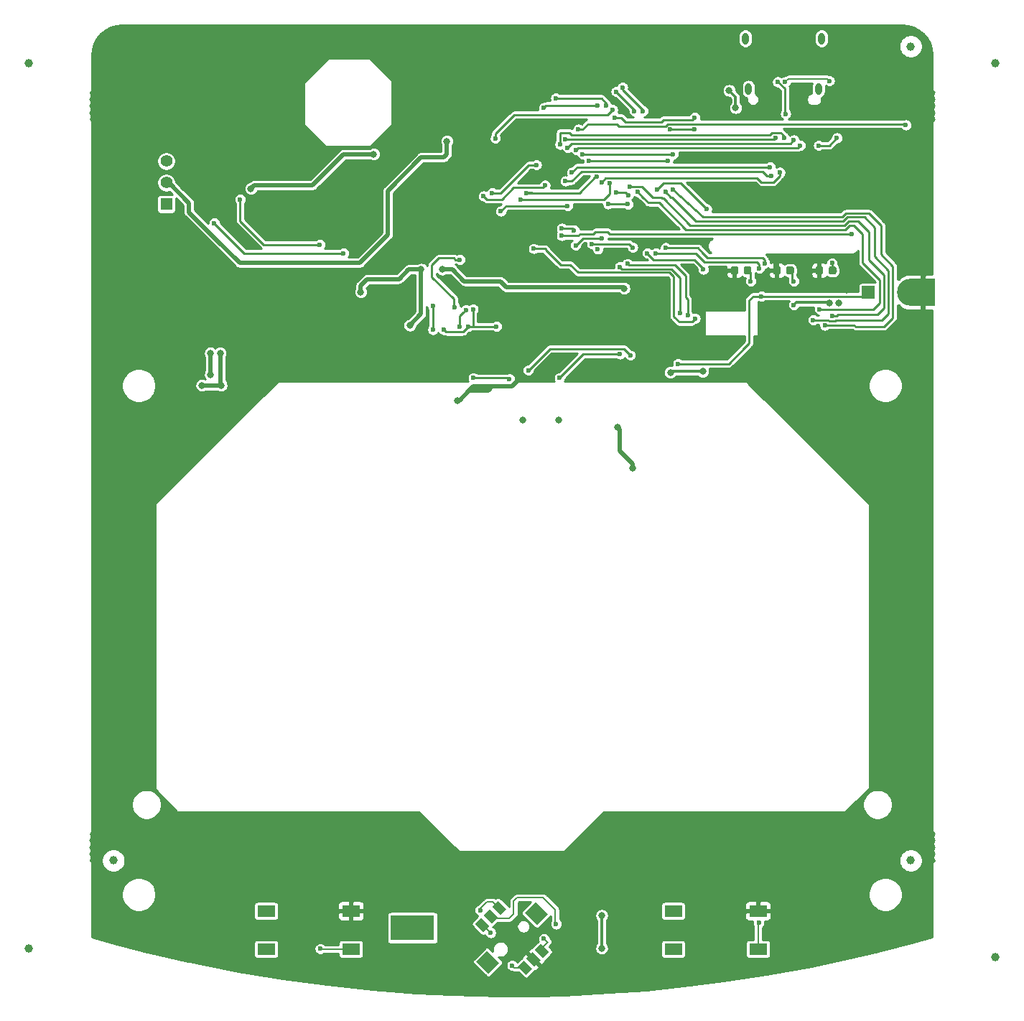
<source format=gbr>
G04 #@! TF.GenerationSoftware,KiCad,Pcbnew,5.1.5+dfsg1-2build2*
G04 #@! TF.CreationDate,2021-05-28T09:23:46+02:00*
G04 #@! TF.ProjectId,OpenDropV4,4f70656e-4472-46f7-9056-342e6b696361,rev?*
G04 #@! TF.SameCoordinates,Original*
G04 #@! TF.FileFunction,Copper,L1,Top*
G04 #@! TF.FilePolarity,Positive*
%FSLAX46Y46*%
G04 Gerber Fmt 4.6, Leading zero omitted, Abs format (unit mm)*
G04 Created by KiCad (PCBNEW 5.1.5+dfsg1-2build2) date 2021-05-28 09:23:46*
%MOMM*%
%LPD*%
G04 APERTURE LIST*
%ADD10O,0.800000X1.400000*%
%ADD11R,5.200000X3.000000*%
%ADD12C,0.600000*%
%ADD13C,1.000000*%
%ADD14R,1.397000X1.397000*%
%ADD15C,1.397000*%
%ADD16R,2.100000X1.400000*%
%ADD17R,3.000000X3.200000*%
%ADD18C,3.200000*%
%ADD19C,0.100000*%
%ADD20R,1.501140X1.501140*%
%ADD21C,0.800000*%
%ADD22C,0.500000*%
%ADD23C,0.300000*%
%ADD24C,0.250000*%
%ADD25C,0.200000*%
%ADD26C,0.254000*%
G04 APERTURE END LIST*
D10*
X127870000Y-39010000D03*
X136130000Y-39010000D03*
X136490000Y-33060000D03*
X127510000Y-33060000D03*
D11*
X88265000Y-137939000D03*
D12*
X86265000Y-136939000D03*
X86765000Y-137439000D03*
X87265000Y-136939000D03*
X87765000Y-137439000D03*
X88265000Y-136939000D03*
X88765000Y-137439000D03*
X89265000Y-136939000D03*
X89765000Y-137439000D03*
X90265000Y-136939000D03*
X86265000Y-137939000D03*
X86765000Y-138439000D03*
X87265000Y-137939000D03*
X87765000Y-138439000D03*
X88265000Y-137939000D03*
X88765000Y-138439000D03*
X89265000Y-137939000D03*
X89765000Y-138439000D03*
X90265000Y-137939000D03*
X86265000Y-138939000D03*
X87265000Y-138939000D03*
X88265000Y-138939000D03*
X89265000Y-138939000D03*
X90265000Y-138939000D03*
D13*
X43000000Y-140400000D03*
X43000000Y-36000000D03*
X157000000Y-141400000D03*
X157000000Y-36000000D03*
D14*
X59230000Y-52605000D03*
D15*
X59230000Y-50065000D03*
X59230000Y-47525000D03*
D13*
X147000000Y-130000000D03*
X147000000Y-34000000D03*
X53000000Y-130000000D03*
D16*
X71000000Y-140450000D03*
X71000000Y-135950000D03*
X81000000Y-140450000D03*
X81000000Y-135950000D03*
X119000000Y-140450000D03*
X119000000Y-135950000D03*
X129000000Y-140450000D03*
X129000000Y-135950000D03*
D17*
X148463000Y-63000000D03*
D18*
X146963000Y-63000000D03*
G04 #@! TA.AperFunction,SMDPad,CuDef*
D19*
G36*
X101520079Y-136181307D02*
G01*
X102792871Y-134908515D01*
X104207085Y-136322729D01*
X102934293Y-137595521D01*
X101520079Y-136181307D01*
G37*
G04 #@! TD.AperFunction*
G04 #@! TA.AperFunction,SMDPad,CuDef*
G36*
X95792515Y-141908871D02*
G01*
X97065307Y-140636079D01*
X98479521Y-142050293D01*
X97206729Y-143323085D01*
X95792515Y-141908871D01*
G37*
G04 #@! TD.AperFunction*
G04 #@! TA.AperFunction,SMDPad,CuDef*
G36*
X97648670Y-135456522D02*
G01*
X98355776Y-134749416D01*
X99310370Y-135704010D01*
X98603264Y-136411116D01*
X97648670Y-135456522D01*
G37*
G04 #@! TD.AperFunction*
G04 #@! TA.AperFunction,SMDPad,CuDef*
G36*
X96641043Y-136464149D02*
G01*
X97348149Y-135757043D01*
X98302743Y-136711637D01*
X97595637Y-137418743D01*
X96641043Y-136464149D01*
G37*
G04 #@! TD.AperFunction*
G04 #@! TA.AperFunction,SMDPad,CuDef*
G36*
X95633416Y-137471776D02*
G01*
X96340522Y-136764670D01*
X97295116Y-137719264D01*
X96588010Y-138426370D01*
X95633416Y-137471776D01*
G37*
G04 #@! TD.AperFunction*
G04 #@! TA.AperFunction,SMDPad,CuDef*
G36*
X102704484Y-140512336D02*
G01*
X103411590Y-139805230D01*
X104366184Y-140759824D01*
X103659078Y-141466930D01*
X102704484Y-140512336D01*
G37*
G04 #@! TD.AperFunction*
G04 #@! TA.AperFunction,SMDPad,CuDef*
G36*
X101696857Y-141519963D02*
G01*
X102403963Y-140812857D01*
X103358557Y-141767451D01*
X102651451Y-142474557D01*
X101696857Y-141519963D01*
G37*
G04 #@! TD.AperFunction*
G04 #@! TA.AperFunction,SMDPad,CuDef*
G36*
X100689230Y-142527590D02*
G01*
X101396336Y-141820484D01*
X102350930Y-142775078D01*
X101643824Y-143482184D01*
X100689230Y-142527590D01*
G37*
G04 #@! TD.AperFunction*
D20*
X142000000Y-63000000D03*
G04 #@! TA.AperFunction,SMDPad,CuDef*
D19*
G36*
X128027691Y-59937053D02*
G01*
X128048926Y-59940203D01*
X128069750Y-59945419D01*
X128089962Y-59952651D01*
X128109368Y-59961830D01*
X128127781Y-59972866D01*
X128145024Y-59985654D01*
X128160930Y-60000070D01*
X128175346Y-60015976D01*
X128188134Y-60033219D01*
X128199170Y-60051632D01*
X128208349Y-60071038D01*
X128215581Y-60091250D01*
X128220797Y-60112074D01*
X128223947Y-60133309D01*
X128225000Y-60154750D01*
X128225000Y-60667250D01*
X128223947Y-60688691D01*
X128220797Y-60709926D01*
X128215581Y-60730750D01*
X128208349Y-60750962D01*
X128199170Y-60770368D01*
X128188134Y-60788781D01*
X128175346Y-60806024D01*
X128160930Y-60821930D01*
X128145024Y-60836346D01*
X128127781Y-60849134D01*
X128109368Y-60860170D01*
X128089962Y-60869349D01*
X128069750Y-60876581D01*
X128048926Y-60881797D01*
X128027691Y-60884947D01*
X128006250Y-60886000D01*
X127568750Y-60886000D01*
X127547309Y-60884947D01*
X127526074Y-60881797D01*
X127505250Y-60876581D01*
X127485038Y-60869349D01*
X127465632Y-60860170D01*
X127447219Y-60849134D01*
X127429976Y-60836346D01*
X127414070Y-60821930D01*
X127399654Y-60806024D01*
X127386866Y-60788781D01*
X127375830Y-60770368D01*
X127366651Y-60750962D01*
X127359419Y-60730750D01*
X127354203Y-60709926D01*
X127351053Y-60688691D01*
X127350000Y-60667250D01*
X127350000Y-60154750D01*
X127351053Y-60133309D01*
X127354203Y-60112074D01*
X127359419Y-60091250D01*
X127366651Y-60071038D01*
X127375830Y-60051632D01*
X127386866Y-60033219D01*
X127399654Y-60015976D01*
X127414070Y-60000070D01*
X127429976Y-59985654D01*
X127447219Y-59972866D01*
X127465632Y-59961830D01*
X127485038Y-59952651D01*
X127505250Y-59945419D01*
X127526074Y-59940203D01*
X127547309Y-59937053D01*
X127568750Y-59936000D01*
X128006250Y-59936000D01*
X128027691Y-59937053D01*
G37*
G04 #@! TD.AperFunction*
G04 #@! TA.AperFunction,SMDPad,CuDef*
G36*
X126452691Y-59937053D02*
G01*
X126473926Y-59940203D01*
X126494750Y-59945419D01*
X126514962Y-59952651D01*
X126534368Y-59961830D01*
X126552781Y-59972866D01*
X126570024Y-59985654D01*
X126585930Y-60000070D01*
X126600346Y-60015976D01*
X126613134Y-60033219D01*
X126624170Y-60051632D01*
X126633349Y-60071038D01*
X126640581Y-60091250D01*
X126645797Y-60112074D01*
X126648947Y-60133309D01*
X126650000Y-60154750D01*
X126650000Y-60667250D01*
X126648947Y-60688691D01*
X126645797Y-60709926D01*
X126640581Y-60730750D01*
X126633349Y-60750962D01*
X126624170Y-60770368D01*
X126613134Y-60788781D01*
X126600346Y-60806024D01*
X126585930Y-60821930D01*
X126570024Y-60836346D01*
X126552781Y-60849134D01*
X126534368Y-60860170D01*
X126514962Y-60869349D01*
X126494750Y-60876581D01*
X126473926Y-60881797D01*
X126452691Y-60884947D01*
X126431250Y-60886000D01*
X125993750Y-60886000D01*
X125972309Y-60884947D01*
X125951074Y-60881797D01*
X125930250Y-60876581D01*
X125910038Y-60869349D01*
X125890632Y-60860170D01*
X125872219Y-60849134D01*
X125854976Y-60836346D01*
X125839070Y-60821930D01*
X125824654Y-60806024D01*
X125811866Y-60788781D01*
X125800830Y-60770368D01*
X125791651Y-60750962D01*
X125784419Y-60730750D01*
X125779203Y-60709926D01*
X125776053Y-60688691D01*
X125775000Y-60667250D01*
X125775000Y-60154750D01*
X125776053Y-60133309D01*
X125779203Y-60112074D01*
X125784419Y-60091250D01*
X125791651Y-60071038D01*
X125800830Y-60051632D01*
X125811866Y-60033219D01*
X125824654Y-60015976D01*
X125839070Y-60000070D01*
X125854976Y-59985654D01*
X125872219Y-59972866D01*
X125890632Y-59961830D01*
X125910038Y-59952651D01*
X125930250Y-59945419D01*
X125951074Y-59940203D01*
X125972309Y-59937053D01*
X125993750Y-59936000D01*
X126431250Y-59936000D01*
X126452691Y-59937053D01*
G37*
G04 #@! TD.AperFunction*
G04 #@! TA.AperFunction,SMDPad,CuDef*
G36*
X131452691Y-59937053D02*
G01*
X131473926Y-59940203D01*
X131494750Y-59945419D01*
X131514962Y-59952651D01*
X131534368Y-59961830D01*
X131552781Y-59972866D01*
X131570024Y-59985654D01*
X131585930Y-60000070D01*
X131600346Y-60015976D01*
X131613134Y-60033219D01*
X131624170Y-60051632D01*
X131633349Y-60071038D01*
X131640581Y-60091250D01*
X131645797Y-60112074D01*
X131648947Y-60133309D01*
X131650000Y-60154750D01*
X131650000Y-60667250D01*
X131648947Y-60688691D01*
X131645797Y-60709926D01*
X131640581Y-60730750D01*
X131633349Y-60750962D01*
X131624170Y-60770368D01*
X131613134Y-60788781D01*
X131600346Y-60806024D01*
X131585930Y-60821930D01*
X131570024Y-60836346D01*
X131552781Y-60849134D01*
X131534368Y-60860170D01*
X131514962Y-60869349D01*
X131494750Y-60876581D01*
X131473926Y-60881797D01*
X131452691Y-60884947D01*
X131431250Y-60886000D01*
X130993750Y-60886000D01*
X130972309Y-60884947D01*
X130951074Y-60881797D01*
X130930250Y-60876581D01*
X130910038Y-60869349D01*
X130890632Y-60860170D01*
X130872219Y-60849134D01*
X130854976Y-60836346D01*
X130839070Y-60821930D01*
X130824654Y-60806024D01*
X130811866Y-60788781D01*
X130800830Y-60770368D01*
X130791651Y-60750962D01*
X130784419Y-60730750D01*
X130779203Y-60709926D01*
X130776053Y-60688691D01*
X130775000Y-60667250D01*
X130775000Y-60154750D01*
X130776053Y-60133309D01*
X130779203Y-60112074D01*
X130784419Y-60091250D01*
X130791651Y-60071038D01*
X130800830Y-60051632D01*
X130811866Y-60033219D01*
X130824654Y-60015976D01*
X130839070Y-60000070D01*
X130854976Y-59985654D01*
X130872219Y-59972866D01*
X130890632Y-59961830D01*
X130910038Y-59952651D01*
X130930250Y-59945419D01*
X130951074Y-59940203D01*
X130972309Y-59937053D01*
X130993750Y-59936000D01*
X131431250Y-59936000D01*
X131452691Y-59937053D01*
G37*
G04 #@! TD.AperFunction*
G04 #@! TA.AperFunction,SMDPad,CuDef*
G36*
X133027691Y-59937053D02*
G01*
X133048926Y-59940203D01*
X133069750Y-59945419D01*
X133089962Y-59952651D01*
X133109368Y-59961830D01*
X133127781Y-59972866D01*
X133145024Y-59985654D01*
X133160930Y-60000070D01*
X133175346Y-60015976D01*
X133188134Y-60033219D01*
X133199170Y-60051632D01*
X133208349Y-60071038D01*
X133215581Y-60091250D01*
X133220797Y-60112074D01*
X133223947Y-60133309D01*
X133225000Y-60154750D01*
X133225000Y-60667250D01*
X133223947Y-60688691D01*
X133220797Y-60709926D01*
X133215581Y-60730750D01*
X133208349Y-60750962D01*
X133199170Y-60770368D01*
X133188134Y-60788781D01*
X133175346Y-60806024D01*
X133160930Y-60821930D01*
X133145024Y-60836346D01*
X133127781Y-60849134D01*
X133109368Y-60860170D01*
X133089962Y-60869349D01*
X133069750Y-60876581D01*
X133048926Y-60881797D01*
X133027691Y-60884947D01*
X133006250Y-60886000D01*
X132568750Y-60886000D01*
X132547309Y-60884947D01*
X132526074Y-60881797D01*
X132505250Y-60876581D01*
X132485038Y-60869349D01*
X132465632Y-60860170D01*
X132447219Y-60849134D01*
X132429976Y-60836346D01*
X132414070Y-60821930D01*
X132399654Y-60806024D01*
X132386866Y-60788781D01*
X132375830Y-60770368D01*
X132366651Y-60750962D01*
X132359419Y-60730750D01*
X132354203Y-60709926D01*
X132351053Y-60688691D01*
X132350000Y-60667250D01*
X132350000Y-60154750D01*
X132351053Y-60133309D01*
X132354203Y-60112074D01*
X132359419Y-60091250D01*
X132366651Y-60071038D01*
X132375830Y-60051632D01*
X132386866Y-60033219D01*
X132399654Y-60015976D01*
X132414070Y-60000070D01*
X132429976Y-59985654D01*
X132447219Y-59972866D01*
X132465632Y-59961830D01*
X132485038Y-59952651D01*
X132505250Y-59945419D01*
X132526074Y-59940203D01*
X132547309Y-59937053D01*
X132568750Y-59936000D01*
X133006250Y-59936000D01*
X133027691Y-59937053D01*
G37*
G04 #@! TD.AperFunction*
G04 #@! TA.AperFunction,SMDPad,CuDef*
G36*
X136452691Y-59937053D02*
G01*
X136473926Y-59940203D01*
X136494750Y-59945419D01*
X136514962Y-59952651D01*
X136534368Y-59961830D01*
X136552781Y-59972866D01*
X136570024Y-59985654D01*
X136585930Y-60000070D01*
X136600346Y-60015976D01*
X136613134Y-60033219D01*
X136624170Y-60051632D01*
X136633349Y-60071038D01*
X136640581Y-60091250D01*
X136645797Y-60112074D01*
X136648947Y-60133309D01*
X136650000Y-60154750D01*
X136650000Y-60667250D01*
X136648947Y-60688691D01*
X136645797Y-60709926D01*
X136640581Y-60730750D01*
X136633349Y-60750962D01*
X136624170Y-60770368D01*
X136613134Y-60788781D01*
X136600346Y-60806024D01*
X136585930Y-60821930D01*
X136570024Y-60836346D01*
X136552781Y-60849134D01*
X136534368Y-60860170D01*
X136514962Y-60869349D01*
X136494750Y-60876581D01*
X136473926Y-60881797D01*
X136452691Y-60884947D01*
X136431250Y-60886000D01*
X135993750Y-60886000D01*
X135972309Y-60884947D01*
X135951074Y-60881797D01*
X135930250Y-60876581D01*
X135910038Y-60869349D01*
X135890632Y-60860170D01*
X135872219Y-60849134D01*
X135854976Y-60836346D01*
X135839070Y-60821930D01*
X135824654Y-60806024D01*
X135811866Y-60788781D01*
X135800830Y-60770368D01*
X135791651Y-60750962D01*
X135784419Y-60730750D01*
X135779203Y-60709926D01*
X135776053Y-60688691D01*
X135775000Y-60667250D01*
X135775000Y-60154750D01*
X135776053Y-60133309D01*
X135779203Y-60112074D01*
X135784419Y-60091250D01*
X135791651Y-60071038D01*
X135800830Y-60051632D01*
X135811866Y-60033219D01*
X135824654Y-60015976D01*
X135839070Y-60000070D01*
X135854976Y-59985654D01*
X135872219Y-59972866D01*
X135890632Y-59961830D01*
X135910038Y-59952651D01*
X135930250Y-59945419D01*
X135951074Y-59940203D01*
X135972309Y-59937053D01*
X135993750Y-59936000D01*
X136431250Y-59936000D01*
X136452691Y-59937053D01*
G37*
G04 #@! TD.AperFunction*
G04 #@! TA.AperFunction,SMDPad,CuDef*
G36*
X138027691Y-59937053D02*
G01*
X138048926Y-59940203D01*
X138069750Y-59945419D01*
X138089962Y-59952651D01*
X138109368Y-59961830D01*
X138127781Y-59972866D01*
X138145024Y-59985654D01*
X138160930Y-60000070D01*
X138175346Y-60015976D01*
X138188134Y-60033219D01*
X138199170Y-60051632D01*
X138208349Y-60071038D01*
X138215581Y-60091250D01*
X138220797Y-60112074D01*
X138223947Y-60133309D01*
X138225000Y-60154750D01*
X138225000Y-60667250D01*
X138223947Y-60688691D01*
X138220797Y-60709926D01*
X138215581Y-60730750D01*
X138208349Y-60750962D01*
X138199170Y-60770368D01*
X138188134Y-60788781D01*
X138175346Y-60806024D01*
X138160930Y-60821930D01*
X138145024Y-60836346D01*
X138127781Y-60849134D01*
X138109368Y-60860170D01*
X138089962Y-60869349D01*
X138069750Y-60876581D01*
X138048926Y-60881797D01*
X138027691Y-60884947D01*
X138006250Y-60886000D01*
X137568750Y-60886000D01*
X137547309Y-60884947D01*
X137526074Y-60881797D01*
X137505250Y-60876581D01*
X137485038Y-60869349D01*
X137465632Y-60860170D01*
X137447219Y-60849134D01*
X137429976Y-60836346D01*
X137414070Y-60821930D01*
X137399654Y-60806024D01*
X137386866Y-60788781D01*
X137375830Y-60770368D01*
X137366651Y-60750962D01*
X137359419Y-60730750D01*
X137354203Y-60709926D01*
X137351053Y-60688691D01*
X137350000Y-60667250D01*
X137350000Y-60154750D01*
X137351053Y-60133309D01*
X137354203Y-60112074D01*
X137359419Y-60091250D01*
X137366651Y-60071038D01*
X137375830Y-60051632D01*
X137386866Y-60033219D01*
X137399654Y-60015976D01*
X137414070Y-60000070D01*
X137429976Y-59985654D01*
X137447219Y-59972866D01*
X137465632Y-59961830D01*
X137485038Y-59952651D01*
X137505250Y-59945419D01*
X137526074Y-59940203D01*
X137547309Y-59937053D01*
X137568750Y-59936000D01*
X138006250Y-59936000D01*
X138027691Y-59937053D01*
G37*
G04 #@! TD.AperFunction*
D12*
X110109000Y-57900000D03*
D21*
X83693000Y-46695000D03*
X69215000Y-50759000D03*
X102743000Y-45933000D03*
D12*
X100457000Y-37170000D03*
D21*
X135128000Y-41869000D03*
D12*
X93345000Y-55585000D03*
D21*
X123095000Y-34465000D03*
D12*
X96901000Y-37170000D03*
D21*
X101854000Y-35519000D03*
X143561000Y-39357500D03*
X142100500Y-38087500D03*
X142621000Y-40853000D03*
X66865500Y-62252500D03*
X66865500Y-60855500D03*
X85725000Y-59903000D03*
X84709000Y-59903000D03*
X135500000Y-140000000D03*
D12*
X121158000Y-57109000D03*
D21*
X116586000Y-41361000D03*
X139446000Y-62697000D03*
X114681000Y-54442000D03*
X90475000Y-41453000D03*
X90475000Y-40056000D03*
X65265500Y-44663000D03*
X55245000Y-41615000D03*
X55372000Y-36281000D03*
X58153500Y-39548000D03*
X58153500Y-38532000D03*
X132334000Y-49743000D03*
X129667000Y-64475000D03*
X138811000Y-38313000D03*
X104902000Y-36916000D03*
X104902000Y-37805000D03*
X109601000Y-54950000D03*
X109601000Y-54026000D03*
X118872000Y-41107000D03*
X123571000Y-41488000D03*
X120269000Y-34503000D03*
X134874000Y-38821000D03*
X128905000Y-38186000D03*
X128651000Y-41361000D03*
D12*
X130937000Y-59141000D03*
X121575000Y-64059000D03*
X124841000Y-60411000D03*
X134493000Y-60665000D03*
X65392500Y-42885000D03*
X56769000Y-41615000D03*
X56769000Y-36281000D03*
X103683000Y-63805000D03*
X110033000Y-63805000D03*
X116459000Y-62633500D03*
X99075000Y-63475000D03*
D21*
X52578000Y-65999000D03*
X101295400Y-78029000D03*
X105461000Y-78029000D03*
X93523000Y-75743000D03*
X114224000Y-83744000D03*
X88392000Y-41361000D03*
X100000000Y-70028000D03*
X112446000Y-78918000D03*
D12*
X128143000Y-61681000D03*
X110617000Y-56601000D03*
X107493000Y-57455000D03*
X130429000Y-48219000D03*
X107061000Y-48854000D03*
X130556000Y-49235000D03*
X106299000Y-49870000D03*
X133223000Y-61681000D03*
X133223000Y-45044000D03*
X106553000Y-45933000D03*
X133985000Y-45679000D03*
X107569000Y-46187000D03*
X113919000Y-50505000D03*
X137795000Y-65745000D03*
X77391000Y-140395000D03*
X109093000Y-47457000D03*
X118364000Y-47457000D03*
X118110000Y-51140000D03*
X135509000Y-66253000D03*
X129080000Y-137347000D03*
X110617000Y-49997000D03*
X131572000Y-48854000D03*
X118618000Y-43774000D03*
X121539000Y-43774000D03*
X121539000Y-42377000D03*
X112141000Y-42377000D03*
X136271000Y-64983000D03*
X114808000Y-51140000D03*
X103759000Y-139217400D03*
X105181400Y-137490200D03*
X136896000Y-66878000D03*
X118999000Y-46695000D03*
X118999000Y-50886000D03*
X108331000Y-46695000D03*
X114224000Y-57709000D03*
X109398000Y-57275000D03*
X122555000Y-60284000D03*
X115951000Y-58379000D03*
X129413000Y-63459000D03*
X119558000Y-71425000D03*
D21*
X65583000Y-70155000D03*
X65710000Y-73965000D03*
X63424000Y-73965000D03*
D12*
X101905000Y-72187000D03*
X113950000Y-70420000D03*
X107315000Y-55677000D03*
X105842000Y-55458000D03*
X105588000Y-73076000D03*
X112700000Y-70282000D03*
D21*
X64440000Y-70155000D03*
X64440000Y-72695000D03*
X138557000Y-64221000D03*
X110566200Y-140335000D03*
X110566200Y-136474200D03*
X137414000Y-64221000D03*
D12*
X133223000Y-64475000D03*
D21*
X126365000Y-41234000D03*
X125603000Y-39202000D03*
X122479000Y-72314000D03*
X118669000Y-72441000D03*
D12*
X114427000Y-41615000D03*
X112268000Y-39329000D03*
X113030000Y-38821000D03*
X115443000Y-41615000D03*
X101651000Y-51267000D03*
X109982000Y-49362000D03*
X138303000Y-44790000D03*
X136144000Y-45679000D03*
X107823000Y-43774000D03*
X146431000Y-43266000D03*
X111125000Y-40980000D03*
X105156000Y-40091000D03*
X110109000Y-40970000D03*
X103759000Y-41234000D03*
X131064000Y-44790000D03*
X106299000Y-44917000D03*
X105842000Y-56312000D03*
X140081000Y-56093000D03*
X80137000Y-58379000D03*
X64897000Y-54823000D03*
X77343000Y-57363000D03*
X67945000Y-52029000D03*
X137719000Y-59550500D03*
X101016000Y-52029000D03*
X111506000Y-50124000D03*
X129159000Y-60157000D03*
X116967000Y-58379000D03*
X118110000Y-57744000D03*
X129790291Y-59566849D03*
X132080000Y-44790000D03*
X105664000Y-45552000D03*
X132250000Y-41953000D03*
X131318000Y-38186000D03*
X90678000Y-64602000D03*
X90678000Y-67396000D03*
X93218000Y-64729000D03*
X93853000Y-59141000D03*
X94567126Y-65069990D03*
X93853000Y-67015000D03*
X99682500Y-73203000D03*
X95428000Y-73076000D03*
X102870000Y-47965000D03*
X97663000Y-51267000D03*
X96647000Y-51648000D03*
X103886000Y-50378000D03*
X98679000Y-53426000D03*
X106553000Y-52791000D03*
D21*
X89281000Y-60284000D03*
X91757500Y-60284000D03*
X87947500Y-66888000D03*
X92329000Y-45171000D03*
X82169000Y-62951000D03*
X113208000Y-62535000D03*
D12*
X122936000Y-53172000D03*
X117094000Y-50886000D03*
X121590000Y-66091000D03*
X102540000Y-57836000D03*
X91948000Y-67396000D03*
X94869000Y-67015000D03*
X98171000Y-67015000D03*
X95412277Y-64979211D03*
X137414000Y-38059000D03*
X132207000Y-38186000D03*
X96240600Y-135864600D03*
X97459800Y-138506200D03*
X99999800Y-142367000D03*
X119812000Y-65456000D03*
X112700000Y-59995000D03*
X113700000Y-51530000D03*
X112250000Y-51240000D03*
X120701000Y-65710000D03*
X111320000Y-52590000D03*
X113660000Y-52600000D03*
X113589000Y-59614000D03*
X98030000Y-44840000D03*
X111840000Y-41460000D03*
D22*
X76073000Y-50359001D02*
X76472999Y-50359001D01*
X80137000Y-46695000D02*
X83693000Y-46695000D01*
X76472999Y-50359001D02*
X80137000Y-46695000D01*
X69215000Y-50759000D02*
X69614999Y-50359001D01*
X69614999Y-50359001D02*
X76073000Y-50359001D01*
X76073000Y-50359001D02*
X76218999Y-50359001D01*
X148463000Y-53045000D02*
X146685000Y-53045000D01*
X148463000Y-63000000D02*
X148463000Y-65491000D01*
X148463000Y-65491000D02*
X147447000Y-66507000D01*
X148463000Y-63000000D02*
X148463000Y-59268000D01*
X148463000Y-59268000D02*
X148463000Y-53045000D01*
D23*
X128651000Y-41361000D02*
X128524000Y-41361000D01*
X130950980Y-60411000D02*
X130950980Y-59154980D01*
X130950980Y-59154980D02*
X130937000Y-59141000D01*
X124930000Y-60500000D02*
X124841000Y-60411000D01*
D24*
X130937000Y-60513980D02*
X130950980Y-60500000D01*
D25*
X127975000Y-135950000D02*
X128059000Y-136034000D01*
D24*
X126212500Y-60411000D02*
X124841000Y-60411000D01*
X134747000Y-60411000D02*
X134493000Y-60665000D01*
X136212500Y-60411000D02*
X134747000Y-60411000D01*
D22*
X93523000Y-75743000D02*
X93777000Y-75743000D01*
X100000000Y-74092000D02*
X101016000Y-73076000D01*
X101016000Y-73076000D02*
X101016000Y-71044000D01*
X101016000Y-71044000D02*
X100000000Y-70028000D01*
X112446000Y-78918000D02*
X112700000Y-79172000D01*
X112700000Y-79172000D02*
X112700000Y-81712000D01*
X114224000Y-83236000D02*
X114224000Y-83744000D01*
X112700000Y-81712000D02*
X114224000Y-83236000D01*
X94920000Y-74600000D02*
X95428000Y-74092000D01*
X94920000Y-74600000D02*
X97206000Y-74600000D01*
X93777000Y-75743000D02*
X94920000Y-74600000D01*
X97206000Y-74600000D02*
X97460000Y-74346000D01*
X95428000Y-74092000D02*
X100000000Y-74092000D01*
D24*
X128143000Y-60593980D02*
X128143000Y-61681000D01*
X128143000Y-60593980D02*
X128049020Y-60500000D01*
X108347000Y-56601000D02*
X107493000Y-57455000D01*
X108763000Y-56601000D02*
X108347000Y-56601000D01*
X108763000Y-56601000D02*
X110617000Y-56601000D01*
X108077000Y-48219000D02*
X130429000Y-48219000D01*
X107696000Y-48219000D02*
X107061000Y-48854000D01*
X108077000Y-48219000D02*
X107696000Y-48219000D01*
X129413000Y-48727000D02*
X129540000Y-48727000D01*
X130048000Y-49235000D02*
X130556000Y-49235000D01*
X129540000Y-48727000D02*
X130048000Y-49235000D01*
X108839000Y-48727000D02*
X108204000Y-48727000D01*
X108839000Y-48727000D02*
X129413000Y-48727000D01*
X108204000Y-48727000D02*
X107061000Y-49870000D01*
X107061000Y-49870000D02*
X106299000Y-49870000D01*
X133049020Y-60411000D02*
X133049020Y-61507020D01*
X133049020Y-61507020D02*
X133223000Y-61681000D01*
X132842000Y-45425000D02*
X107061000Y-45425000D01*
X107061000Y-45425000D02*
X106553000Y-45933000D01*
X133223000Y-45044000D02*
X132842000Y-45425000D01*
X108077000Y-45933000D02*
X107823000Y-45933000D01*
X133604000Y-45933000D02*
X115443000Y-45933000D01*
X115443000Y-45933000D02*
X108077000Y-45933000D01*
X133731000Y-45933000D02*
X133985000Y-45679000D01*
X133604000Y-45933000D02*
X133731000Y-45933000D01*
X107823000Y-45933000D02*
X107569000Y-46187000D01*
X117856000Y-51902000D02*
X117729000Y-51902000D01*
X116586000Y-51775000D02*
X115824000Y-51013000D01*
X117602000Y-51775000D02*
X116586000Y-51775000D01*
X117729000Y-51902000D02*
X117602000Y-51775000D01*
X140843000Y-54569000D02*
X142113000Y-55839000D01*
X143891000Y-60919000D02*
X143891000Y-62062000D01*
X142113000Y-59141000D02*
X143891000Y-60919000D01*
X142113000Y-55839000D02*
X142113000Y-59141000D01*
X122555000Y-55077000D02*
X121031000Y-55077000D01*
X113919000Y-50505000D02*
X115316000Y-50505000D01*
X115316000Y-50505000D02*
X115824000Y-51013000D01*
X121031000Y-55077000D02*
X117856000Y-51902000D01*
X123063000Y-55077000D02*
X122555000Y-55077000D01*
X143891000Y-62062000D02*
X143891000Y-64846000D01*
X123063000Y-55077000D02*
X139190590Y-55077000D01*
X139190590Y-55077000D02*
X139698590Y-54569000D01*
X139698590Y-54569000D02*
X140843000Y-54569000D01*
X138420000Y-65608000D02*
X138283000Y-65745000D01*
X143891000Y-64846000D02*
X143129000Y-65608000D01*
X143129000Y-65608000D02*
X138420000Y-65608000D01*
X138283000Y-65745000D02*
X137795000Y-65745000D01*
X122555000Y-55077000D02*
X122428000Y-55077000D01*
D25*
X81000000Y-140450000D02*
X77446000Y-140450000D01*
X77391000Y-140395000D02*
X77446000Y-140450000D01*
D24*
X109093000Y-47457000D02*
X110363000Y-47457000D01*
X110363000Y-47457000D02*
X118364000Y-47457000D01*
X121666000Y-54569000D02*
X118872000Y-51775000D01*
X118745000Y-51775000D02*
X118110000Y-51140000D01*
X118872000Y-51775000D02*
X118745000Y-51775000D01*
X141478000Y-54118990D02*
X141535990Y-54118990D01*
X144399000Y-60411000D02*
X144399000Y-62570000D01*
X142748000Y-58760000D02*
X144399000Y-60411000D01*
X142748000Y-55331000D02*
X142748000Y-58760000D01*
X141535990Y-54118990D02*
X142748000Y-55331000D01*
X118110000Y-51140000D02*
X118110000Y-51267000D01*
X137287000Y-66253000D02*
X135509000Y-66253000D01*
X137404001Y-66370001D02*
X137287000Y-66253000D01*
X138212002Y-66253000D02*
X138095001Y-66370001D01*
X138095001Y-66370001D02*
X137404001Y-66370001D01*
X139062180Y-54569000D02*
X139512190Y-54118990D01*
X139512190Y-54118990D02*
X141478000Y-54118990D01*
X123571000Y-54569000D02*
X139062180Y-54569000D01*
X144399000Y-65491000D02*
X143637000Y-66253000D01*
X144399000Y-62570000D02*
X144399000Y-65491000D01*
X143637000Y-66253000D02*
X138212002Y-66253000D01*
X123571000Y-54569000D02*
X121666000Y-54569000D01*
D25*
X129000000Y-137427000D02*
X129000000Y-140450000D01*
X129080000Y-137347000D02*
X129000000Y-137427000D01*
D24*
X110998000Y-49489000D02*
X110617000Y-49997000D01*
X130810000Y-49997000D02*
X129413000Y-49997000D01*
X129413000Y-49997000D02*
X128905000Y-49489000D01*
X128905000Y-49489000D02*
X110998000Y-49489000D01*
X131572000Y-49235000D02*
X130810000Y-49997000D01*
X131572000Y-48854000D02*
X131572000Y-49235000D01*
X118618000Y-43774000D02*
X121539000Y-43774000D01*
X117856000Y-42631000D02*
X121285000Y-42631000D01*
X121285000Y-42631000D02*
X121539000Y-42377000D01*
X113157000Y-42631000D02*
X113411000Y-42885000D01*
X117602000Y-42885000D02*
X117856000Y-42631000D01*
X113411000Y-42885000D02*
X117602000Y-42885000D01*
X112141000Y-42377000D02*
X112903000Y-42377000D01*
X112903000Y-42377000D02*
X113157000Y-42631000D01*
X117348000Y-52410000D02*
X116078000Y-52410000D01*
X116078000Y-52410000D02*
X115443000Y-51775000D01*
X143383000Y-61554000D02*
X143383000Y-61681000D01*
X143383000Y-61554000D02*
X141351000Y-59522000D01*
X140335000Y-55077000D02*
X141351000Y-56093000D01*
X141351000Y-56093000D02*
X141351000Y-59522000D01*
X121920000Y-55585000D02*
X122809000Y-55585000D01*
X115443000Y-51775000D02*
X114808000Y-51140000D01*
X139319000Y-55585000D02*
X139827000Y-55077000D01*
X122809000Y-55585000D02*
X139319000Y-55585000D01*
X120523000Y-55585000D02*
X117348000Y-52410000D01*
X121920000Y-55585000D02*
X120523000Y-55585000D01*
X139827000Y-55077000D02*
X140335000Y-55077000D01*
X142621000Y-64983000D02*
X136271000Y-64983000D01*
X143383000Y-61554000D02*
X143383000Y-61681000D01*
X143383000Y-61681000D02*
X143383000Y-64221000D01*
X143383000Y-64221000D02*
X142621000Y-64983000D01*
X114808000Y-51140000D02*
X114935000Y-51140000D01*
D25*
X103535334Y-140253866D02*
X104214200Y-139575000D01*
X103535334Y-140636080D02*
X103535334Y-140253866D01*
X103759000Y-139217400D02*
X104116600Y-139575000D01*
X104116600Y-139575000D02*
X104214200Y-139575000D01*
X100203000Y-134848600D02*
X100203000Y-134747000D01*
X100203000Y-134747000D02*
X100609400Y-134340600D01*
X97471893Y-136587893D02*
X98081493Y-136587893D01*
X98081493Y-136587893D02*
X98272600Y-136779000D01*
X98272600Y-136779000D02*
X99695000Y-136779000D01*
X99695000Y-136779000D02*
X99898200Y-136575800D01*
X100203000Y-134848600D02*
X100203000Y-136271000D01*
X103657400Y-134340600D02*
X100609400Y-134340600D01*
X105100000Y-135783200D02*
X103657400Y-134340600D01*
X100203000Y-136271000D02*
X99898200Y-136575800D01*
X105100000Y-135875000D02*
X105100000Y-135783200D01*
X105100000Y-137408800D02*
X105100000Y-135875000D01*
X105181400Y-137490200D02*
X105100000Y-137408800D01*
D24*
X136896000Y-66878000D02*
X140361002Y-66878000D01*
X140498002Y-67015000D02*
X143891000Y-67015000D01*
X140361002Y-66878000D02*
X140498002Y-67015000D01*
X142113000Y-53668982D02*
X142113000Y-53680000D01*
X144907000Y-59903000D02*
X144907000Y-62443000D01*
X143510000Y-58506000D02*
X144907000Y-59903000D01*
X143510000Y-55077000D02*
X143510000Y-58506000D01*
X142113000Y-53680000D02*
X143510000Y-55077000D01*
X124079000Y-54061000D02*
X122555000Y-54061000D01*
X122555000Y-54061000D02*
X118999000Y-50886000D01*
X144907000Y-65999000D02*
X144907000Y-62443000D01*
X143891000Y-67015000D02*
X144907000Y-65999000D01*
X142113000Y-53668982D02*
X139325791Y-53668981D01*
X139325791Y-53668981D02*
X138933770Y-54061000D01*
X138933770Y-54061000D02*
X124079000Y-54061000D01*
X108331000Y-46695000D02*
X118872000Y-46695000D01*
X113775000Y-57275000D02*
X113875000Y-57375000D01*
X109398000Y-57275000D02*
X113775000Y-57275000D01*
X113790000Y-57275000D02*
X114224000Y-57709000D01*
X113775000Y-57275000D02*
X113790000Y-57275000D01*
X115951000Y-58379000D02*
X116713000Y-59141000D01*
X122555000Y-60157000D02*
X122555000Y-60284000D01*
X121539000Y-59141000D02*
X122555000Y-60157000D01*
X120904000Y-59141000D02*
X121539000Y-59141000D01*
X116713000Y-59141000D02*
X120904000Y-59141000D01*
X115951000Y-58379000D02*
X115951000Y-58506000D01*
X142240000Y-63240000D02*
X142000000Y-63000000D01*
X141859000Y-63141000D02*
X142000000Y-63000000D01*
X141541000Y-63459000D02*
X129413000Y-63459000D01*
X141541000Y-63459000D02*
X142000000Y-63000000D01*
X129413000Y-63459000D02*
X128413000Y-63459000D01*
X128413000Y-63459000D02*
X127940000Y-63932000D01*
X127940000Y-69012000D02*
X127432000Y-69520000D01*
X127940000Y-63932000D02*
X127940000Y-69012000D01*
X127432000Y-69520000D02*
X125527000Y-71425000D01*
X122733000Y-71425000D02*
X123114000Y-71425000D01*
X123114000Y-71425000D02*
X122987000Y-71425000D01*
X125527000Y-71425000D02*
X123622000Y-71425000D01*
X123622000Y-71425000D02*
X123114000Y-71425000D01*
X122733000Y-71425000D02*
X119558000Y-71425000D01*
D22*
X65583000Y-73838000D02*
X65710000Y-73965000D01*
X65583000Y-70155000D02*
X65583000Y-73838000D01*
X65710000Y-73965000D02*
X63424000Y-73965000D01*
D24*
X101905000Y-72187000D02*
X104445000Y-69647000D01*
X113208000Y-69647000D02*
X113970000Y-70409000D01*
X104445000Y-69647000D02*
X113208000Y-69647000D01*
X113961000Y-70409000D02*
X113950000Y-70420000D01*
X113970000Y-70409000D02*
X113961000Y-70409000D01*
X107096000Y-55458000D02*
X107315000Y-55677000D01*
X106604000Y-55458000D02*
X107096000Y-55458000D01*
X106604000Y-55458000D02*
X105842000Y-55458000D01*
X108382000Y-70282000D02*
X112700000Y-70282000D01*
X105588000Y-73076000D02*
X108382000Y-70282000D01*
D22*
X64440000Y-70155000D02*
X64440000Y-72695000D01*
D23*
X110566200Y-136474200D02*
X110566200Y-140335000D01*
X137368001Y-64175001D02*
X137414000Y-64221000D01*
X133223000Y-64475000D02*
X133522999Y-64175001D01*
X133522999Y-64175001D02*
X137368001Y-64175001D01*
X126365000Y-39964000D02*
X126365000Y-41234000D01*
X125603000Y-39202000D02*
X126365000Y-39964000D01*
X118796000Y-72314000D02*
X118669000Y-72441000D01*
X122479000Y-72314000D02*
X118796000Y-72314000D01*
D24*
X114427000Y-41615000D02*
X114427000Y-41488000D01*
X114427000Y-41488000D02*
X112268000Y-39329000D01*
X115443000Y-41488000D02*
X113030000Y-39075000D01*
X113030000Y-39075000D02*
X113030000Y-38821000D01*
X115443000Y-41615000D02*
X115443000Y-41488000D01*
X109855000Y-49362000D02*
X107950000Y-51267000D01*
X107950000Y-51267000D02*
X102362000Y-51267000D01*
X109982000Y-49362000D02*
X109855000Y-49362000D01*
D23*
X102362000Y-51267000D02*
X101651000Y-51267000D01*
D24*
X137414000Y-45679000D02*
X138303000Y-44790000D01*
X137414000Y-45679000D02*
X136144000Y-45679000D01*
X136144000Y-45679000D02*
X136271000Y-45679000D01*
X118364000Y-43139000D02*
X146304000Y-43139000D01*
X146304000Y-43139000D02*
X146431000Y-43266000D01*
X112014000Y-43139000D02*
X108966000Y-43139000D01*
X108966000Y-43139000D02*
X108331000Y-43774000D01*
X108331000Y-43774000D02*
X107823000Y-43774000D01*
X112395000Y-43139000D02*
X112649000Y-43393000D01*
X112649000Y-43393000D02*
X118110000Y-43393000D01*
X118110000Y-43393000D02*
X118364000Y-43139000D01*
X112014000Y-43139000D02*
X112395000Y-43139000D01*
X105156000Y-40091000D02*
X110533264Y-40091000D01*
X111125000Y-40682736D02*
X111125000Y-40980000D01*
X110533264Y-40091000D02*
X111125000Y-40682736D01*
D25*
X104013000Y-40970000D02*
X104013000Y-40980000D01*
D24*
X104013000Y-40980000D02*
X103759000Y-41234000D01*
X110109000Y-40970000D02*
X104013000Y-40970000D01*
X103886000Y-41107000D02*
X103759000Y-41234000D01*
X111887000Y-44917000D02*
X130937000Y-44917000D01*
X106299000Y-44917000D02*
X111887000Y-44917000D01*
X130937000Y-44917000D02*
X131064000Y-44790000D01*
X111252000Y-55839000D02*
X109855000Y-55839000D01*
X140081000Y-56093000D02*
X111506000Y-56093000D01*
X109855000Y-55839000D02*
X109601000Y-56093000D01*
X111506000Y-56093000D02*
X111252000Y-55839000D01*
X107782000Y-56312000D02*
X108001000Y-56093000D01*
X105842000Y-56312000D02*
X107782000Y-56312000D01*
X109601000Y-56093000D02*
X108001000Y-56093000D01*
X68453000Y-58379000D02*
X80137000Y-58379000D01*
X64897000Y-54823000D02*
X68453000Y-58379000D01*
X67945000Y-54569000D02*
X70739000Y-57363000D01*
X70739000Y-57363000D02*
X77343000Y-57363000D01*
X67945000Y-52029000D02*
X67945000Y-54569000D01*
X138138020Y-60411000D02*
X138049020Y-60500000D01*
X137787500Y-59619000D02*
X137719000Y-59550500D01*
X137787500Y-60411000D02*
X137787500Y-59619000D01*
X101473000Y-52029000D02*
X101016000Y-52029000D01*
X110871000Y-52029000D02*
X101473000Y-52029000D01*
X111506000Y-50124000D02*
X111506000Y-51394000D01*
X111506000Y-51394000D02*
X110871000Y-52029000D01*
X116967000Y-58379000D02*
X121666000Y-58379000D01*
X121666000Y-58379000D02*
X122682000Y-59395000D01*
X122682000Y-59395000D02*
X128905000Y-59395000D01*
X129159000Y-60157000D02*
X129159000Y-59649000D01*
X129159000Y-59649000D02*
X128905000Y-59395000D01*
X118110000Y-57744000D02*
X121920000Y-57744000D01*
X122555000Y-58379000D02*
X122809000Y-58633000D01*
X122809000Y-58633000D02*
X123063000Y-58887000D01*
X129534706Y-58887000D02*
X129413000Y-58887000D01*
X129790291Y-59142585D02*
X129534706Y-58887000D01*
X129790291Y-59566849D02*
X129790291Y-59142585D01*
X123063000Y-58887000D02*
X129413000Y-58887000D01*
X121920000Y-57744000D02*
X122555000Y-58379000D01*
X132207000Y-41910000D02*
X132207000Y-38948000D01*
X132207000Y-38948000D02*
X131318000Y-38186000D01*
X131699000Y-44155000D02*
X132080000Y-44536000D01*
X132080000Y-44536000D02*
X132080000Y-44790000D01*
X130429000Y-44409000D02*
X130683000Y-44155000D01*
X105791000Y-44155000D02*
X106807000Y-44155000D01*
X105664000Y-45552000D02*
X105664000Y-44155000D01*
X105664000Y-44155000D02*
X105791000Y-44155000D01*
X107061000Y-44409000D02*
X123317000Y-44409000D01*
X106807000Y-44155000D02*
X107061000Y-44409000D01*
X123317000Y-44409000D02*
X130429000Y-44409000D01*
X130683000Y-44155000D02*
X131699000Y-44155000D01*
X132207000Y-41910000D02*
X132250000Y-41953000D01*
X90678000Y-64602000D02*
X90678000Y-67396000D01*
X93154500Y-58950500D02*
X93345000Y-59141000D01*
X93345000Y-59141000D02*
X93853000Y-59141000D01*
X90551000Y-59776000D02*
X91376500Y-58950500D01*
X90551000Y-61173000D02*
X90551000Y-59776000D01*
X93154500Y-63776500D02*
X90551000Y-61173000D01*
X93154500Y-64665500D02*
X93154500Y-63776500D01*
X93218000Y-64729000D02*
X93154500Y-64665500D01*
X91376500Y-58950500D02*
X93154500Y-58950500D01*
X94267127Y-65369989D02*
X94567126Y-65069990D01*
X93853000Y-67015000D02*
X93853000Y-65784116D01*
X93853000Y-65784116D02*
X94267127Y-65369989D01*
X98158500Y-73076000D02*
X99555500Y-73076000D01*
X99555500Y-73076000D02*
X99682500Y-73203000D01*
X98158500Y-73076000D02*
X95428000Y-73076000D01*
X98349000Y-73076000D02*
X98158500Y-73076000D01*
X102870000Y-47965000D02*
X101981000Y-47965000D01*
X101981000Y-47965000D02*
X98679000Y-51267000D01*
X98679000Y-51267000D02*
X97663000Y-51267000D01*
X97028000Y-52029000D02*
X96647000Y-51648000D01*
X100203000Y-50632000D02*
X98806000Y-52029000D01*
X103632000Y-50632000D02*
X100203000Y-50632000D01*
X103886000Y-50378000D02*
X103632000Y-50632000D01*
X98806000Y-52029000D02*
X97028000Y-52029000D01*
X99695000Y-52791000D02*
X99314000Y-52791000D01*
X106553000Y-52791000D02*
X99695000Y-52791000D01*
X99314000Y-52791000D02*
X98679000Y-53426000D01*
D22*
X86360000Y-61427000D02*
X82931000Y-61427000D01*
X86677500Y-61427000D02*
X87820500Y-60284000D01*
X89281000Y-60284000D02*
X87820500Y-60284000D01*
X86360000Y-61427000D02*
X86677500Y-61427000D01*
X82169000Y-62189000D02*
X82169000Y-62951000D01*
X82931000Y-61427000D02*
X82169000Y-62189000D01*
X89281000Y-65554500D02*
X87947500Y-66888000D01*
X89281000Y-60284000D02*
X89281000Y-65554500D01*
X82296000Y-59268000D02*
X82042000Y-59522000D01*
X91948000Y-47076000D02*
X92329000Y-46695000D01*
X92329000Y-46695000D02*
X92329000Y-45171000D01*
X82296000Y-59268000D02*
X85344000Y-56220000D01*
X85344000Y-56220000D02*
X85344000Y-51013000D01*
X85344000Y-51013000D02*
X89281000Y-47076000D01*
X89281000Y-47076000D02*
X91948000Y-47076000D01*
X82042000Y-59522000D02*
X67881500Y-59522000D01*
X59230000Y-50065000D02*
X59504000Y-50065000D01*
X59504000Y-50065000D02*
X61912500Y-52473500D01*
X67881500Y-59522000D02*
X64960500Y-56601000D01*
X61912500Y-53553000D02*
X64960500Y-56601000D01*
X61912500Y-52473500D02*
X61912500Y-53553000D01*
X99330000Y-62408000D02*
X98603000Y-61681000D01*
X98603000Y-61681000D02*
X94361000Y-61681000D01*
X92964000Y-60284000D02*
X91757500Y-60284000D01*
X94361000Y-61681000D02*
X92964000Y-60284000D01*
X113081000Y-62408000D02*
X113208000Y-62535000D01*
X112319000Y-62408000D02*
X113081000Y-62408000D01*
X112319000Y-62408000D02*
X99330000Y-62408000D01*
X112827000Y-62408000D02*
X112319000Y-62408000D01*
D24*
X117348000Y-50632000D02*
X117094000Y-50886000D01*
X122936000Y-53172000D02*
X119888000Y-50124000D01*
X119888000Y-50124000D02*
X117856000Y-50124000D01*
X117856000Y-50124000D02*
X117348000Y-50632000D01*
X121209000Y-66472000D02*
X121590000Y-66091000D01*
X119050000Y-65837000D02*
X119685000Y-66472000D01*
X119050000Y-61138000D02*
X119050000Y-65837000D01*
X118561010Y-60649010D02*
X119050000Y-61138000D01*
X119685000Y-66472000D02*
X121209000Y-66472000D01*
X102540000Y-57836000D02*
X103937000Y-57836000D01*
X103937000Y-57836000D02*
X103937000Y-57963000D01*
X103937000Y-57963000D02*
X105715000Y-59741000D01*
X105715000Y-59741000D02*
X106858000Y-59741000D01*
X106858000Y-59741000D02*
X107766010Y-60649010D01*
X107766010Y-60649010D02*
X118561010Y-60649010D01*
X94234000Y-67650000D02*
X94869000Y-67015000D01*
X92202000Y-67650000D02*
X94234000Y-67650000D01*
X91948000Y-67396000D02*
X92202000Y-67650000D01*
X95412277Y-65618000D02*
X95412277Y-67015000D01*
X95412277Y-67015000D02*
X95504000Y-67015000D01*
X94869000Y-67015000D02*
X95504000Y-67015000D01*
X95504000Y-67015000D02*
X98171000Y-67015000D01*
X95412277Y-65403475D02*
X95412277Y-65618000D01*
X95412277Y-65618000D02*
X95412277Y-65653277D01*
X95412277Y-65403475D02*
X95412277Y-64979211D01*
D25*
X137160000Y-37805000D02*
X137414000Y-38059000D01*
X132588000Y-37805000D02*
X137160000Y-37805000D01*
X132207000Y-38186000D02*
X132588000Y-37805000D01*
X96240600Y-135864600D02*
X96240600Y-135661400D01*
X97747854Y-134848600D02*
X98479520Y-135580266D01*
X97053400Y-134848600D02*
X97747854Y-134848600D01*
X96240600Y-135661400D02*
X97053400Y-134848600D01*
X96464266Y-137595520D02*
X96549120Y-137595520D01*
X96549120Y-137595520D02*
X97459800Y-138506200D01*
X96464266Y-137595520D02*
X96464266Y-138010734D01*
X101520080Y-142651334D02*
X100284134Y-142651334D01*
X100284134Y-142651334D02*
X99999800Y-142367000D01*
D24*
X112954000Y-60249000D02*
X112700000Y-59995000D01*
X118796000Y-60249000D02*
X112954000Y-60249000D01*
X119812000Y-65456000D02*
X119812000Y-61265000D01*
X119812000Y-61265000D02*
X118796000Y-60249000D01*
X112250000Y-51240000D02*
X112260000Y-51230000D01*
X113400000Y-51230000D02*
X113700000Y-51530000D01*
X112260000Y-51230000D02*
X113400000Y-51230000D01*
X120701000Y-65202000D02*
X120701000Y-65710000D01*
X120701000Y-65202000D02*
X120701000Y-63805000D01*
X120701000Y-63805000D02*
X120447000Y-63551000D01*
X120447000Y-63551000D02*
X120447000Y-61011000D01*
X120447000Y-61011000D02*
X119177000Y-59741000D01*
X119177000Y-59741000D02*
X114732000Y-59741000D01*
X113716000Y-59741000D02*
X113589000Y-59614000D01*
X114732000Y-59741000D02*
X113716000Y-59741000D01*
X113650000Y-52590000D02*
X113660000Y-52600000D01*
X111320000Y-52590000D02*
X113650000Y-52590000D01*
X98030000Y-44840000D02*
X98030000Y-44300000D01*
X98030000Y-44300000D02*
X100280000Y-42050000D01*
X111250000Y-42050000D02*
X111840000Y-41460000D01*
X100280000Y-42050000D02*
X111250000Y-42050000D01*
D26*
G36*
X146683847Y-31546339D02*
G01*
X147341639Y-31744939D01*
X147948331Y-32067523D01*
X148480814Y-32501804D01*
X148918803Y-33031243D01*
X149245615Y-33635667D01*
X149448803Y-34292062D01*
X149522990Y-34997902D01*
X149523001Y-35001079D01*
X149523000Y-38976577D01*
X149520693Y-39000000D01*
X149529903Y-39093508D01*
X149557178Y-39183423D01*
X149567108Y-39202000D01*
X149601471Y-39266289D01*
X149661079Y-39338921D01*
X149733711Y-39398529D01*
X149748685Y-39406533D01*
X149700050Y-39479320D01*
X149649016Y-39602526D01*
X149623000Y-39733321D01*
X149623000Y-39866679D01*
X149649016Y-39997474D01*
X149700050Y-40120680D01*
X149753050Y-40200000D01*
X149700050Y-40279320D01*
X149649016Y-40402526D01*
X149623000Y-40533321D01*
X149623000Y-40666679D01*
X149649016Y-40797474D01*
X149700050Y-40920680D01*
X149753050Y-41000000D01*
X149700050Y-41079320D01*
X149649016Y-41202526D01*
X149623000Y-41333321D01*
X149623000Y-41466679D01*
X149649016Y-41597474D01*
X149700050Y-41720680D01*
X149753050Y-41800000D01*
X149700050Y-41879320D01*
X149649016Y-42002526D01*
X149623000Y-42133321D01*
X149623000Y-42266679D01*
X149649016Y-42397474D01*
X149700050Y-42520680D01*
X149748685Y-42593467D01*
X149733711Y-42601471D01*
X149661079Y-42661079D01*
X149601471Y-42733711D01*
X149557178Y-42816577D01*
X149529903Y-42906492D01*
X149520693Y-43000000D01*
X149523001Y-43023433D01*
X149523001Y-60871354D01*
X148721750Y-60873000D01*
X148590000Y-61004750D01*
X148590000Y-61746349D01*
X148468089Y-61674516D01*
X148336000Y-61806605D01*
X148336000Y-61004750D01*
X148204250Y-60873000D01*
X147014734Y-60870556D01*
X146919859Y-60863142D01*
X146503808Y-60912618D01*
X146105403Y-61042311D01*
X145811697Y-61199301D01*
X145637517Y-61494909D01*
X145541945Y-61399337D01*
X145459000Y-61482282D01*
X145459000Y-59930097D01*
X145461669Y-59902999D01*
X145459000Y-59875901D01*
X145459000Y-59875891D01*
X145451012Y-59794789D01*
X145419448Y-59690737D01*
X145387096Y-59630210D01*
X145368191Y-59594841D01*
X145316491Y-59531845D01*
X145299211Y-59510789D01*
X145278154Y-59493508D01*
X144062000Y-58277356D01*
X144062000Y-55104097D01*
X144064669Y-55076999D01*
X144062000Y-55049901D01*
X144062000Y-55049891D01*
X144054012Y-54968789D01*
X144022448Y-54864737D01*
X143995190Y-54813741D01*
X143971191Y-54768841D01*
X143919491Y-54705845D01*
X143902211Y-54684789D01*
X143881154Y-54667508D01*
X142572923Y-53359279D01*
X142505211Y-53276771D01*
X142421158Y-53207791D01*
X142325262Y-53156534D01*
X142221210Y-53124970D01*
X142113000Y-53114312D01*
X142085882Y-53116983D01*
X139352898Y-53116981D01*
X139325792Y-53114311D01*
X139217581Y-53124969D01*
X139113529Y-53156533D01*
X139017634Y-53207789D01*
X138985381Y-53234259D01*
X138933581Y-53276770D01*
X138916301Y-53297825D01*
X138705126Y-53509000D01*
X123583309Y-53509000D01*
X123635062Y-53384058D01*
X123663000Y-53243603D01*
X123663000Y-53100397D01*
X123635062Y-52959942D01*
X123580259Y-52827636D01*
X123500698Y-52708564D01*
X123399436Y-52607302D01*
X123280364Y-52527741D01*
X123148058Y-52472938D01*
X123007603Y-52445000D01*
X122989645Y-52445000D01*
X120585644Y-50041000D01*
X128676355Y-50041000D01*
X129003508Y-50368154D01*
X129020789Y-50389211D01*
X129104842Y-50458191D01*
X129200737Y-50509448D01*
X129304789Y-50541012D01*
X129385891Y-50549000D01*
X129385901Y-50549000D01*
X129412999Y-50551669D01*
X129440097Y-50549000D01*
X130782894Y-50549000D01*
X130810000Y-50551670D01*
X130837106Y-50549000D01*
X130837109Y-50549000D01*
X130918211Y-50541012D01*
X131022263Y-50509448D01*
X131118158Y-50458191D01*
X131202211Y-50389211D01*
X131219500Y-50368144D01*
X131943155Y-49644491D01*
X131964211Y-49627211D01*
X132033191Y-49543158D01*
X132084448Y-49447263D01*
X132085134Y-49445000D01*
X132116012Y-49343211D01*
X132116568Y-49337566D01*
X132136698Y-49317436D01*
X132216259Y-49198364D01*
X132271062Y-49066058D01*
X132299000Y-48925603D01*
X132299000Y-48782397D01*
X132271062Y-48641942D01*
X132216259Y-48509636D01*
X132136698Y-48390564D01*
X132035436Y-48289302D01*
X131916364Y-48209741D01*
X131784058Y-48154938D01*
X131643603Y-48127000D01*
X131500397Y-48127000D01*
X131359942Y-48154938D01*
X131227636Y-48209741D01*
X131156000Y-48257606D01*
X131156000Y-48147397D01*
X131128062Y-48006942D01*
X131073259Y-47874636D01*
X130993698Y-47755564D01*
X130892436Y-47654302D01*
X130773364Y-47574741D01*
X130641058Y-47519938D01*
X130500603Y-47492000D01*
X130357397Y-47492000D01*
X130216942Y-47519938D01*
X130084636Y-47574741D01*
X129965564Y-47654302D01*
X129952866Y-47667000D01*
X119063471Y-47667000D01*
X119091000Y-47528603D01*
X119091000Y-47417943D01*
X119211058Y-47394062D01*
X119343364Y-47339259D01*
X119462436Y-47259698D01*
X119563698Y-47158436D01*
X119643259Y-47039364D01*
X119698062Y-46907058D01*
X119726000Y-46766603D01*
X119726000Y-46623397D01*
X119698471Y-46485000D01*
X133703894Y-46485000D01*
X133731000Y-46487670D01*
X133758106Y-46485000D01*
X133758109Y-46485000D01*
X133839211Y-46477012D01*
X133943263Y-46445448D01*
X134017065Y-46406000D01*
X134056603Y-46406000D01*
X134197058Y-46378062D01*
X134329364Y-46323259D01*
X134448436Y-46243698D01*
X134549698Y-46142436D01*
X134629259Y-46023364D01*
X134684062Y-45891058D01*
X134712000Y-45750603D01*
X134712000Y-45607397D01*
X135417000Y-45607397D01*
X135417000Y-45750603D01*
X135444938Y-45891058D01*
X135499741Y-46023364D01*
X135579302Y-46142436D01*
X135680564Y-46243698D01*
X135799636Y-46323259D01*
X135931942Y-46378062D01*
X136072397Y-46406000D01*
X136215603Y-46406000D01*
X136356058Y-46378062D01*
X136488364Y-46323259D01*
X136607436Y-46243698D01*
X136620134Y-46231000D01*
X137386894Y-46231000D01*
X137414000Y-46233670D01*
X137441106Y-46231000D01*
X137441109Y-46231000D01*
X137522211Y-46223012D01*
X137626263Y-46191448D01*
X137722158Y-46140191D01*
X137806211Y-46071211D01*
X137823500Y-46050144D01*
X138356645Y-45517000D01*
X138374603Y-45517000D01*
X138515058Y-45489062D01*
X138647364Y-45434259D01*
X138766436Y-45354698D01*
X138867698Y-45253436D01*
X138947259Y-45134364D01*
X139002062Y-45002058D01*
X139030000Y-44861603D01*
X139030000Y-44718397D01*
X139002062Y-44577942D01*
X138947259Y-44445636D01*
X138867698Y-44326564D01*
X138766436Y-44225302D01*
X138647364Y-44145741D01*
X138515058Y-44090938D01*
X138374603Y-44063000D01*
X138231397Y-44063000D01*
X138090942Y-44090938D01*
X137958636Y-44145741D01*
X137839564Y-44225302D01*
X137738302Y-44326564D01*
X137658741Y-44445636D01*
X137603938Y-44577942D01*
X137576000Y-44718397D01*
X137576000Y-44736355D01*
X137185356Y-45127000D01*
X136620134Y-45127000D01*
X136607436Y-45114302D01*
X136488364Y-45034741D01*
X136356058Y-44979938D01*
X136215603Y-44952000D01*
X136072397Y-44952000D01*
X135931942Y-44979938D01*
X135799636Y-45034741D01*
X135680564Y-45114302D01*
X135579302Y-45215564D01*
X135499741Y-45334636D01*
X135444938Y-45466942D01*
X135417000Y-45607397D01*
X134712000Y-45607397D01*
X134684062Y-45466942D01*
X134629259Y-45334636D01*
X134549698Y-45215564D01*
X134448436Y-45114302D01*
X134329364Y-45034741D01*
X134197058Y-44979938D01*
X134056603Y-44952000D01*
X133945943Y-44952000D01*
X133922062Y-44831942D01*
X133867259Y-44699636D01*
X133787698Y-44580564D01*
X133686436Y-44479302D01*
X133567364Y-44399741D01*
X133435058Y-44344938D01*
X133294603Y-44317000D01*
X133151397Y-44317000D01*
X133010942Y-44344938D01*
X132878636Y-44399741D01*
X132759564Y-44479302D01*
X132744460Y-44494406D01*
X132724259Y-44445636D01*
X132644698Y-44326564D01*
X132543436Y-44225302D01*
X132533851Y-44218898D01*
X132489491Y-44164845D01*
X132472211Y-44143789D01*
X132451154Y-44126508D01*
X132108500Y-43783856D01*
X132091211Y-43762789D01*
X132007158Y-43693809D01*
X132001903Y-43691000D01*
X145840620Y-43691000D01*
X145866302Y-43729436D01*
X145967564Y-43830698D01*
X146086636Y-43910259D01*
X146218942Y-43965062D01*
X146359397Y-43993000D01*
X146502603Y-43993000D01*
X146643058Y-43965062D01*
X146775364Y-43910259D01*
X146894436Y-43830698D01*
X146995698Y-43729436D01*
X147075259Y-43610364D01*
X147130062Y-43478058D01*
X147158000Y-43337603D01*
X147158000Y-43194397D01*
X147130062Y-43053942D01*
X147075259Y-42921636D01*
X146995698Y-42802564D01*
X146894436Y-42701302D01*
X146775364Y-42621741D01*
X146643058Y-42566938D01*
X146502603Y-42539000D01*
X146359397Y-42539000D01*
X146218942Y-42566938D01*
X146170508Y-42587000D01*
X132609718Y-42587000D01*
X132713436Y-42517698D01*
X132814698Y-42416436D01*
X132894259Y-42297364D01*
X132949062Y-42165058D01*
X132977000Y-42024603D01*
X132977000Y-41881397D01*
X132949062Y-41740942D01*
X132894259Y-41608636D01*
X132814698Y-41489564D01*
X132759000Y-41433866D01*
X132759000Y-38953836D01*
X132760036Y-38905458D01*
X132754263Y-38872798D01*
X132751012Y-38839789D01*
X132744821Y-38819382D01*
X132741110Y-38798384D01*
X132729077Y-38767480D01*
X132719448Y-38735737D01*
X132709394Y-38716927D01*
X132707940Y-38713194D01*
X132771698Y-38649436D01*
X132851259Y-38530364D01*
X132906062Y-38398058D01*
X132919202Y-38332000D01*
X135394321Y-38332000D01*
X135362255Y-38391991D01*
X135314966Y-38547881D01*
X135303000Y-38669377D01*
X135303000Y-39350624D01*
X135314966Y-39472120D01*
X135328380Y-39516340D01*
X135302582Y-39518881D01*
X135160830Y-39561882D01*
X135030190Y-39631710D01*
X134915683Y-39725683D01*
X134821710Y-39840190D01*
X134751882Y-39970830D01*
X134708881Y-40112582D01*
X134694362Y-40260000D01*
X134708881Y-40407418D01*
X134751882Y-40549170D01*
X134821710Y-40679810D01*
X134915683Y-40794317D01*
X135030190Y-40888290D01*
X135160830Y-40958118D01*
X135302582Y-41001119D01*
X135413062Y-41012000D01*
X135786938Y-41012000D01*
X135897418Y-41001119D01*
X136039170Y-40958118D01*
X136169810Y-40888290D01*
X136284317Y-40794317D01*
X136378290Y-40679810D01*
X136448118Y-40549170D01*
X136491119Y-40407418D01*
X136505638Y-40260000D01*
X136491119Y-40112582D01*
X136476011Y-40062778D01*
X136591679Y-40000952D01*
X136717606Y-39897606D01*
X136820952Y-39771679D01*
X136897745Y-39628010D01*
X136945034Y-39472120D01*
X136957000Y-39350624D01*
X136957000Y-38669376D01*
X136952638Y-38625084D01*
X137069636Y-38703259D01*
X137201942Y-38758062D01*
X137342397Y-38786000D01*
X137485603Y-38786000D01*
X137626058Y-38758062D01*
X137758364Y-38703259D01*
X137877436Y-38623698D01*
X137978698Y-38522436D01*
X138058259Y-38403364D01*
X138113062Y-38271058D01*
X138141000Y-38130603D01*
X138141000Y-37987397D01*
X138113062Y-37846942D01*
X138058259Y-37714636D01*
X137978698Y-37595564D01*
X137877436Y-37494302D01*
X137758364Y-37414741D01*
X137626058Y-37359938D01*
X137485603Y-37332000D01*
X137393031Y-37332000D01*
X137362650Y-37315761D01*
X137263310Y-37285626D01*
X137185881Y-37278000D01*
X137160000Y-37275451D01*
X137134119Y-37278000D01*
X132613877Y-37278000D01*
X132587999Y-37275451D01*
X132562121Y-37278000D01*
X132562119Y-37278000D01*
X132484690Y-37285626D01*
X132385350Y-37315761D01*
X132293798Y-37364696D01*
X132213552Y-37430552D01*
X132197049Y-37450661D01*
X132188710Y-37459000D01*
X132135397Y-37459000D01*
X131994942Y-37486938D01*
X131862636Y-37541741D01*
X131762500Y-37608649D01*
X131662364Y-37541741D01*
X131530058Y-37486938D01*
X131389603Y-37459000D01*
X131246397Y-37459000D01*
X131105942Y-37486938D01*
X130973636Y-37541741D01*
X130854564Y-37621302D01*
X130753302Y-37722564D01*
X130673741Y-37841636D01*
X130618938Y-37973942D01*
X130591000Y-38114397D01*
X130591000Y-38257603D01*
X130618938Y-38398058D01*
X130673741Y-38530364D01*
X130753302Y-38649436D01*
X130854564Y-38750698D01*
X130973636Y-38830259D01*
X131105942Y-38885062D01*
X131246397Y-38913000D01*
X131317969Y-38913000D01*
X131655001Y-39201885D01*
X131655000Y-41534914D01*
X131605741Y-41608636D01*
X131550938Y-41740942D01*
X131523000Y-41881397D01*
X131523000Y-42024603D01*
X131550938Y-42165058D01*
X131605741Y-42297364D01*
X131685302Y-42416436D01*
X131786564Y-42517698D01*
X131890282Y-42587000D01*
X122238471Y-42587000D01*
X122266000Y-42448603D01*
X122266000Y-42305397D01*
X122238062Y-42164942D01*
X122183259Y-42032636D01*
X122103698Y-41913564D01*
X122002436Y-41812302D01*
X121883364Y-41732741D01*
X121751058Y-41677938D01*
X121610603Y-41650000D01*
X121467397Y-41650000D01*
X121326942Y-41677938D01*
X121194636Y-41732741D01*
X121075564Y-41812302D01*
X120974302Y-41913564D01*
X120894741Y-42032636D01*
X120875536Y-42079000D01*
X117883097Y-42079000D01*
X117855999Y-42076331D01*
X117828901Y-42079000D01*
X117828891Y-42079000D01*
X117747789Y-42086988D01*
X117643737Y-42118552D01*
X117547842Y-42169809D01*
X117463789Y-42238789D01*
X117446503Y-42259852D01*
X117373355Y-42333000D01*
X115559849Y-42333000D01*
X115655058Y-42314062D01*
X115787364Y-42259259D01*
X115906436Y-42179698D01*
X116007698Y-42078436D01*
X116087259Y-41959364D01*
X116142062Y-41827058D01*
X116170000Y-41686603D01*
X116170000Y-41543397D01*
X116142062Y-41402942D01*
X116087259Y-41270636D01*
X116007698Y-41151564D01*
X115906436Y-41050302D01*
X115787364Y-40970741D01*
X115655058Y-40915938D01*
X115650721Y-40915075D01*
X113856194Y-39120548D01*
X124776000Y-39120548D01*
X124776000Y-39283452D01*
X124807782Y-39443227D01*
X124870123Y-39593731D01*
X124960628Y-39729181D01*
X125075819Y-39844372D01*
X125211269Y-39934877D01*
X125361773Y-39997218D01*
X125521548Y-40029000D01*
X125613999Y-40029000D01*
X125788000Y-40203001D01*
X125788001Y-40641446D01*
X125722628Y-40706819D01*
X125632123Y-40842269D01*
X125569782Y-40992773D01*
X125538000Y-41152548D01*
X125538000Y-41315452D01*
X125569782Y-41475227D01*
X125632123Y-41625731D01*
X125722628Y-41761181D01*
X125837819Y-41876372D01*
X125973269Y-41966877D01*
X126123773Y-42029218D01*
X126283548Y-42061000D01*
X126446452Y-42061000D01*
X126606227Y-42029218D01*
X126756731Y-41966877D01*
X126892181Y-41876372D01*
X127007372Y-41761181D01*
X127097877Y-41625731D01*
X127160218Y-41475227D01*
X127192000Y-41315452D01*
X127192000Y-41152548D01*
X127160218Y-40992773D01*
X127097877Y-40842269D01*
X127007372Y-40706819D01*
X126942000Y-40641447D01*
X126942000Y-39992331D01*
X126944790Y-39964000D01*
X126940753Y-39923000D01*
X126938861Y-39903794D01*
X126933651Y-39850888D01*
X126909622Y-39771679D01*
X126900657Y-39742124D01*
X126847079Y-39641885D01*
X126774974Y-39554026D01*
X126752963Y-39535962D01*
X126430000Y-39212999D01*
X126430000Y-39120548D01*
X126398218Y-38960773D01*
X126335877Y-38810269D01*
X126245372Y-38674819D01*
X126239930Y-38669377D01*
X127043000Y-38669377D01*
X127043000Y-39350624D01*
X127054966Y-39472120D01*
X127102255Y-39628010D01*
X127179049Y-39771679D01*
X127282395Y-39897606D01*
X127408322Y-40000952D01*
X127551991Y-40077745D01*
X127662832Y-40111368D01*
X127648000Y-40185934D01*
X127648000Y-40334066D01*
X127676899Y-40479350D01*
X127733586Y-40616206D01*
X127815883Y-40739372D01*
X127920628Y-40844117D01*
X128043794Y-40926414D01*
X128180650Y-40983101D01*
X128325934Y-41012000D01*
X128474066Y-41012000D01*
X128619350Y-40983101D01*
X128756206Y-40926414D01*
X128879372Y-40844117D01*
X128984117Y-40739372D01*
X129066414Y-40616206D01*
X129123101Y-40479350D01*
X129152000Y-40334066D01*
X129152000Y-40185934D01*
X129123101Y-40040650D01*
X129066414Y-39903794D01*
X128984117Y-39780628D01*
X128879372Y-39675883D01*
X128756206Y-39593586D01*
X128660245Y-39553838D01*
X128685034Y-39472120D01*
X128697000Y-39350624D01*
X128697000Y-38669376D01*
X128685034Y-38547880D01*
X128637745Y-38391990D01*
X128560952Y-38248321D01*
X128457606Y-38122394D01*
X128331678Y-38019048D01*
X128188009Y-37942255D01*
X128032119Y-37894966D01*
X127870000Y-37878999D01*
X127707880Y-37894966D01*
X127551990Y-37942255D01*
X127408321Y-38019048D01*
X127282394Y-38122394D01*
X127179048Y-38248322D01*
X127102255Y-38391991D01*
X127054966Y-38547881D01*
X127043000Y-38669377D01*
X126239930Y-38669377D01*
X126130181Y-38559628D01*
X125994731Y-38469123D01*
X125844227Y-38406782D01*
X125684452Y-38375000D01*
X125521548Y-38375000D01*
X125361773Y-38406782D01*
X125211269Y-38469123D01*
X125075819Y-38559628D01*
X124960628Y-38674819D01*
X124870123Y-38810269D01*
X124807782Y-38960773D01*
X124776000Y-39120548D01*
X113856194Y-39120548D01*
X113735639Y-38999994D01*
X113757000Y-38892603D01*
X113757000Y-38749397D01*
X113729062Y-38608942D01*
X113674259Y-38476636D01*
X113594698Y-38357564D01*
X113493436Y-38256302D01*
X113374364Y-38176741D01*
X113242058Y-38121938D01*
X113101603Y-38094000D01*
X112958397Y-38094000D01*
X112817942Y-38121938D01*
X112685636Y-38176741D01*
X112566564Y-38256302D01*
X112465302Y-38357564D01*
X112385741Y-38476636D01*
X112333813Y-38602000D01*
X112196397Y-38602000D01*
X112055942Y-38629938D01*
X111923636Y-38684741D01*
X111804564Y-38764302D01*
X111703302Y-38865564D01*
X111623741Y-38984636D01*
X111568938Y-39116942D01*
X111541000Y-39257397D01*
X111541000Y-39400603D01*
X111568938Y-39541058D01*
X111623741Y-39673364D01*
X111703302Y-39792436D01*
X111804564Y-39893698D01*
X111923636Y-39973259D01*
X112055942Y-40028062D01*
X112196397Y-40056000D01*
X112214356Y-40056000D01*
X113700291Y-41541936D01*
X113700000Y-41543397D01*
X113700000Y-41686603D01*
X113727938Y-41827058D01*
X113782741Y-41959364D01*
X113862302Y-42078436D01*
X113963564Y-42179698D01*
X114082636Y-42259259D01*
X114214942Y-42314062D01*
X114310151Y-42333000D01*
X113639644Y-42333000D01*
X113566495Y-42259851D01*
X113566491Y-42259846D01*
X113312500Y-42005856D01*
X113295211Y-41984789D01*
X113211158Y-41915809D01*
X113115263Y-41864552D01*
X113011211Y-41832988D01*
X112930109Y-41825000D01*
X112930106Y-41825000D01*
X112903000Y-41822330D01*
X112875894Y-41825000D01*
X112617134Y-41825000D01*
X112604436Y-41812302D01*
X112507735Y-41747689D01*
X112539062Y-41672058D01*
X112567000Y-41531603D01*
X112567000Y-41388397D01*
X112539062Y-41247942D01*
X112484259Y-41115636D01*
X112404698Y-40996564D01*
X112303436Y-40895302D01*
X112184364Y-40815741D01*
X112052058Y-40760938D01*
X111911603Y-40733000D01*
X111809589Y-40733000D01*
X111769259Y-40635636D01*
X111689698Y-40516564D01*
X111630376Y-40457242D01*
X111586191Y-40374578D01*
X111517211Y-40290525D01*
X111496154Y-40273244D01*
X110942764Y-39719856D01*
X110925475Y-39698789D01*
X110841422Y-39629809D01*
X110745527Y-39578552D01*
X110641475Y-39546988D01*
X110560373Y-39539000D01*
X110560370Y-39539000D01*
X110533264Y-39536330D01*
X110506158Y-39539000D01*
X105632134Y-39539000D01*
X105619436Y-39526302D01*
X105500364Y-39446741D01*
X105368058Y-39391938D01*
X105227603Y-39364000D01*
X105084397Y-39364000D01*
X104943942Y-39391938D01*
X104811636Y-39446741D01*
X104692564Y-39526302D01*
X104591302Y-39627564D01*
X104511741Y-39746636D01*
X104456938Y-39878942D01*
X104429000Y-40019397D01*
X104429000Y-40162603D01*
X104456938Y-40303058D01*
X104504549Y-40418000D01*
X103985891Y-40418000D01*
X103904789Y-40425988D01*
X103800737Y-40457552D01*
X103708226Y-40507000D01*
X103687397Y-40507000D01*
X103546942Y-40534938D01*
X103414636Y-40589741D01*
X103295564Y-40669302D01*
X103194302Y-40770564D01*
X103114741Y-40889636D01*
X103059938Y-41021942D01*
X103032000Y-41162397D01*
X103032000Y-41305603D01*
X103059938Y-41446058D01*
X103081453Y-41498000D01*
X100307109Y-41498000D01*
X100280000Y-41495330D01*
X100252891Y-41498000D01*
X100171789Y-41505988D01*
X100067737Y-41537552D01*
X99971842Y-41588809D01*
X99887789Y-41657789D01*
X99870508Y-41678846D01*
X97658852Y-43890504D01*
X97637790Y-43907789D01*
X97607252Y-43945000D01*
X97568809Y-43991843D01*
X97517552Y-44087738D01*
X97513577Y-44100842D01*
X97485988Y-44191789D01*
X97478015Y-44272741D01*
X97475330Y-44300000D01*
X97478000Y-44327106D01*
X97478000Y-44363866D01*
X97465302Y-44376564D01*
X97385741Y-44495636D01*
X97330938Y-44627942D01*
X97303000Y-44768397D01*
X97303000Y-44911603D01*
X97330938Y-45052058D01*
X97385741Y-45184364D01*
X97465302Y-45303436D01*
X97566564Y-45404698D01*
X97685636Y-45484259D01*
X97817942Y-45539062D01*
X97958397Y-45567000D01*
X98101603Y-45567000D01*
X98242058Y-45539062D01*
X98374364Y-45484259D01*
X98493436Y-45404698D01*
X98594698Y-45303436D01*
X98674259Y-45184364D01*
X98729062Y-45052058D01*
X98757000Y-44911603D01*
X98757000Y-44768397D01*
X98729062Y-44627942D01*
X98674259Y-44495636D01*
X98650527Y-44460118D01*
X100508646Y-42602000D01*
X108834674Y-42602000D01*
X108753737Y-42626552D01*
X108657842Y-42677809D01*
X108573789Y-42746789D01*
X108556508Y-42767846D01*
X108183699Y-43140656D01*
X108167364Y-43129741D01*
X108035058Y-43074938D01*
X107894603Y-43047000D01*
X107751397Y-43047000D01*
X107610942Y-43074938D01*
X107478636Y-43129741D01*
X107359564Y-43209302D01*
X107258302Y-43310564D01*
X107178741Y-43429636D01*
X107123938Y-43561942D01*
X107099385Y-43685378D01*
X107019263Y-43642552D01*
X106915211Y-43610988D01*
X106834109Y-43603000D01*
X106834106Y-43603000D01*
X106807000Y-43600330D01*
X106779894Y-43603000D01*
X105691109Y-43603000D01*
X105664000Y-43600330D01*
X105636892Y-43603000D01*
X105636891Y-43603000D01*
X105555789Y-43610988D01*
X105451737Y-43642552D01*
X105355842Y-43693809D01*
X105271789Y-43762789D01*
X105202809Y-43846842D01*
X105151552Y-43942737D01*
X105119988Y-44046789D01*
X105109330Y-44155000D01*
X105112001Y-44182118D01*
X105112000Y-45075866D01*
X105099302Y-45088564D01*
X105019741Y-45207636D01*
X104964938Y-45339942D01*
X104937000Y-45480397D01*
X104937000Y-45623603D01*
X104964938Y-45764058D01*
X105019741Y-45896364D01*
X105099302Y-46015436D01*
X105200564Y-46116698D01*
X105319636Y-46196259D01*
X105451942Y-46251062D01*
X105592397Y-46279000D01*
X105735603Y-46279000D01*
X105876058Y-46251062D01*
X105894656Y-46243359D01*
X105908741Y-46277364D01*
X105988302Y-46396436D01*
X106089564Y-46497698D01*
X106208636Y-46577259D01*
X106340942Y-46632062D01*
X106481397Y-46660000D01*
X106624603Y-46660000D01*
X106765058Y-46632062D01*
X106897364Y-46577259D01*
X106937492Y-46550447D01*
X107004302Y-46650436D01*
X107105564Y-46751698D01*
X107224636Y-46831259D01*
X107356942Y-46886062D01*
X107497397Y-46914000D01*
X107634813Y-46914000D01*
X107686741Y-47039364D01*
X107766302Y-47158436D01*
X107867564Y-47259698D01*
X107986636Y-47339259D01*
X108118942Y-47394062D01*
X108259397Y-47422000D01*
X108366000Y-47422000D01*
X108366000Y-47528603D01*
X108393529Y-47667000D01*
X107723108Y-47667000D01*
X107696000Y-47664330D01*
X107668891Y-47667000D01*
X107587789Y-47674988D01*
X107483737Y-47706552D01*
X107387842Y-47757809D01*
X107303789Y-47826789D01*
X107286508Y-47847846D01*
X107007355Y-48127000D01*
X106989397Y-48127000D01*
X106848942Y-48154938D01*
X106716636Y-48209741D01*
X106597564Y-48289302D01*
X106496302Y-48390564D01*
X106416741Y-48509636D01*
X106361938Y-48641942D01*
X106334000Y-48782397D01*
X106334000Y-48925603D01*
X106361938Y-49066058D01*
X106395892Y-49148030D01*
X106370603Y-49143000D01*
X106227397Y-49143000D01*
X106086942Y-49170938D01*
X105954636Y-49225741D01*
X105835564Y-49305302D01*
X105734302Y-49406564D01*
X105654741Y-49525636D01*
X105599938Y-49657942D01*
X105572000Y-49798397D01*
X105572000Y-49941603D01*
X105599938Y-50082058D01*
X105654741Y-50214364D01*
X105734302Y-50333436D01*
X105835564Y-50434698D01*
X105954636Y-50514259D01*
X106086942Y-50569062D01*
X106227397Y-50597000D01*
X106370603Y-50597000D01*
X106511058Y-50569062D01*
X106643364Y-50514259D01*
X106762436Y-50434698D01*
X106775134Y-50422000D01*
X107033894Y-50422000D01*
X107061000Y-50424670D01*
X107088106Y-50422000D01*
X107088109Y-50422000D01*
X107169211Y-50414012D01*
X107273263Y-50382448D01*
X107369158Y-50331191D01*
X107453211Y-50262211D01*
X107470500Y-50241144D01*
X108432646Y-49279000D01*
X109157354Y-49279000D01*
X107721356Y-50715000D01*
X104533309Y-50715000D01*
X104585062Y-50590058D01*
X104613000Y-50449603D01*
X104613000Y-50306397D01*
X104585062Y-50165942D01*
X104530259Y-50033636D01*
X104450698Y-49914564D01*
X104349436Y-49813302D01*
X104230364Y-49733741D01*
X104098058Y-49678938D01*
X103957603Y-49651000D01*
X103814397Y-49651000D01*
X103673942Y-49678938D01*
X103541636Y-49733741D01*
X103422564Y-49813302D01*
X103321302Y-49914564D01*
X103241741Y-50033636D01*
X103222536Y-50080000D01*
X100646645Y-50080000D01*
X102209646Y-48517000D01*
X102393866Y-48517000D01*
X102406564Y-48529698D01*
X102525636Y-48609259D01*
X102657942Y-48664062D01*
X102798397Y-48692000D01*
X102941603Y-48692000D01*
X103082058Y-48664062D01*
X103214364Y-48609259D01*
X103333436Y-48529698D01*
X103434698Y-48428436D01*
X103514259Y-48309364D01*
X103569062Y-48177058D01*
X103597000Y-48036603D01*
X103597000Y-47893397D01*
X103569062Y-47752942D01*
X103514259Y-47620636D01*
X103434698Y-47501564D01*
X103333436Y-47400302D01*
X103214364Y-47320741D01*
X103082058Y-47265938D01*
X102941603Y-47238000D01*
X102798397Y-47238000D01*
X102657942Y-47265938D01*
X102525636Y-47320741D01*
X102406564Y-47400302D01*
X102393866Y-47413000D01*
X102008097Y-47413000D01*
X101980999Y-47410331D01*
X101953901Y-47413000D01*
X101953891Y-47413000D01*
X101872789Y-47420988D01*
X101768737Y-47452552D01*
X101672842Y-47503809D01*
X101588789Y-47572789D01*
X101571508Y-47593846D01*
X98450356Y-50715000D01*
X98139134Y-50715000D01*
X98126436Y-50702302D01*
X98007364Y-50622741D01*
X97875058Y-50567938D01*
X97734603Y-50540000D01*
X97591397Y-50540000D01*
X97450942Y-50567938D01*
X97318636Y-50622741D01*
X97199564Y-50702302D01*
X97098302Y-50803564D01*
X97018741Y-50922636D01*
X96986057Y-51001543D01*
X96859058Y-50948938D01*
X96718603Y-50921000D01*
X96575397Y-50921000D01*
X96434942Y-50948938D01*
X96302636Y-51003741D01*
X96183564Y-51083302D01*
X96082302Y-51184564D01*
X96002741Y-51303636D01*
X95947938Y-51435942D01*
X95920000Y-51576397D01*
X95920000Y-51719603D01*
X95947938Y-51860058D01*
X96002741Y-51992364D01*
X96082302Y-52111436D01*
X96183564Y-52212698D01*
X96302636Y-52292259D01*
X96434942Y-52347062D01*
X96575397Y-52375000D01*
X96593354Y-52375000D01*
X96618508Y-52400154D01*
X96635789Y-52421211D01*
X96656845Y-52438491D01*
X96719841Y-52490191D01*
X96771098Y-52517588D01*
X96815737Y-52541448D01*
X96919789Y-52573012D01*
X97000891Y-52581000D01*
X97000901Y-52581000D01*
X97027999Y-52583669D01*
X97055097Y-52581000D01*
X98743355Y-52581000D01*
X98625355Y-52699000D01*
X98607397Y-52699000D01*
X98466942Y-52726938D01*
X98334636Y-52781741D01*
X98215564Y-52861302D01*
X98114302Y-52962564D01*
X98034741Y-53081636D01*
X97979938Y-53213942D01*
X97952000Y-53354397D01*
X97952000Y-53497603D01*
X97979938Y-53638058D01*
X98034741Y-53770364D01*
X98114302Y-53889436D01*
X98215564Y-53990698D01*
X98334636Y-54070259D01*
X98466942Y-54125062D01*
X98607397Y-54153000D01*
X98750603Y-54153000D01*
X98891058Y-54125062D01*
X99023364Y-54070259D01*
X99142436Y-53990698D01*
X99243698Y-53889436D01*
X99323259Y-53770364D01*
X99378062Y-53638058D01*
X99406000Y-53497603D01*
X99406000Y-53479645D01*
X99542645Y-53343000D01*
X106076866Y-53343000D01*
X106089564Y-53355698D01*
X106208636Y-53435259D01*
X106340942Y-53490062D01*
X106481397Y-53518000D01*
X106624603Y-53518000D01*
X106765058Y-53490062D01*
X106897364Y-53435259D01*
X107016436Y-53355698D01*
X107117698Y-53254436D01*
X107197259Y-53135364D01*
X107252062Y-53003058D01*
X107280000Y-52862603D01*
X107280000Y-52719397D01*
X107252471Y-52581000D01*
X110593000Y-52581000D01*
X110593000Y-52661603D01*
X110620938Y-52802058D01*
X110675741Y-52934364D01*
X110755302Y-53053436D01*
X110856564Y-53154698D01*
X110975636Y-53234259D01*
X111107942Y-53289062D01*
X111248397Y-53317000D01*
X111391603Y-53317000D01*
X111532058Y-53289062D01*
X111664364Y-53234259D01*
X111783436Y-53154698D01*
X111796134Y-53142000D01*
X113173866Y-53142000D01*
X113196564Y-53164698D01*
X113315636Y-53244259D01*
X113447942Y-53299062D01*
X113588397Y-53327000D01*
X113731603Y-53327000D01*
X113872058Y-53299062D01*
X114004364Y-53244259D01*
X114123436Y-53164698D01*
X114224698Y-53063436D01*
X114304259Y-52944364D01*
X114359062Y-52812058D01*
X114387000Y-52671603D01*
X114387000Y-52528397D01*
X114359062Y-52387942D01*
X114304259Y-52255636D01*
X114224698Y-52136564D01*
X114173134Y-52085000D01*
X114264698Y-51993436D01*
X114344259Y-51874364D01*
X114399062Y-51742058D01*
X114399228Y-51741223D01*
X114463636Y-51784259D01*
X114595942Y-51839062D01*
X114736397Y-51867000D01*
X114754355Y-51867000D01*
X115071846Y-52184492D01*
X115071857Y-52184501D01*
X115668507Y-52781153D01*
X115685789Y-52802211D01*
X115769842Y-52871191D01*
X115865737Y-52922448D01*
X115969789Y-52954012D01*
X116042292Y-52961153D01*
X116078000Y-52964670D01*
X116105108Y-52962000D01*
X117119356Y-52962000D01*
X119698354Y-55541000D01*
X111734644Y-55541000D01*
X111661500Y-55467856D01*
X111644211Y-55446789D01*
X111560158Y-55377809D01*
X111464263Y-55326552D01*
X111360211Y-55294988D01*
X111279109Y-55287000D01*
X111279106Y-55287000D01*
X111252000Y-55284330D01*
X111224894Y-55287000D01*
X109882097Y-55287000D01*
X109854999Y-55284331D01*
X109827901Y-55287000D01*
X109827891Y-55287000D01*
X109746789Y-55294988D01*
X109642737Y-55326552D01*
X109546842Y-55377809D01*
X109462789Y-55446789D01*
X109445503Y-55467852D01*
X109372355Y-55541000D01*
X108029191Y-55541000D01*
X108014062Y-55464942D01*
X107959259Y-55332636D01*
X107879698Y-55213564D01*
X107778436Y-55112302D01*
X107659364Y-55032741D01*
X107527058Y-54977938D01*
X107386603Y-54950000D01*
X107316585Y-54950000D01*
X107308263Y-54945552D01*
X107204211Y-54913988D01*
X107123109Y-54906000D01*
X107123106Y-54906000D01*
X107096000Y-54903330D01*
X107068894Y-54906000D01*
X106318134Y-54906000D01*
X106305436Y-54893302D01*
X106186364Y-54813741D01*
X106054058Y-54758938D01*
X105913603Y-54731000D01*
X105770397Y-54731000D01*
X105629942Y-54758938D01*
X105497636Y-54813741D01*
X105378564Y-54893302D01*
X105277302Y-54994564D01*
X105197741Y-55113636D01*
X105142938Y-55245942D01*
X105115000Y-55386397D01*
X105115000Y-55529603D01*
X105142938Y-55670058D01*
X105197741Y-55802364D01*
X105252956Y-55885000D01*
X105197741Y-55967636D01*
X105142938Y-56099942D01*
X105115000Y-56240397D01*
X105115000Y-56383603D01*
X105142938Y-56524058D01*
X105197741Y-56656364D01*
X105277302Y-56775436D01*
X105378564Y-56876698D01*
X105497636Y-56956259D01*
X105629942Y-57011062D01*
X105770397Y-57039000D01*
X105913603Y-57039000D01*
X106054058Y-57011062D01*
X106186364Y-56956259D01*
X106305436Y-56876698D01*
X106318134Y-56864000D01*
X107068928Y-56864000D01*
X107029564Y-56890302D01*
X106928302Y-56991564D01*
X106848741Y-57110636D01*
X106793938Y-57242942D01*
X106766000Y-57383397D01*
X106766000Y-57526603D01*
X106793938Y-57667058D01*
X106848741Y-57799364D01*
X106928302Y-57918436D01*
X107029564Y-58019698D01*
X107148636Y-58099259D01*
X107280942Y-58154062D01*
X107421397Y-58182000D01*
X107564603Y-58182000D01*
X107705058Y-58154062D01*
X107837364Y-58099259D01*
X107956436Y-58019698D01*
X108057698Y-57918436D01*
X108137259Y-57799364D01*
X108192062Y-57667058D01*
X108220000Y-57526603D01*
X108220000Y-57508645D01*
X108575646Y-57153000D01*
X108681025Y-57153000D01*
X108671000Y-57203397D01*
X108671000Y-57346603D01*
X108698938Y-57487058D01*
X108753741Y-57619364D01*
X108833302Y-57738436D01*
X108934564Y-57839698D01*
X109053636Y-57919259D01*
X109185942Y-57974062D01*
X109326397Y-58002000D01*
X109388046Y-58002000D01*
X109409938Y-58112058D01*
X109464741Y-58244364D01*
X109544302Y-58363436D01*
X109645564Y-58464698D01*
X109764636Y-58544259D01*
X109896942Y-58599062D01*
X110037397Y-58627000D01*
X110180603Y-58627000D01*
X110321058Y-58599062D01*
X110453364Y-58544259D01*
X110572436Y-58464698D01*
X110673698Y-58363436D01*
X110753259Y-58244364D01*
X110808062Y-58112058D01*
X110836000Y-57971603D01*
X110836000Y-57828397D01*
X110835722Y-57827000D01*
X113506229Y-57827000D01*
X113524938Y-57921058D01*
X113579741Y-58053364D01*
X113659302Y-58172436D01*
X113760564Y-58273698D01*
X113879636Y-58353259D01*
X114011942Y-58408062D01*
X114152397Y-58436000D01*
X114295603Y-58436000D01*
X114436058Y-58408062D01*
X114568364Y-58353259D01*
X114687436Y-58273698D01*
X114788698Y-58172436D01*
X114868259Y-58053364D01*
X114923062Y-57921058D01*
X114951000Y-57780603D01*
X114951000Y-57637397D01*
X114923062Y-57496942D01*
X114868259Y-57364636D01*
X114788698Y-57245564D01*
X114687436Y-57144302D01*
X114568364Y-57064741D01*
X114436058Y-57009938D01*
X114295603Y-56982000D01*
X114277644Y-56982000D01*
X114199500Y-56903856D01*
X114182211Y-56882789D01*
X114098158Y-56813809D01*
X114002263Y-56762552D01*
X113898211Y-56730988D01*
X113817109Y-56723000D01*
X113817106Y-56723000D01*
X113790000Y-56720330D01*
X113782500Y-56721069D01*
X113775000Y-56720330D01*
X113747894Y-56723000D01*
X111333975Y-56723000D01*
X111344000Y-56672603D01*
X111344000Y-56620695D01*
X111397789Y-56637012D01*
X111478891Y-56645000D01*
X111478901Y-56645000D01*
X111505999Y-56647669D01*
X111533097Y-56645000D01*
X123577732Y-56645000D01*
X123573242Y-56647429D01*
X123573233Y-56647433D01*
X123573226Y-56647438D01*
X123487720Y-56694444D01*
X123452018Y-56718889D01*
X123416036Y-56742796D01*
X123410904Y-56747041D01*
X123336153Y-56809766D01*
X123305916Y-56840643D01*
X123275229Y-56871116D01*
X123271020Y-56876277D01*
X123209874Y-56952327D01*
X123186201Y-56988503D01*
X123162025Y-57024345D01*
X123158902Y-57030221D01*
X123158899Y-57030225D01*
X123158899Y-57030226D01*
X123113689Y-57116705D01*
X123097503Y-57156765D01*
X123080740Y-57196642D01*
X123078816Y-57203018D01*
X123051264Y-57296630D01*
X123043167Y-57339071D01*
X123034468Y-57381450D01*
X123033819Y-57388078D01*
X123024975Y-57485260D01*
X123025277Y-57528524D01*
X123024975Y-57571722D01*
X123025625Y-57578350D01*
X123035825Y-57675399D01*
X123044518Y-57717750D01*
X123052619Y-57760216D01*
X123054543Y-57766589D01*
X123054545Y-57766595D01*
X123083400Y-57859810D01*
X123100159Y-57899680D01*
X123116350Y-57939753D01*
X123119471Y-57945623D01*
X123119475Y-57945631D01*
X123119480Y-57945638D01*
X123165890Y-58031471D01*
X123190074Y-58067325D01*
X123213737Y-58103487D01*
X123217943Y-58108643D01*
X123217947Y-58108649D01*
X123217952Y-58108654D01*
X123280149Y-58183837D01*
X123310829Y-58214304D01*
X123341070Y-58245186D01*
X123346202Y-58249431D01*
X123346205Y-58249434D01*
X123346209Y-58249436D01*
X123421823Y-58311107D01*
X123457783Y-58335000D01*
X123291644Y-58335000D01*
X123218495Y-58261851D01*
X123218491Y-58261846D01*
X122964501Y-58007856D01*
X122964492Y-58007846D01*
X122329500Y-57372856D01*
X122312211Y-57351789D01*
X122228158Y-57282809D01*
X122132263Y-57231552D01*
X122028211Y-57199988D01*
X121947109Y-57192000D01*
X121947106Y-57192000D01*
X121920000Y-57189330D01*
X121892894Y-57192000D01*
X118586134Y-57192000D01*
X118573436Y-57179302D01*
X118454364Y-57099741D01*
X118322058Y-57044938D01*
X118181603Y-57017000D01*
X118038397Y-57017000D01*
X117897942Y-57044938D01*
X117765636Y-57099741D01*
X117646564Y-57179302D01*
X117545302Y-57280564D01*
X117465741Y-57399636D01*
X117410938Y-57531942D01*
X117383000Y-57672397D01*
X117383000Y-57782606D01*
X117311364Y-57734741D01*
X117179058Y-57679938D01*
X117038603Y-57652000D01*
X116895397Y-57652000D01*
X116754942Y-57679938D01*
X116622636Y-57734741D01*
X116503564Y-57814302D01*
X116459000Y-57858866D01*
X116414436Y-57814302D01*
X116295364Y-57734741D01*
X116163058Y-57679938D01*
X116022603Y-57652000D01*
X115879397Y-57652000D01*
X115738942Y-57679938D01*
X115606636Y-57734741D01*
X115487564Y-57814302D01*
X115386302Y-57915564D01*
X115306741Y-58034636D01*
X115251938Y-58166942D01*
X115224000Y-58307397D01*
X115224000Y-58450603D01*
X115251938Y-58591058D01*
X115306741Y-58723364D01*
X115386302Y-58842436D01*
X115487564Y-58943698D01*
X115606636Y-59023259D01*
X115738942Y-59078062D01*
X115879397Y-59106000D01*
X115897355Y-59106000D01*
X115980355Y-59189000D01*
X114179380Y-59189000D01*
X114153698Y-59150564D01*
X114052436Y-59049302D01*
X113933364Y-58969741D01*
X113801058Y-58914938D01*
X113660603Y-58887000D01*
X113517397Y-58887000D01*
X113376942Y-58914938D01*
X113244636Y-58969741D01*
X113125564Y-59049302D01*
X113024302Y-59150564D01*
X112944741Y-59269636D01*
X112930656Y-59303641D01*
X112912058Y-59295938D01*
X112771603Y-59268000D01*
X112628397Y-59268000D01*
X112487942Y-59295938D01*
X112355636Y-59350741D01*
X112236564Y-59430302D01*
X112135302Y-59531564D01*
X112055741Y-59650636D01*
X112000938Y-59782942D01*
X111973000Y-59923397D01*
X111973000Y-60066603D01*
X111979048Y-60097010D01*
X107994656Y-60097010D01*
X107267500Y-59369856D01*
X107250211Y-59348789D01*
X107166158Y-59279809D01*
X107070263Y-59228552D01*
X106966211Y-59196988D01*
X106885109Y-59189000D01*
X106885106Y-59189000D01*
X106858000Y-59186330D01*
X106830894Y-59189000D01*
X105943646Y-59189000D01*
X104480393Y-57725749D01*
X104449448Y-57623737D01*
X104398191Y-57527842D01*
X104329211Y-57443789D01*
X104245158Y-57374809D01*
X104230137Y-57366780D01*
X104149263Y-57323552D01*
X104045211Y-57291988D01*
X103964109Y-57284000D01*
X103964108Y-57284000D01*
X103937000Y-57281330D01*
X103909891Y-57284000D01*
X103016134Y-57284000D01*
X103003436Y-57271302D01*
X102884364Y-57191741D01*
X102752058Y-57136938D01*
X102611603Y-57109000D01*
X102468397Y-57109000D01*
X102327942Y-57136938D01*
X102195636Y-57191741D01*
X102076564Y-57271302D01*
X101975302Y-57372564D01*
X101895741Y-57491636D01*
X101840938Y-57623942D01*
X101813000Y-57764397D01*
X101813000Y-57907603D01*
X101840938Y-58048058D01*
X101895741Y-58180364D01*
X101975302Y-58299436D01*
X102076564Y-58400698D01*
X102195636Y-58480259D01*
X102327942Y-58535062D01*
X102468397Y-58563000D01*
X102611603Y-58563000D01*
X102752058Y-58535062D01*
X102884364Y-58480259D01*
X103003436Y-58400698D01*
X103016134Y-58388000D01*
X103581356Y-58388000D01*
X105305507Y-60112153D01*
X105322789Y-60133211D01*
X105343845Y-60150491D01*
X105343846Y-60150492D01*
X105406842Y-60202191D01*
X105502737Y-60253448D01*
X105606789Y-60285012D01*
X105715000Y-60295670D01*
X105742108Y-60293000D01*
X106629356Y-60293000D01*
X107356517Y-61020163D01*
X107373799Y-61041221D01*
X107457852Y-61110201D01*
X107553747Y-61161458D01*
X107657799Y-61193022D01*
X107738901Y-61201010D01*
X107738903Y-61201010D01*
X107766009Y-61203680D01*
X107793115Y-61201010D01*
X118332365Y-61201010D01*
X118498000Y-61366645D01*
X118498001Y-65809884D01*
X118495330Y-65837000D01*
X118503729Y-65922263D01*
X118505989Y-65945211D01*
X118509583Y-65957058D01*
X118537552Y-66049262D01*
X118588613Y-66144790D01*
X118588810Y-66145158D01*
X118657790Y-66229211D01*
X118678851Y-66246496D01*
X119275508Y-66843154D01*
X119292789Y-66864211D01*
X119376842Y-66933191D01*
X119472737Y-66984448D01*
X119576789Y-67016012D01*
X119624529Y-67020714D01*
X119685000Y-67026670D01*
X119712108Y-67024000D01*
X121181894Y-67024000D01*
X121209000Y-67026670D01*
X121236106Y-67024000D01*
X121236109Y-67024000D01*
X121317211Y-67016012D01*
X121421263Y-66984448D01*
X121517158Y-66933191D01*
X121601211Y-66864211D01*
X121618500Y-66843144D01*
X121643644Y-66818000D01*
X121661603Y-66818000D01*
X121802058Y-66790062D01*
X121934364Y-66735259D01*
X122053436Y-66655698D01*
X122154698Y-66554436D01*
X122234259Y-66435364D01*
X122289062Y-66303058D01*
X122317000Y-66162603D01*
X122317000Y-66019397D01*
X122289062Y-65878942D01*
X122234259Y-65746636D01*
X122154698Y-65627564D01*
X122053436Y-65526302D01*
X121934364Y-65446741D01*
X121802058Y-65391938D01*
X121661603Y-65364000D01*
X121518397Y-65364000D01*
X121377942Y-65391938D01*
X121359344Y-65399641D01*
X121345259Y-65365636D01*
X121265698Y-65246564D01*
X121253000Y-65233866D01*
X121253000Y-63832097D01*
X121255669Y-63804999D01*
X121253000Y-63777901D01*
X121253000Y-63777891D01*
X121245012Y-63696789D01*
X121213448Y-63592737D01*
X121162191Y-63496842D01*
X121093211Y-63412789D01*
X121072148Y-63395503D01*
X120999000Y-63322355D01*
X120999000Y-61038097D01*
X121001669Y-61010999D01*
X120999000Y-60983901D01*
X120999000Y-60983891D01*
X120991012Y-60902789D01*
X120959448Y-60798737D01*
X120927624Y-60739198D01*
X120908191Y-60702841D01*
X120856491Y-60639845D01*
X120839211Y-60618789D01*
X120818154Y-60601508D01*
X119909645Y-59693000D01*
X121310356Y-59693000D01*
X121828291Y-60210935D01*
X121828000Y-60212397D01*
X121828000Y-60355603D01*
X121855938Y-60496058D01*
X121910741Y-60628364D01*
X121990302Y-60747436D01*
X122091564Y-60848698D01*
X122210636Y-60928259D01*
X122342942Y-60983062D01*
X122483397Y-61011000D01*
X122626603Y-61011000D01*
X122767058Y-60983062D01*
X122899364Y-60928259D01*
X122962609Y-60886000D01*
X125245450Y-60886000D01*
X125255625Y-60989310D01*
X125285760Y-61088650D01*
X125334695Y-61180202D01*
X125400552Y-61260448D01*
X125480798Y-61326305D01*
X125572350Y-61375240D01*
X125671690Y-61405375D01*
X125775000Y-61415550D01*
X125953750Y-61413000D01*
X126085500Y-61281250D01*
X126085500Y-60538000D01*
X125379750Y-60538000D01*
X125248000Y-60669750D01*
X125245450Y-60886000D01*
X122962609Y-60886000D01*
X123018436Y-60848698D01*
X123119698Y-60747436D01*
X123199259Y-60628364D01*
X123254062Y-60496058D01*
X123282000Y-60355603D01*
X123282000Y-60212397D01*
X123254062Y-60071942D01*
X123202309Y-59947000D01*
X125245580Y-59947000D01*
X125248000Y-60152250D01*
X125379750Y-60284000D01*
X126085500Y-60284000D01*
X126085500Y-60264000D01*
X126339500Y-60264000D01*
X126339500Y-60284000D01*
X126359500Y-60284000D01*
X126359500Y-60538000D01*
X126339500Y-60538000D01*
X126339500Y-61281250D01*
X126471250Y-61413000D01*
X126650000Y-61415550D01*
X126753310Y-61405375D01*
X126852650Y-61375240D01*
X126944202Y-61326305D01*
X127024448Y-61260448D01*
X127090305Y-61180202D01*
X127116904Y-61130437D01*
X127208843Y-61205889D01*
X127320842Y-61265754D01*
X127442367Y-61302618D01*
X127516587Y-61309928D01*
X127498741Y-61336636D01*
X127443938Y-61468942D01*
X127416000Y-61609397D01*
X127416000Y-61752603D01*
X127443938Y-61893058D01*
X127498741Y-62025364D01*
X127578302Y-62144436D01*
X127679564Y-62245698D01*
X127798636Y-62325259D01*
X127930942Y-62380062D01*
X128071397Y-62408000D01*
X128214603Y-62408000D01*
X128355058Y-62380062D01*
X128487364Y-62325259D01*
X128606436Y-62245698D01*
X128707698Y-62144436D01*
X128787259Y-62025364D01*
X128842062Y-61893058D01*
X128870000Y-61752603D01*
X128870000Y-61609397D01*
X128842062Y-61468942D01*
X128787259Y-61336636D01*
X128707698Y-61217564D01*
X128695000Y-61204866D01*
X128695000Y-60886000D01*
X130245450Y-60886000D01*
X130255625Y-60989310D01*
X130285760Y-61088650D01*
X130334695Y-61180202D01*
X130400552Y-61260448D01*
X130480798Y-61326305D01*
X130572350Y-61375240D01*
X130671690Y-61405375D01*
X130775000Y-61415550D01*
X130953750Y-61413000D01*
X131085500Y-61281250D01*
X131085500Y-60538000D01*
X130379750Y-60538000D01*
X130248000Y-60669750D01*
X130245450Y-60886000D01*
X128695000Y-60886000D01*
X128695000Y-60721134D01*
X128695564Y-60721698D01*
X128814636Y-60801259D01*
X128946942Y-60856062D01*
X129087397Y-60884000D01*
X129230603Y-60884000D01*
X129371058Y-60856062D01*
X129503364Y-60801259D01*
X129622436Y-60721698D01*
X129723698Y-60620436D01*
X129803259Y-60501364D01*
X129858062Y-60369058D01*
X129873480Y-60291544D01*
X130002349Y-60265911D01*
X130134655Y-60211108D01*
X130247803Y-60135506D01*
X130248000Y-60152250D01*
X130379750Y-60284000D01*
X131085500Y-60284000D01*
X131085500Y-59540750D01*
X131339500Y-59540750D01*
X131339500Y-60284000D01*
X131359500Y-60284000D01*
X131359500Y-60538000D01*
X131339500Y-60538000D01*
X131339500Y-61281250D01*
X131471250Y-61413000D01*
X131650000Y-61415550D01*
X131753310Y-61405375D01*
X131852650Y-61375240D01*
X131944202Y-61326305D01*
X132024448Y-61260448D01*
X132090305Y-61180202D01*
X132116904Y-61130437D01*
X132208843Y-61205889D01*
X132320842Y-61265754D01*
X132442367Y-61302618D01*
X132497021Y-61308001D01*
X132497021Y-61479905D01*
X132494350Y-61507020D01*
X132501641Y-61581038D01*
X132496000Y-61609397D01*
X132496000Y-61752603D01*
X132523938Y-61893058D01*
X132578741Y-62025364D01*
X132658302Y-62144436D01*
X132759564Y-62245698D01*
X132878636Y-62325259D01*
X133010942Y-62380062D01*
X133151397Y-62408000D01*
X133294603Y-62408000D01*
X133435058Y-62380062D01*
X133567364Y-62325259D01*
X133686436Y-62245698D01*
X133787698Y-62144436D01*
X133867259Y-62025364D01*
X133922062Y-61893058D01*
X133950000Y-61752603D01*
X133950000Y-61609397D01*
X133922062Y-61468942D01*
X133867259Y-61336636D01*
X133787698Y-61217564D01*
X133686436Y-61116302D01*
X133601020Y-61059229D01*
X133601020Y-60922144D01*
X133604754Y-60915158D01*
X133613598Y-60886000D01*
X135245450Y-60886000D01*
X135255625Y-60989310D01*
X135285760Y-61088650D01*
X135334695Y-61180202D01*
X135400552Y-61260448D01*
X135480798Y-61326305D01*
X135572350Y-61375240D01*
X135671690Y-61405375D01*
X135775000Y-61415550D01*
X135953750Y-61413000D01*
X136085500Y-61281250D01*
X136085500Y-60538000D01*
X135379750Y-60538000D01*
X135248000Y-60669750D01*
X135245450Y-60886000D01*
X133613598Y-60886000D01*
X133641618Y-60793633D01*
X133654066Y-60667250D01*
X133654066Y-60154750D01*
X133641618Y-60028367D01*
X133613599Y-59936000D01*
X135245450Y-59936000D01*
X135248000Y-60152250D01*
X135379750Y-60284000D01*
X136085500Y-60284000D01*
X136085500Y-59540750D01*
X136339500Y-59540750D01*
X136339500Y-60284000D01*
X136359500Y-60284000D01*
X136359500Y-60538000D01*
X136339500Y-60538000D01*
X136339500Y-61281250D01*
X136471250Y-61413000D01*
X136650000Y-61415550D01*
X136753310Y-61405375D01*
X136852650Y-61375240D01*
X136944202Y-61326305D01*
X137024448Y-61260448D01*
X137090305Y-61180202D01*
X137116904Y-61130437D01*
X137208843Y-61205889D01*
X137320842Y-61265754D01*
X137442367Y-61302618D01*
X137568750Y-61315066D01*
X138006250Y-61315066D01*
X138132633Y-61302618D01*
X138254158Y-61265754D01*
X138366157Y-61205889D01*
X138464325Y-61125325D01*
X138544889Y-61027157D01*
X138604754Y-60915158D01*
X138641618Y-60793633D01*
X138654066Y-60667250D01*
X138654066Y-60611401D01*
X138682031Y-60519210D01*
X138692690Y-60411001D01*
X138682031Y-60302790D01*
X138654066Y-60210599D01*
X138654066Y-60154750D01*
X138641618Y-60028367D01*
X138604754Y-59906842D01*
X138544889Y-59794843D01*
X138464325Y-59696675D01*
X138435820Y-59673282D01*
X138446000Y-59622103D01*
X138446000Y-59478897D01*
X138418062Y-59338442D01*
X138363259Y-59206136D01*
X138283698Y-59087064D01*
X138182436Y-58985802D01*
X138063364Y-58906241D01*
X137931058Y-58851438D01*
X137790603Y-58823500D01*
X137647397Y-58823500D01*
X137506942Y-58851438D01*
X137374636Y-58906241D01*
X137255564Y-58985802D01*
X137154302Y-59087064D01*
X137074741Y-59206136D01*
X137019938Y-59338442D01*
X136992000Y-59478897D01*
X136992000Y-59534922D01*
X136944202Y-59495695D01*
X136852650Y-59446760D01*
X136753310Y-59416625D01*
X136650000Y-59406450D01*
X136471250Y-59409000D01*
X136339500Y-59540750D01*
X136085500Y-59540750D01*
X135953750Y-59409000D01*
X135775000Y-59406450D01*
X135671690Y-59416625D01*
X135572350Y-59446760D01*
X135480798Y-59495695D01*
X135400552Y-59561552D01*
X135334695Y-59641798D01*
X135285760Y-59733350D01*
X135255625Y-59832690D01*
X135245450Y-59936000D01*
X133613599Y-59936000D01*
X133604754Y-59906842D01*
X133544889Y-59794843D01*
X133464325Y-59696675D01*
X133366157Y-59616111D01*
X133254158Y-59556246D01*
X133132633Y-59519382D01*
X133006250Y-59506934D01*
X132568750Y-59506934D01*
X132442367Y-59519382D01*
X132320842Y-59556246D01*
X132208843Y-59616111D01*
X132116904Y-59691563D01*
X132090305Y-59641798D01*
X132024448Y-59561552D01*
X131944202Y-59495695D01*
X131852650Y-59446760D01*
X131753310Y-59416625D01*
X131650000Y-59406450D01*
X131471250Y-59409000D01*
X131339500Y-59540750D01*
X131085500Y-59540750D01*
X130953750Y-59409000D01*
X130775000Y-59406450D01*
X130671690Y-59416625D01*
X130572350Y-59446760D01*
X130513865Y-59478021D01*
X130489353Y-59354791D01*
X130434550Y-59222485D01*
X130354989Y-59103413D01*
X130339586Y-59088010D01*
X130334303Y-59034374D01*
X130302739Y-58930322D01*
X130277205Y-58882552D01*
X130251482Y-58834427D01*
X130182502Y-58750374D01*
X130161439Y-58733088D01*
X129944206Y-58515856D01*
X129932835Y-58502000D01*
X140023423Y-58502000D01*
X140047029Y-58499675D01*
X140053526Y-58499675D01*
X140060149Y-58498979D01*
X140157124Y-58488102D01*
X140199437Y-58479108D01*
X140241824Y-58470716D01*
X140248180Y-58468748D01*
X140248184Y-58468747D01*
X140248187Y-58468746D01*
X140341201Y-58439240D01*
X140380965Y-58422198D01*
X140420908Y-58405735D01*
X140426763Y-58402569D01*
X140426768Y-58402567D01*
X140426772Y-58402564D01*
X140512280Y-58355556D01*
X140547966Y-58331121D01*
X140583964Y-58307204D01*
X140589095Y-58302959D01*
X140663847Y-58240234D01*
X140694084Y-58209357D01*
X140724771Y-58178884D01*
X140728980Y-58173723D01*
X140790126Y-58097673D01*
X140799001Y-58084111D01*
X140799001Y-59494884D01*
X140796330Y-59522000D01*
X140803255Y-59592302D01*
X140806989Y-59630211D01*
X140812688Y-59648999D01*
X140838552Y-59734262D01*
X140889809Y-59830157D01*
X140889810Y-59830158D01*
X140958790Y-59914211D01*
X140979852Y-59931496D01*
X142831000Y-61782645D01*
X142831000Y-61828285D01*
X142750570Y-61820364D01*
X141249430Y-61820364D01*
X141165723Y-61828608D01*
X141085234Y-61853025D01*
X141011054Y-61892675D01*
X140946035Y-61946035D01*
X140892675Y-62011054D01*
X140853025Y-62085234D01*
X140828608Y-62165723D01*
X140820364Y-62249430D01*
X140820364Y-62907000D01*
X129889134Y-62907000D01*
X129876436Y-62894302D01*
X129757364Y-62814741D01*
X129625058Y-62759938D01*
X129484603Y-62732000D01*
X129341397Y-62732000D01*
X129200942Y-62759938D01*
X129068636Y-62814741D01*
X128949564Y-62894302D01*
X128936866Y-62907000D01*
X128440105Y-62907000D01*
X128412999Y-62904330D01*
X128385893Y-62907000D01*
X128385891Y-62907000D01*
X128304789Y-62914988D01*
X128200737Y-62946552D01*
X128104842Y-62997809D01*
X128020789Y-63066789D01*
X128003504Y-63087851D01*
X127568856Y-63522500D01*
X127547789Y-63539789D01*
X127478809Y-63623842D01*
X127427552Y-63719738D01*
X127395988Y-63823790D01*
X127388000Y-63904891D01*
X127385330Y-63932000D01*
X127388000Y-63959106D01*
X127388000Y-65110000D01*
X122809000Y-65110000D01*
X122784224Y-65112440D01*
X122760399Y-65119667D01*
X122738443Y-65131403D01*
X122719197Y-65147197D01*
X122703403Y-65166443D01*
X122691667Y-65188399D01*
X122684440Y-65212224D01*
X122682000Y-65237000D01*
X122682000Y-68031000D01*
X122684440Y-68055776D01*
X122691667Y-68079601D01*
X122703403Y-68101557D01*
X122719197Y-68120803D01*
X122738443Y-68136597D01*
X122760399Y-68148333D01*
X122784224Y-68155560D01*
X122809000Y-68158000D01*
X127388001Y-68158000D01*
X127388001Y-68783354D01*
X127060856Y-69110499D01*
X127060846Y-69110508D01*
X125298356Y-70873000D01*
X120034134Y-70873000D01*
X120021436Y-70860302D01*
X119902364Y-70780741D01*
X119770058Y-70725938D01*
X119629603Y-70698000D01*
X119486397Y-70698000D01*
X119345942Y-70725938D01*
X119213636Y-70780741D01*
X119094564Y-70860302D01*
X118993302Y-70961564D01*
X118913741Y-71080636D01*
X118858938Y-71212942D01*
X118831000Y-71353397D01*
X118831000Y-71496603D01*
X118858632Y-71635519D01*
X118750452Y-71614000D01*
X118587548Y-71614000D01*
X118427773Y-71645782D01*
X118277269Y-71708123D01*
X118141819Y-71798628D01*
X118026628Y-71913819D01*
X117936123Y-72049269D01*
X117873782Y-72199773D01*
X117842000Y-72359548D01*
X117842000Y-72522452D01*
X117873782Y-72682227D01*
X117936123Y-72832731D01*
X118026628Y-72968181D01*
X118141819Y-73083372D01*
X118277269Y-73173877D01*
X118427773Y-73236218D01*
X118587548Y-73268000D01*
X118750452Y-73268000D01*
X118910227Y-73236218D01*
X119060731Y-73173877D01*
X119196181Y-73083372D01*
X119311372Y-72968181D01*
X119362943Y-72891000D01*
X121886447Y-72891000D01*
X121951819Y-72956372D01*
X122087269Y-73046877D01*
X122237773Y-73109218D01*
X122397548Y-73141000D01*
X122560452Y-73141000D01*
X122720227Y-73109218D01*
X122870731Y-73046877D01*
X123006181Y-72956372D01*
X123121372Y-72841181D01*
X123211877Y-72705731D01*
X123274218Y-72555227D01*
X123306000Y-72395452D01*
X123306000Y-72232548D01*
X123274218Y-72072773D01*
X123234547Y-71977000D01*
X125499894Y-71977000D01*
X125527000Y-71979670D01*
X125554106Y-71977000D01*
X125554109Y-71977000D01*
X125635211Y-71969012D01*
X125739263Y-71937448D01*
X125835158Y-71886191D01*
X125919211Y-71817211D01*
X125936500Y-71796144D01*
X127841492Y-69891154D01*
X127841501Y-69891144D01*
X128311154Y-69421492D01*
X128332211Y-69404211D01*
X128401191Y-69320158D01*
X128452448Y-69224263D01*
X128484012Y-69120211D01*
X128492000Y-69039109D01*
X128492000Y-69039099D01*
X128494669Y-69012001D01*
X128492000Y-68984903D01*
X128492000Y-68158000D01*
X128905000Y-68158000D01*
X128929776Y-68155560D01*
X128953601Y-68148333D01*
X128975557Y-68136597D01*
X128994803Y-68120803D01*
X129010597Y-68101557D01*
X129022333Y-68079601D01*
X129029560Y-68055776D01*
X129032000Y-68031000D01*
X129032000Y-64078780D01*
X129068636Y-64103259D01*
X129200942Y-64158062D01*
X129341397Y-64186000D01*
X129484603Y-64186000D01*
X129625058Y-64158062D01*
X129757364Y-64103259D01*
X129876436Y-64023698D01*
X129889134Y-64011000D01*
X132658866Y-64011000D01*
X132658302Y-64011564D01*
X132578741Y-64130636D01*
X132523938Y-64262942D01*
X132496000Y-64403397D01*
X132496000Y-64546603D01*
X132523938Y-64687058D01*
X132578741Y-64819364D01*
X132658302Y-64938436D01*
X132759564Y-65039698D01*
X132878636Y-65119259D01*
X133010942Y-65174062D01*
X133151397Y-65202000D01*
X133294603Y-65202000D01*
X133435058Y-65174062D01*
X133567364Y-65119259D01*
X133686436Y-65039698D01*
X133787698Y-64938436D01*
X133867259Y-64819364D01*
X133895162Y-64752001D01*
X135579784Y-64752001D01*
X135571938Y-64770942D01*
X135544000Y-64911397D01*
X135544000Y-65054603D01*
X135571938Y-65195058D01*
X135626741Y-65327364D01*
X135706302Y-65446436D01*
X135807564Y-65547698D01*
X135926636Y-65627259D01*
X136058942Y-65682062D01*
X136154151Y-65701000D01*
X135985134Y-65701000D01*
X135972436Y-65688302D01*
X135853364Y-65608741D01*
X135721058Y-65553938D01*
X135580603Y-65526000D01*
X135437397Y-65526000D01*
X135296942Y-65553938D01*
X135164636Y-65608741D01*
X135045564Y-65688302D01*
X134944302Y-65789564D01*
X134864741Y-65908636D01*
X134809938Y-66040942D01*
X134782000Y-66181397D01*
X134782000Y-66324603D01*
X134809938Y-66465058D01*
X134864741Y-66597364D01*
X134944302Y-66716436D01*
X135045564Y-66817698D01*
X135164636Y-66897259D01*
X135296942Y-66952062D01*
X135437397Y-66980000D01*
X135580603Y-66980000D01*
X135721058Y-66952062D01*
X135853364Y-66897259D01*
X135972436Y-66817698D01*
X135985134Y-66805000D01*
X136169278Y-66805000D01*
X136169000Y-66806397D01*
X136169000Y-66949603D01*
X136196938Y-67090058D01*
X136251741Y-67222364D01*
X136331302Y-67341436D01*
X136432564Y-67442698D01*
X136551636Y-67522259D01*
X136683942Y-67577062D01*
X136824397Y-67605000D01*
X136967603Y-67605000D01*
X137108058Y-67577062D01*
X137240364Y-67522259D01*
X137359436Y-67442698D01*
X137372134Y-67430000D01*
X140133560Y-67430000D01*
X140189844Y-67476191D01*
X140285739Y-67527448D01*
X140389791Y-67559012D01*
X140470893Y-67567000D01*
X140470903Y-67567000D01*
X140498001Y-67569669D01*
X140525099Y-67567000D01*
X143863894Y-67567000D01*
X143891000Y-67569670D01*
X143918106Y-67567000D01*
X143918109Y-67567000D01*
X143999211Y-67559012D01*
X144103263Y-67527448D01*
X144199158Y-67476191D01*
X144283211Y-67407211D01*
X144300500Y-67386144D01*
X145278149Y-66408496D01*
X145299211Y-66391211D01*
X145368191Y-66307158D01*
X145419448Y-66211263D01*
X145451012Y-66107211D01*
X145459000Y-66026109D01*
X145459000Y-66026106D01*
X145461670Y-65999000D01*
X145459000Y-65971894D01*
X145459000Y-64517718D01*
X145541945Y-64600663D01*
X145637517Y-64505091D01*
X145811697Y-64800699D01*
X146185117Y-64990708D01*
X146588432Y-65104215D01*
X147006141Y-65136858D01*
X147069434Y-65129331D01*
X148204250Y-65127000D01*
X148336000Y-64995250D01*
X148336000Y-64193395D01*
X148468089Y-64325484D01*
X148590000Y-64253651D01*
X148590000Y-64995250D01*
X148721750Y-65127000D01*
X149523001Y-65128646D01*
X149523000Y-126376577D01*
X149520693Y-126400000D01*
X149529903Y-126493508D01*
X149557178Y-126583423D01*
X149601471Y-126666289D01*
X149661079Y-126738921D01*
X149733711Y-126798529D01*
X149748685Y-126806533D01*
X149700050Y-126879320D01*
X149649016Y-127002526D01*
X149623000Y-127133321D01*
X149623000Y-127266679D01*
X149649016Y-127397474D01*
X149700050Y-127520680D01*
X149753050Y-127600000D01*
X149700050Y-127679320D01*
X149649016Y-127802526D01*
X149623000Y-127933321D01*
X149623000Y-128066679D01*
X149649016Y-128197474D01*
X149700050Y-128320680D01*
X149753050Y-128400000D01*
X149700050Y-128479320D01*
X149649016Y-128602526D01*
X149623000Y-128733321D01*
X149623000Y-128866679D01*
X149649016Y-128997474D01*
X149700050Y-129120680D01*
X149753050Y-129200000D01*
X149700050Y-129279320D01*
X149649016Y-129402526D01*
X149623000Y-129533321D01*
X149623000Y-129666679D01*
X149649016Y-129797474D01*
X149700050Y-129920680D01*
X149748685Y-129993467D01*
X149733711Y-130001471D01*
X149661079Y-130061079D01*
X149601471Y-130133711D01*
X149557178Y-130216577D01*
X149529903Y-130306492D01*
X149520693Y-130400000D01*
X149523000Y-130423423D01*
X149523001Y-139023786D01*
X147078559Y-139705224D01*
X142848782Y-140792597D01*
X139149084Y-141650209D01*
X135259699Y-142467978D01*
X129952513Y-143445618D01*
X124896141Y-144223521D01*
X120907384Y-144722115D01*
X115799580Y-145260829D01*
X111432807Y-145579862D01*
X106194311Y-145839292D01*
X102576124Y-145929000D01*
X98606562Y-145929000D01*
X92898648Y-145819232D01*
X88772841Y-145609951D01*
X83595583Y-145200957D01*
X78248939Y-144642353D01*
X72963508Y-143924334D01*
X67718010Y-143046761D01*
X62009276Y-141908871D01*
X95363449Y-141908871D01*
X95371693Y-141992578D01*
X95396110Y-142073067D01*
X95435760Y-142147247D01*
X95489120Y-142212266D01*
X96903334Y-143626480D01*
X96968353Y-143679840D01*
X97042533Y-143719490D01*
X97123022Y-143743907D01*
X97206729Y-143752151D01*
X97290436Y-143743907D01*
X97370925Y-143719490D01*
X97445105Y-143679840D01*
X97510124Y-143626480D01*
X98782916Y-142353688D01*
X98830754Y-142295397D01*
X99272800Y-142295397D01*
X99272800Y-142438603D01*
X99300738Y-142579058D01*
X99355541Y-142711364D01*
X99435102Y-142830436D01*
X99536364Y-142931698D01*
X99655436Y-143011259D01*
X99787742Y-143066062D01*
X99928197Y-143094000D01*
X99994351Y-143094000D01*
X100081484Y-143140573D01*
X100180824Y-143170708D01*
X100284134Y-143180883D01*
X100310015Y-143178334D01*
X100733184Y-143178334D01*
X101340429Y-143785579D01*
X101405448Y-143838939D01*
X101479628Y-143878589D01*
X101560117Y-143903006D01*
X101643824Y-143911250D01*
X101727531Y-143903006D01*
X101808020Y-143878589D01*
X101882200Y-143838939D01*
X101947219Y-143785579D01*
X102654325Y-143078473D01*
X102707685Y-143013454D01*
X102716084Y-142997741D01*
X102754761Y-142993932D01*
X102854100Y-142963798D01*
X102945653Y-142914862D01*
X103025899Y-142849006D01*
X103194685Y-142676613D01*
X103194685Y-142490291D01*
X102527707Y-141823312D01*
X102513565Y-141837455D01*
X102333960Y-141657850D01*
X102348102Y-141643707D01*
X101681123Y-140976729D01*
X101494801Y-140976729D01*
X101322408Y-141145515D01*
X101256552Y-141225761D01*
X101207616Y-141317314D01*
X101177482Y-141416653D01*
X101173673Y-141455330D01*
X101157960Y-141463729D01*
X101092941Y-141517089D01*
X100621362Y-141988668D01*
X100564498Y-141903564D01*
X100463236Y-141802302D01*
X100344164Y-141722741D01*
X100211858Y-141667938D01*
X100071403Y-141640000D01*
X99928197Y-141640000D01*
X99787742Y-141667938D01*
X99655436Y-141722741D01*
X99536364Y-141802302D01*
X99435102Y-141903564D01*
X99355541Y-142022636D01*
X99300738Y-142154942D01*
X99272800Y-142295397D01*
X98830754Y-142295397D01*
X98836276Y-142288669D01*
X98875926Y-142214489D01*
X98900343Y-142134000D01*
X98908587Y-142050293D01*
X98900343Y-141966586D01*
X98875926Y-141886097D01*
X98836276Y-141811917D01*
X98782916Y-141746898D01*
X98418713Y-141382695D01*
X98562533Y-141411303D01*
X98750061Y-141411303D01*
X98933985Y-141374718D01*
X99107238Y-141302954D01*
X99263161Y-141198769D01*
X99395763Y-141066167D01*
X99499948Y-140910244D01*
X99571712Y-140736991D01*
X99596812Y-140610801D01*
X101860729Y-140610801D01*
X101860729Y-140797123D01*
X102527707Y-141464102D01*
X102541850Y-141449960D01*
X102721455Y-141629565D01*
X102707312Y-141643707D01*
X103374291Y-142310685D01*
X103560613Y-142310685D01*
X103733006Y-142141899D01*
X103798862Y-142061653D01*
X103847798Y-141970100D01*
X103877932Y-141870761D01*
X103881741Y-141832084D01*
X103897454Y-141823685D01*
X103962473Y-141770325D01*
X104669579Y-141063219D01*
X104722939Y-140998200D01*
X104762589Y-140924020D01*
X104787006Y-140843531D01*
X104795250Y-140759824D01*
X104787006Y-140676117D01*
X104762589Y-140595628D01*
X104722939Y-140521448D01*
X104669579Y-140456429D01*
X104373820Y-140160670D01*
X104568545Y-139965946D01*
X104588648Y-139949448D01*
X104654504Y-139869202D01*
X104703439Y-139777650D01*
X104733574Y-139678310D01*
X104743749Y-139575000D01*
X104733574Y-139471690D01*
X104703439Y-139372350D01*
X104654504Y-139280798D01*
X104588648Y-139200552D01*
X104508402Y-139134696D01*
X104480864Y-139119977D01*
X104458062Y-139005342D01*
X104403259Y-138873036D01*
X104323698Y-138753964D01*
X104222436Y-138652702D01*
X104103364Y-138573141D01*
X103971058Y-138518338D01*
X103830603Y-138490400D01*
X103687397Y-138490400D01*
X103546942Y-138518338D01*
X103414636Y-138573141D01*
X103295564Y-138652702D01*
X103194302Y-138753964D01*
X103114741Y-138873036D01*
X103059938Y-139005342D01*
X103032000Y-139145797D01*
X103032000Y-139289003D01*
X103059938Y-139429458D01*
X103095271Y-139514759D01*
X102401089Y-140208941D01*
X102347729Y-140273960D01*
X102339330Y-140289673D01*
X102300653Y-140293482D01*
X102201314Y-140323616D01*
X102109761Y-140372552D01*
X102029515Y-140438408D01*
X101860729Y-140610801D01*
X99596812Y-140610801D01*
X99608297Y-140553067D01*
X99608297Y-140365539D01*
X99571712Y-140181615D01*
X99499948Y-140008362D01*
X99395763Y-139852439D01*
X99263161Y-139719837D01*
X99107238Y-139615652D01*
X98933985Y-139543888D01*
X98750061Y-139507303D01*
X98562533Y-139507303D01*
X98378609Y-139543888D01*
X98205356Y-139615652D01*
X98049433Y-139719837D01*
X97916831Y-139852439D01*
X97812646Y-140008362D01*
X97740882Y-140181615D01*
X97704297Y-140365539D01*
X97704297Y-140553067D01*
X97732905Y-140696887D01*
X97368702Y-140332684D01*
X97303683Y-140279324D01*
X97229503Y-140239674D01*
X97149014Y-140215257D01*
X97065307Y-140207013D01*
X96981600Y-140215257D01*
X96901111Y-140239674D01*
X96826931Y-140279324D01*
X96761912Y-140332684D01*
X95489120Y-141605476D01*
X95435760Y-141670495D01*
X95396110Y-141744675D01*
X95371693Y-141825164D01*
X95363449Y-141908871D01*
X62009276Y-141908871D01*
X61812501Y-141869649D01*
X56644754Y-140672489D01*
X53435390Y-139855199D01*
X53060746Y-139750000D01*
X69520934Y-139750000D01*
X69520934Y-141150000D01*
X69529178Y-141233707D01*
X69553595Y-141314196D01*
X69593245Y-141388376D01*
X69646605Y-141453395D01*
X69711624Y-141506755D01*
X69785804Y-141546405D01*
X69866293Y-141570822D01*
X69950000Y-141579066D01*
X72050000Y-141579066D01*
X72133707Y-141570822D01*
X72214196Y-141546405D01*
X72288376Y-141506755D01*
X72353395Y-141453395D01*
X72406755Y-141388376D01*
X72446405Y-141314196D01*
X72470822Y-141233707D01*
X72479066Y-141150000D01*
X72479066Y-140323397D01*
X76664000Y-140323397D01*
X76664000Y-140466603D01*
X76691938Y-140607058D01*
X76746741Y-140739364D01*
X76826302Y-140858436D01*
X76927564Y-140959698D01*
X77046636Y-141039259D01*
X77178942Y-141094062D01*
X77319397Y-141122000D01*
X77462603Y-141122000D01*
X77603058Y-141094062D01*
X77735364Y-141039259D01*
X77828542Y-140977000D01*
X79520934Y-140977000D01*
X79520934Y-141150000D01*
X79529178Y-141233707D01*
X79553595Y-141314196D01*
X79593245Y-141388376D01*
X79646605Y-141453395D01*
X79711624Y-141506755D01*
X79785804Y-141546405D01*
X79866293Y-141570822D01*
X79950000Y-141579066D01*
X82050000Y-141579066D01*
X82133707Y-141570822D01*
X82214196Y-141546405D01*
X82288376Y-141506755D01*
X82353395Y-141453395D01*
X82406755Y-141388376D01*
X82446405Y-141314196D01*
X82470822Y-141233707D01*
X82479066Y-141150000D01*
X82479066Y-139750000D01*
X82470822Y-139666293D01*
X82446405Y-139585804D01*
X82406755Y-139511624D01*
X82353395Y-139446605D01*
X82288376Y-139393245D01*
X82214196Y-139353595D01*
X82133707Y-139329178D01*
X82050000Y-139320934D01*
X79950000Y-139320934D01*
X79866293Y-139329178D01*
X79785804Y-139353595D01*
X79711624Y-139393245D01*
X79646605Y-139446605D01*
X79593245Y-139511624D01*
X79553595Y-139585804D01*
X79529178Y-139666293D01*
X79520934Y-139750000D01*
X79520934Y-139923000D01*
X77947134Y-139923000D01*
X77854436Y-139830302D01*
X77735364Y-139750741D01*
X77603058Y-139695938D01*
X77462603Y-139668000D01*
X77319397Y-139668000D01*
X77178942Y-139695938D01*
X77046636Y-139750741D01*
X76927564Y-139830302D01*
X76826302Y-139931564D01*
X76746741Y-140050636D01*
X76691938Y-140182942D01*
X76664000Y-140323397D01*
X72479066Y-140323397D01*
X72479066Y-139750000D01*
X72470822Y-139666293D01*
X72446405Y-139585804D01*
X72406755Y-139511624D01*
X72353395Y-139446605D01*
X72288376Y-139393245D01*
X72214196Y-139353595D01*
X72133707Y-139329178D01*
X72050000Y-139320934D01*
X69950000Y-139320934D01*
X69866293Y-139329178D01*
X69785804Y-139353595D01*
X69711624Y-139393245D01*
X69646605Y-139446605D01*
X69593245Y-139511624D01*
X69553595Y-139585804D01*
X69529178Y-139666293D01*
X69520934Y-139750000D01*
X53060746Y-139750000D01*
X50477000Y-139024493D01*
X50477000Y-133800358D01*
X53973000Y-133800358D01*
X53973000Y-134199642D01*
X54050896Y-134591254D01*
X54203696Y-134960145D01*
X54425526Y-135292137D01*
X54707863Y-135574474D01*
X55039855Y-135796304D01*
X55408746Y-135949104D01*
X55800358Y-136027000D01*
X56199642Y-136027000D01*
X56591254Y-135949104D01*
X56960145Y-135796304D01*
X57292137Y-135574474D01*
X57574474Y-135292137D01*
X57602629Y-135250000D01*
X69520934Y-135250000D01*
X69520934Y-136650000D01*
X69529178Y-136733707D01*
X69553595Y-136814196D01*
X69593245Y-136888376D01*
X69646605Y-136953395D01*
X69711624Y-137006755D01*
X69785804Y-137046405D01*
X69866293Y-137070822D01*
X69950000Y-137079066D01*
X72050000Y-137079066D01*
X72133707Y-137070822D01*
X72214196Y-137046405D01*
X72288376Y-137006755D01*
X72353395Y-136953395D01*
X72406755Y-136888376D01*
X72446405Y-136814196D01*
X72470822Y-136733707D01*
X72479066Y-136650000D01*
X79420450Y-136650000D01*
X79430625Y-136753310D01*
X79460760Y-136852650D01*
X79509695Y-136944202D01*
X79575552Y-137024448D01*
X79655798Y-137090305D01*
X79747350Y-137139240D01*
X79846690Y-137169375D01*
X79950000Y-137179550D01*
X80741250Y-137177000D01*
X80873000Y-137045250D01*
X80873000Y-136077000D01*
X81127000Y-136077000D01*
X81127000Y-137045250D01*
X81258750Y-137177000D01*
X82050000Y-137179550D01*
X82153310Y-137169375D01*
X82252650Y-137139240D01*
X82344202Y-137090305D01*
X82424448Y-137024448D01*
X82490305Y-136944202D01*
X82539240Y-136852650D01*
X82569375Y-136753310D01*
X82579550Y-136650000D01*
X82578331Y-136439000D01*
X85235934Y-136439000D01*
X85235934Y-139439000D01*
X85244178Y-139522707D01*
X85268595Y-139603196D01*
X85308245Y-139677376D01*
X85361605Y-139742395D01*
X85426624Y-139795755D01*
X85500804Y-139835405D01*
X85581293Y-139859822D01*
X85665000Y-139868066D01*
X90865000Y-139868066D01*
X90948707Y-139859822D01*
X91029196Y-139835405D01*
X91103376Y-139795755D01*
X91168395Y-139742395D01*
X91221755Y-139677376D01*
X91261405Y-139603196D01*
X91285822Y-139522707D01*
X91294066Y-139439000D01*
X91294066Y-137471776D01*
X95204350Y-137471776D01*
X95212594Y-137555483D01*
X95237011Y-137635972D01*
X95276661Y-137710152D01*
X95330021Y-137775171D01*
X96284615Y-138729765D01*
X96349634Y-138783125D01*
X96423814Y-138822775D01*
X96504303Y-138847192D01*
X96588010Y-138855436D01*
X96671717Y-138847192D01*
X96752206Y-138822775D01*
X96794636Y-138800096D01*
X96815541Y-138850564D01*
X96895102Y-138969636D01*
X96996364Y-139070898D01*
X97115436Y-139150459D01*
X97247742Y-139205262D01*
X97388197Y-139233200D01*
X97531403Y-139233200D01*
X97671858Y-139205262D01*
X97804164Y-139150459D01*
X97923236Y-139070898D01*
X98024498Y-138969636D01*
X98104059Y-138850564D01*
X98158862Y-138718258D01*
X98186800Y-138577803D01*
X98186800Y-138434597D01*
X98158862Y-138294142D01*
X98104059Y-138161836D01*
X98024498Y-138042764D01*
X97923236Y-137941502D01*
X97804164Y-137861941D01*
X97720213Y-137827167D01*
X97759833Y-137815148D01*
X97834013Y-137775498D01*
X97899032Y-137722138D01*
X97927863Y-137693307D01*
X100541303Y-137693307D01*
X100541303Y-137851287D01*
X100572123Y-138006232D01*
X100632579Y-138152187D01*
X100720349Y-138283542D01*
X100832058Y-138395251D01*
X100963413Y-138483021D01*
X101109368Y-138543477D01*
X101264313Y-138574297D01*
X101422293Y-138574297D01*
X101577238Y-138543477D01*
X101723193Y-138483021D01*
X101854548Y-138395251D01*
X101966257Y-138283542D01*
X102054027Y-138152187D01*
X102114483Y-138006232D01*
X102145303Y-137851287D01*
X102145303Y-137693307D01*
X102114483Y-137538362D01*
X102054027Y-137392407D01*
X101966257Y-137261052D01*
X101854548Y-137149343D01*
X101723193Y-137061573D01*
X101577238Y-137001117D01*
X101422293Y-136970297D01*
X101264313Y-136970297D01*
X101109368Y-137001117D01*
X100963413Y-137061573D01*
X100832058Y-137149343D01*
X100720349Y-137261052D01*
X100632579Y-137392407D01*
X100572123Y-137538362D01*
X100541303Y-137693307D01*
X97927863Y-137693307D01*
X98315170Y-137306000D01*
X99669119Y-137306000D01*
X99695000Y-137308549D01*
X99720881Y-137306000D01*
X99798310Y-137298374D01*
X99897650Y-137268239D01*
X99989202Y-137219304D01*
X100069448Y-137153448D01*
X100085955Y-137133334D01*
X100557334Y-136661955D01*
X100577448Y-136645448D01*
X100643304Y-136565202D01*
X100692239Y-136473650D01*
X100722374Y-136374310D01*
X100730000Y-136296881D01*
X100730000Y-136296879D01*
X100732549Y-136271001D01*
X100730000Y-136245123D01*
X100730000Y-134965289D01*
X100827690Y-134867600D01*
X102226996Y-134867600D01*
X101216684Y-135877912D01*
X101163324Y-135942931D01*
X101123674Y-136017111D01*
X101099257Y-136097600D01*
X101091013Y-136181307D01*
X101099257Y-136265014D01*
X101123674Y-136345503D01*
X101163324Y-136419683D01*
X101216684Y-136484702D01*
X102630898Y-137898916D01*
X102695917Y-137952276D01*
X102770097Y-137991926D01*
X102850586Y-138016343D01*
X102934293Y-138024587D01*
X103018000Y-138016343D01*
X103098489Y-137991926D01*
X103172669Y-137952276D01*
X103237688Y-137898916D01*
X104510480Y-136626124D01*
X104563840Y-136561105D01*
X104573001Y-136543967D01*
X104573000Y-137092169D01*
X104537141Y-137145836D01*
X104482338Y-137278142D01*
X104454400Y-137418597D01*
X104454400Y-137561803D01*
X104482338Y-137702258D01*
X104537141Y-137834564D01*
X104616702Y-137953636D01*
X104717964Y-138054898D01*
X104837036Y-138134459D01*
X104969342Y-138189262D01*
X105109797Y-138217200D01*
X105253003Y-138217200D01*
X105393458Y-138189262D01*
X105525764Y-138134459D01*
X105644836Y-138054898D01*
X105746098Y-137953636D01*
X105825659Y-137834564D01*
X105880462Y-137702258D01*
X105908400Y-137561803D01*
X105908400Y-137418597D01*
X105880462Y-137278142D01*
X105825659Y-137145836D01*
X105746098Y-137026764D01*
X105644836Y-136925502D01*
X105627000Y-136913584D01*
X105627000Y-136392748D01*
X109739200Y-136392748D01*
X109739200Y-136555652D01*
X109770982Y-136715427D01*
X109833323Y-136865931D01*
X109923828Y-137001381D01*
X109989200Y-137066753D01*
X109989201Y-139742446D01*
X109923828Y-139807819D01*
X109833323Y-139943269D01*
X109770982Y-140093773D01*
X109739200Y-140253548D01*
X109739200Y-140416452D01*
X109770982Y-140576227D01*
X109833323Y-140726731D01*
X109923828Y-140862181D01*
X110039019Y-140977372D01*
X110174469Y-141067877D01*
X110324973Y-141130218D01*
X110484748Y-141162000D01*
X110647652Y-141162000D01*
X110807427Y-141130218D01*
X110957931Y-141067877D01*
X111093381Y-140977372D01*
X111208572Y-140862181D01*
X111299077Y-140726731D01*
X111361418Y-140576227D01*
X111393200Y-140416452D01*
X111393200Y-140253548D01*
X111361418Y-140093773D01*
X111299077Y-139943269D01*
X111208572Y-139807819D01*
X111150753Y-139750000D01*
X117520934Y-139750000D01*
X117520934Y-141150000D01*
X117529178Y-141233707D01*
X117553595Y-141314196D01*
X117593245Y-141388376D01*
X117646605Y-141453395D01*
X117711624Y-141506755D01*
X117785804Y-141546405D01*
X117866293Y-141570822D01*
X117950000Y-141579066D01*
X120050000Y-141579066D01*
X120133707Y-141570822D01*
X120214196Y-141546405D01*
X120288376Y-141506755D01*
X120353395Y-141453395D01*
X120406755Y-141388376D01*
X120446405Y-141314196D01*
X120470822Y-141233707D01*
X120479066Y-141150000D01*
X120479066Y-139750000D01*
X120470822Y-139666293D01*
X120446405Y-139585804D01*
X120406755Y-139511624D01*
X120353395Y-139446605D01*
X120288376Y-139393245D01*
X120214196Y-139353595D01*
X120133707Y-139329178D01*
X120050000Y-139320934D01*
X117950000Y-139320934D01*
X117866293Y-139329178D01*
X117785804Y-139353595D01*
X117711624Y-139393245D01*
X117646605Y-139446605D01*
X117593245Y-139511624D01*
X117553595Y-139585804D01*
X117529178Y-139666293D01*
X117520934Y-139750000D01*
X111150753Y-139750000D01*
X111143200Y-139742447D01*
X111143200Y-137066753D01*
X111208572Y-137001381D01*
X111299077Y-136865931D01*
X111361418Y-136715427D01*
X111393200Y-136555652D01*
X111393200Y-136392748D01*
X111361418Y-136232973D01*
X111299077Y-136082469D01*
X111208572Y-135947019D01*
X111093381Y-135831828D01*
X110957931Y-135741323D01*
X110807427Y-135678982D01*
X110647652Y-135647200D01*
X110484748Y-135647200D01*
X110324973Y-135678982D01*
X110174469Y-135741323D01*
X110039019Y-135831828D01*
X109923828Y-135947019D01*
X109833323Y-136082469D01*
X109770982Y-136232973D01*
X109739200Y-136392748D01*
X105627000Y-136392748D01*
X105627000Y-135809077D01*
X105629549Y-135783199D01*
X105621749Y-135704010D01*
X105619374Y-135679891D01*
X105589239Y-135580551D01*
X105589239Y-135580550D01*
X105557001Y-135520236D01*
X105540304Y-135488998D01*
X105474448Y-135408752D01*
X105454339Y-135392249D01*
X105312090Y-135250000D01*
X117520934Y-135250000D01*
X117520934Y-136650000D01*
X117529178Y-136733707D01*
X117553595Y-136814196D01*
X117593245Y-136888376D01*
X117646605Y-136953395D01*
X117711624Y-137006755D01*
X117785804Y-137046405D01*
X117866293Y-137070822D01*
X117950000Y-137079066D01*
X120050000Y-137079066D01*
X120133707Y-137070822D01*
X120214196Y-137046405D01*
X120288376Y-137006755D01*
X120353395Y-136953395D01*
X120406755Y-136888376D01*
X120446405Y-136814196D01*
X120470822Y-136733707D01*
X120479066Y-136650000D01*
X127420450Y-136650000D01*
X127430625Y-136753310D01*
X127460760Y-136852650D01*
X127509695Y-136944202D01*
X127575552Y-137024448D01*
X127655798Y-137090305D01*
X127747350Y-137139240D01*
X127846690Y-137169375D01*
X127950000Y-137179550D01*
X128372336Y-137178189D01*
X128353000Y-137275397D01*
X128353000Y-137418603D01*
X128380938Y-137559058D01*
X128435741Y-137691364D01*
X128473000Y-137747126D01*
X128473001Y-139320934D01*
X127950000Y-139320934D01*
X127866293Y-139329178D01*
X127785804Y-139353595D01*
X127711624Y-139393245D01*
X127646605Y-139446605D01*
X127593245Y-139511624D01*
X127553595Y-139585804D01*
X127529178Y-139666293D01*
X127520934Y-139750000D01*
X127520934Y-141150000D01*
X127529178Y-141233707D01*
X127553595Y-141314196D01*
X127593245Y-141388376D01*
X127646605Y-141453395D01*
X127711624Y-141506755D01*
X127785804Y-141546405D01*
X127866293Y-141570822D01*
X127950000Y-141579066D01*
X130050000Y-141579066D01*
X130133707Y-141570822D01*
X130214196Y-141546405D01*
X130288376Y-141506755D01*
X130353395Y-141453395D01*
X130406755Y-141388376D01*
X130446405Y-141314196D01*
X130470822Y-141233707D01*
X130479066Y-141150000D01*
X130479066Y-139750000D01*
X130470822Y-139666293D01*
X130446405Y-139585804D01*
X130406755Y-139511624D01*
X130353395Y-139446605D01*
X130288376Y-139393245D01*
X130214196Y-139353595D01*
X130133707Y-139329178D01*
X130050000Y-139320934D01*
X129527000Y-139320934D01*
X129527000Y-137922680D01*
X129543436Y-137911698D01*
X129644698Y-137810436D01*
X129724259Y-137691364D01*
X129779062Y-137559058D01*
X129807000Y-137418603D01*
X129807000Y-137275397D01*
X129787767Y-137178705D01*
X130050000Y-137179550D01*
X130153310Y-137169375D01*
X130252650Y-137139240D01*
X130344202Y-137090305D01*
X130424448Y-137024448D01*
X130490305Y-136944202D01*
X130539240Y-136852650D01*
X130569375Y-136753310D01*
X130579550Y-136650000D01*
X130577000Y-136208750D01*
X130445250Y-136077000D01*
X129127000Y-136077000D01*
X129127000Y-136097000D01*
X128873000Y-136097000D01*
X128873000Y-136077000D01*
X127554750Y-136077000D01*
X127423000Y-136208750D01*
X127420450Y-136650000D01*
X120479066Y-136650000D01*
X120479066Y-135250000D01*
X127420450Y-135250000D01*
X127423000Y-135691250D01*
X127554750Y-135823000D01*
X128873000Y-135823000D01*
X128873000Y-134854750D01*
X129127000Y-134854750D01*
X129127000Y-135823000D01*
X130445250Y-135823000D01*
X130577000Y-135691250D01*
X130579550Y-135250000D01*
X130569375Y-135146690D01*
X130539240Y-135047350D01*
X130490305Y-134955798D01*
X130424448Y-134875552D01*
X130344202Y-134809695D01*
X130252650Y-134760760D01*
X130153310Y-134730625D01*
X130050000Y-134720450D01*
X129258750Y-134723000D01*
X129127000Y-134854750D01*
X128873000Y-134854750D01*
X128741250Y-134723000D01*
X127950000Y-134720450D01*
X127846690Y-134730625D01*
X127747350Y-134760760D01*
X127655798Y-134809695D01*
X127575552Y-134875552D01*
X127509695Y-134955798D01*
X127460760Y-135047350D01*
X127430625Y-135146690D01*
X127420450Y-135250000D01*
X120479066Y-135250000D01*
X120470822Y-135166293D01*
X120446405Y-135085804D01*
X120406755Y-135011624D01*
X120353395Y-134946605D01*
X120288376Y-134893245D01*
X120214196Y-134853595D01*
X120133707Y-134829178D01*
X120050000Y-134820934D01*
X117950000Y-134820934D01*
X117866293Y-134829178D01*
X117785804Y-134853595D01*
X117711624Y-134893245D01*
X117646605Y-134946605D01*
X117593245Y-135011624D01*
X117553595Y-135085804D01*
X117529178Y-135166293D01*
X117520934Y-135250000D01*
X105312090Y-135250000D01*
X104048355Y-133986266D01*
X104031848Y-133966152D01*
X103951602Y-133900296D01*
X103860050Y-133851361D01*
X103760710Y-133821226D01*
X103683281Y-133813600D01*
X103657400Y-133811051D01*
X103631519Y-133813600D01*
X100635277Y-133813600D01*
X100609399Y-133811051D01*
X100583521Y-133813600D01*
X100583519Y-133813600D01*
X100506090Y-133821226D01*
X100406750Y-133851361D01*
X100315198Y-133900296D01*
X100234952Y-133966152D01*
X100218449Y-133986261D01*
X99848661Y-134356049D01*
X99828553Y-134372552D01*
X99762696Y-134452798D01*
X99713761Y-134544350D01*
X99683626Y-134643690D01*
X99683403Y-134645951D01*
X99673451Y-134747000D01*
X99676000Y-134772881D01*
X99676000Y-135482239D01*
X99667125Y-135465634D01*
X99613765Y-135400615D01*
X98659171Y-134446021D01*
X98594152Y-134392661D01*
X98519972Y-134353011D01*
X98439483Y-134328594D01*
X98355776Y-134320350D01*
X98272069Y-134328594D01*
X98191580Y-134353011D01*
X98117400Y-134392661D01*
X98070203Y-134431395D01*
X98042056Y-134408296D01*
X97950504Y-134359361D01*
X97851164Y-134329226D01*
X97773735Y-134321600D01*
X97747854Y-134319051D01*
X97721973Y-134321600D01*
X97079281Y-134321600D01*
X97053400Y-134319051D01*
X97027519Y-134321600D01*
X96950090Y-134329226D01*
X96850750Y-134359361D01*
X96759198Y-134408296D01*
X96678952Y-134474152D01*
X96662453Y-134494256D01*
X95964749Y-135191962D01*
X95896236Y-135220341D01*
X95777164Y-135299902D01*
X95675902Y-135401164D01*
X95596341Y-135520236D01*
X95541538Y-135652542D01*
X95513600Y-135792997D01*
X95513600Y-135936203D01*
X95541538Y-136076658D01*
X95596341Y-136208964D01*
X95675902Y-136328036D01*
X95777164Y-136429298D01*
X95896236Y-136508859D01*
X95962214Y-136536188D01*
X95330021Y-137168381D01*
X95276661Y-137233400D01*
X95237011Y-137307580D01*
X95212594Y-137388069D01*
X95204350Y-137471776D01*
X91294066Y-137471776D01*
X91294066Y-136439000D01*
X91285822Y-136355293D01*
X91261405Y-136274804D01*
X91221755Y-136200624D01*
X91168395Y-136135605D01*
X91103376Y-136082245D01*
X91029196Y-136042595D01*
X90948707Y-136018178D01*
X90865000Y-136009934D01*
X85665000Y-136009934D01*
X85581293Y-136018178D01*
X85500804Y-136042595D01*
X85426624Y-136082245D01*
X85361605Y-136135605D01*
X85308245Y-136200624D01*
X85268595Y-136274804D01*
X85244178Y-136355293D01*
X85235934Y-136439000D01*
X82578331Y-136439000D01*
X82577000Y-136208750D01*
X82445250Y-136077000D01*
X81127000Y-136077000D01*
X80873000Y-136077000D01*
X79554750Y-136077000D01*
X79423000Y-136208750D01*
X79420450Y-136650000D01*
X72479066Y-136650000D01*
X72479066Y-135250000D01*
X79420450Y-135250000D01*
X79423000Y-135691250D01*
X79554750Y-135823000D01*
X80873000Y-135823000D01*
X80873000Y-134854750D01*
X81127000Y-134854750D01*
X81127000Y-135823000D01*
X82445250Y-135823000D01*
X82577000Y-135691250D01*
X82579550Y-135250000D01*
X82569375Y-135146690D01*
X82539240Y-135047350D01*
X82490305Y-134955798D01*
X82424448Y-134875552D01*
X82344202Y-134809695D01*
X82252650Y-134760760D01*
X82153310Y-134730625D01*
X82050000Y-134720450D01*
X81258750Y-134723000D01*
X81127000Y-134854750D01*
X80873000Y-134854750D01*
X80741250Y-134723000D01*
X79950000Y-134720450D01*
X79846690Y-134730625D01*
X79747350Y-134760760D01*
X79655798Y-134809695D01*
X79575552Y-134875552D01*
X79509695Y-134955798D01*
X79460760Y-135047350D01*
X79430625Y-135146690D01*
X79420450Y-135250000D01*
X72479066Y-135250000D01*
X72470822Y-135166293D01*
X72446405Y-135085804D01*
X72406755Y-135011624D01*
X72353395Y-134946605D01*
X72288376Y-134893245D01*
X72214196Y-134853595D01*
X72133707Y-134829178D01*
X72050000Y-134820934D01*
X69950000Y-134820934D01*
X69866293Y-134829178D01*
X69785804Y-134853595D01*
X69711624Y-134893245D01*
X69646605Y-134946605D01*
X69593245Y-135011624D01*
X69553595Y-135085804D01*
X69529178Y-135166293D01*
X69520934Y-135250000D01*
X57602629Y-135250000D01*
X57796304Y-134960145D01*
X57949104Y-134591254D01*
X58027000Y-134199642D01*
X58027000Y-133800358D01*
X141973000Y-133800358D01*
X141973000Y-134199642D01*
X142050896Y-134591254D01*
X142203696Y-134960145D01*
X142425526Y-135292137D01*
X142707863Y-135574474D01*
X143039855Y-135796304D01*
X143408746Y-135949104D01*
X143800358Y-136027000D01*
X144199642Y-136027000D01*
X144591254Y-135949104D01*
X144960145Y-135796304D01*
X145292137Y-135574474D01*
X145574474Y-135292137D01*
X145796304Y-134960145D01*
X145949104Y-134591254D01*
X146027000Y-134199642D01*
X146027000Y-133800358D01*
X145949104Y-133408746D01*
X145796304Y-133039855D01*
X145574474Y-132707863D01*
X145292137Y-132425526D01*
X144960145Y-132203696D01*
X144591254Y-132050896D01*
X144199642Y-131973000D01*
X143800358Y-131973000D01*
X143408746Y-132050896D01*
X143039855Y-132203696D01*
X142707863Y-132425526D01*
X142425526Y-132707863D01*
X142203696Y-133039855D01*
X142050896Y-133408746D01*
X141973000Y-133800358D01*
X58027000Y-133800358D01*
X57949104Y-133408746D01*
X57796304Y-133039855D01*
X57574474Y-132707863D01*
X57292137Y-132425526D01*
X56960145Y-132203696D01*
X56591254Y-132050896D01*
X56199642Y-131973000D01*
X55800358Y-131973000D01*
X55408746Y-132050896D01*
X55039855Y-132203696D01*
X54707863Y-132425526D01*
X54425526Y-132707863D01*
X54203696Y-133039855D01*
X54050896Y-133408746D01*
X53973000Y-133800358D01*
X50477000Y-133800358D01*
X50477000Y-130423423D01*
X50479307Y-130400000D01*
X50470097Y-130306492D01*
X50442822Y-130216577D01*
X50398529Y-130133711D01*
X50338921Y-130061079D01*
X50266289Y-130001471D01*
X50251315Y-129993467D01*
X50299950Y-129920680D01*
X50324087Y-129862408D01*
X51603000Y-129862408D01*
X51603000Y-130137592D01*
X51656686Y-130407490D01*
X51761995Y-130661727D01*
X51914880Y-130890535D01*
X52109465Y-131085120D01*
X52338273Y-131238005D01*
X52592510Y-131343314D01*
X52862408Y-131397000D01*
X53137592Y-131397000D01*
X53407490Y-131343314D01*
X53661727Y-131238005D01*
X53890535Y-131085120D01*
X54085120Y-130890535D01*
X54238005Y-130661727D01*
X54343314Y-130407490D01*
X54397000Y-130137592D01*
X54397000Y-129862408D01*
X145603000Y-129862408D01*
X145603000Y-130137592D01*
X145656686Y-130407490D01*
X145761995Y-130661727D01*
X145914880Y-130890535D01*
X146109465Y-131085120D01*
X146338273Y-131238005D01*
X146592510Y-131343314D01*
X146862408Y-131397000D01*
X147137592Y-131397000D01*
X147407490Y-131343314D01*
X147661727Y-131238005D01*
X147890535Y-131085120D01*
X148085120Y-130890535D01*
X148238005Y-130661727D01*
X148343314Y-130407490D01*
X148397000Y-130137592D01*
X148397000Y-129862408D01*
X148343314Y-129592510D01*
X148238005Y-129338273D01*
X148085120Y-129109465D01*
X147890535Y-128914880D01*
X147661727Y-128761995D01*
X147407490Y-128656686D01*
X147137592Y-128603000D01*
X146862408Y-128603000D01*
X146592510Y-128656686D01*
X146338273Y-128761995D01*
X146109465Y-128914880D01*
X145914880Y-129109465D01*
X145761995Y-129338273D01*
X145656686Y-129592510D01*
X145603000Y-129862408D01*
X54397000Y-129862408D01*
X54343314Y-129592510D01*
X54238005Y-129338273D01*
X54085120Y-129109465D01*
X53890535Y-128914880D01*
X53661727Y-128761995D01*
X53407490Y-128656686D01*
X53137592Y-128603000D01*
X52862408Y-128603000D01*
X52592510Y-128656686D01*
X52338273Y-128761995D01*
X52109465Y-128914880D01*
X51914880Y-129109465D01*
X51761995Y-129338273D01*
X51656686Y-129592510D01*
X51603000Y-129862408D01*
X50324087Y-129862408D01*
X50350984Y-129797474D01*
X50377000Y-129666679D01*
X50377000Y-129533321D01*
X50350984Y-129402526D01*
X50299950Y-129279320D01*
X50246950Y-129200000D01*
X50299950Y-129120680D01*
X50350984Y-128997474D01*
X50377000Y-128866679D01*
X50377000Y-128733321D01*
X50350984Y-128602526D01*
X50299950Y-128479320D01*
X50246950Y-128400000D01*
X50299950Y-128320680D01*
X50350984Y-128197474D01*
X50377000Y-128066679D01*
X50377000Y-127933321D01*
X50350984Y-127802526D01*
X50299950Y-127679320D01*
X50246950Y-127600000D01*
X50299950Y-127520680D01*
X50350984Y-127397474D01*
X50377000Y-127266679D01*
X50377000Y-127133321D01*
X50350984Y-127002526D01*
X50299950Y-126879320D01*
X50251315Y-126806533D01*
X50266289Y-126798529D01*
X50338921Y-126738921D01*
X50398529Y-126666289D01*
X50442822Y-126583423D01*
X50470097Y-126493508D01*
X50479307Y-126400000D01*
X50477000Y-126376577D01*
X50477000Y-123224981D01*
X55123000Y-123224981D01*
X55123000Y-123575019D01*
X55191289Y-123918332D01*
X55325243Y-124241725D01*
X55519714Y-124532771D01*
X55767229Y-124780286D01*
X56058275Y-124974757D01*
X56381668Y-125108711D01*
X56724981Y-125177000D01*
X57075019Y-125177000D01*
X57418332Y-125108711D01*
X57741725Y-124974757D01*
X58032771Y-124780286D01*
X58280286Y-124532771D01*
X58474757Y-124241725D01*
X58608711Y-123918332D01*
X58677000Y-123575019D01*
X58677000Y-123224981D01*
X58608711Y-122881668D01*
X58474757Y-122558275D01*
X58280286Y-122267229D01*
X58032771Y-122019714D01*
X57741725Y-121825243D01*
X57418332Y-121691289D01*
X57075019Y-121623000D01*
X56724981Y-121623000D01*
X56381668Y-121691289D01*
X56058275Y-121825243D01*
X55767229Y-122019714D01*
X55519714Y-122267229D01*
X55325243Y-122558275D01*
X55191289Y-122881668D01*
X55123000Y-123224981D01*
X50477000Y-123224981D01*
X50477000Y-88000000D01*
X57873000Y-88000000D01*
X57873000Y-121500000D01*
X57874866Y-121521688D01*
X57881501Y-121545684D01*
X57892690Y-121567924D01*
X57908004Y-121587554D01*
X60411004Y-124217554D01*
X60432443Y-124235597D01*
X60454399Y-124247333D01*
X60478224Y-124254560D01*
X60503000Y-124257000D01*
X89025394Y-124257000D01*
X93687197Y-128918803D01*
X93706443Y-128934597D01*
X93728399Y-128946333D01*
X93752224Y-128953560D01*
X93777000Y-128956000D01*
X106096000Y-128956000D01*
X106120776Y-128953560D01*
X106144601Y-128946333D01*
X106166557Y-128934597D01*
X106185803Y-128918803D01*
X110847606Y-124257000D01*
X139243000Y-124257000D01*
X139264834Y-124255109D01*
X139288822Y-124248446D01*
X139311049Y-124237230D01*
X139330661Y-124221894D01*
X140375713Y-123224981D01*
X141323000Y-123224981D01*
X141323000Y-123575019D01*
X141391289Y-123918332D01*
X141525243Y-124241725D01*
X141719714Y-124532771D01*
X141967229Y-124780286D01*
X142258275Y-124974757D01*
X142581668Y-125108711D01*
X142924981Y-125177000D01*
X143275019Y-125177000D01*
X143618332Y-125108711D01*
X143941725Y-124974757D01*
X144232771Y-124780286D01*
X144480286Y-124532771D01*
X144674757Y-124241725D01*
X144808711Y-123918332D01*
X144877000Y-123575019D01*
X144877000Y-123224981D01*
X144808711Y-122881668D01*
X144674757Y-122558275D01*
X144480286Y-122267229D01*
X144232771Y-122019714D01*
X143941725Y-121825243D01*
X143618332Y-121691289D01*
X143275019Y-121623000D01*
X142924981Y-121623000D01*
X142581668Y-121691289D01*
X142258275Y-121825243D01*
X141967229Y-122019714D01*
X141719714Y-122267229D01*
X141525243Y-122558275D01*
X141391289Y-122881668D01*
X141323000Y-123224981D01*
X140375713Y-123224981D01*
X142087661Y-121591894D01*
X142105597Y-121570557D01*
X142117333Y-121548601D01*
X142124560Y-121524776D01*
X142127000Y-121500000D01*
X142127000Y-88000000D01*
X142124538Y-87975116D01*
X142117291Y-87951298D01*
X142105535Y-87929351D01*
X142089725Y-87910120D01*
X127955495Y-73800358D01*
X141973000Y-73800358D01*
X141973000Y-74199642D01*
X142050896Y-74591254D01*
X142203696Y-74960145D01*
X142425526Y-75292137D01*
X142707863Y-75574474D01*
X143039855Y-75796304D01*
X143408746Y-75949104D01*
X143800358Y-76027000D01*
X144199642Y-76027000D01*
X144591254Y-75949104D01*
X144960145Y-75796304D01*
X145292137Y-75574474D01*
X145574474Y-75292137D01*
X145796304Y-74960145D01*
X145949104Y-74591254D01*
X146027000Y-74199642D01*
X146027000Y-73800358D01*
X145949104Y-73408746D01*
X145796304Y-73039855D01*
X145574474Y-72707863D01*
X145292137Y-72425526D01*
X144960145Y-72203696D01*
X144591254Y-72050896D01*
X144199642Y-71973000D01*
X143800358Y-71973000D01*
X143408746Y-72050896D01*
X143039855Y-72203696D01*
X142707863Y-72425526D01*
X142425526Y-72707863D01*
X142203696Y-73039855D01*
X142050896Y-73408746D01*
X141973000Y-73800358D01*
X127955495Y-73800358D01*
X127648725Y-73494120D01*
X127629557Y-73478403D01*
X127607601Y-73466667D01*
X127583776Y-73459440D01*
X127559000Y-73457000D01*
X106207780Y-73457000D01*
X106232259Y-73420364D01*
X106287062Y-73288058D01*
X106315000Y-73147603D01*
X106315000Y-73129644D01*
X108610646Y-70834000D01*
X112223866Y-70834000D01*
X112236564Y-70846698D01*
X112355636Y-70926259D01*
X112487942Y-70981062D01*
X112628397Y-71009000D01*
X112771603Y-71009000D01*
X112912058Y-70981062D01*
X113044364Y-70926259D01*
X113163436Y-70846698D01*
X113264698Y-70745436D01*
X113285195Y-70714761D01*
X113305741Y-70764364D01*
X113385302Y-70883436D01*
X113486564Y-70984698D01*
X113605636Y-71064259D01*
X113737942Y-71119062D01*
X113878397Y-71147000D01*
X114021603Y-71147000D01*
X114162058Y-71119062D01*
X114294364Y-71064259D01*
X114413436Y-70984698D01*
X114514698Y-70883436D01*
X114594259Y-70764364D01*
X114649062Y-70632058D01*
X114677000Y-70491603D01*
X114677000Y-70348397D01*
X114649062Y-70207942D01*
X114594259Y-70075636D01*
X114514698Y-69956564D01*
X114413436Y-69855302D01*
X114294364Y-69775741D01*
X114162058Y-69720938D01*
X114037884Y-69696238D01*
X113617500Y-69275856D01*
X113600211Y-69254789D01*
X113516158Y-69185809D01*
X113420263Y-69134552D01*
X113316211Y-69102988D01*
X113235109Y-69095000D01*
X113235106Y-69095000D01*
X113208000Y-69092330D01*
X113180894Y-69095000D01*
X104472097Y-69095000D01*
X104444999Y-69092331D01*
X104417901Y-69095000D01*
X104417891Y-69095000D01*
X104336789Y-69102988D01*
X104232737Y-69134552D01*
X104136842Y-69185809D01*
X104052789Y-69254789D01*
X104035508Y-69275846D01*
X101851356Y-71460000D01*
X101833397Y-71460000D01*
X101692942Y-71487938D01*
X101560636Y-71542741D01*
X101441564Y-71622302D01*
X101340302Y-71723564D01*
X101260741Y-71842636D01*
X101205938Y-71974942D01*
X101178000Y-72115397D01*
X101178000Y-72258603D01*
X101205938Y-72399058D01*
X101260741Y-72531364D01*
X101340302Y-72650436D01*
X101441564Y-72751698D01*
X101560636Y-72831259D01*
X101692942Y-72886062D01*
X101833397Y-72914000D01*
X101976603Y-72914000D01*
X102117058Y-72886062D01*
X102249364Y-72831259D01*
X102368436Y-72751698D01*
X102469698Y-72650436D01*
X102549259Y-72531364D01*
X102604062Y-72399058D01*
X102632000Y-72258603D01*
X102632000Y-72240644D01*
X104673646Y-70199000D01*
X107684354Y-70199000D01*
X105534356Y-72349000D01*
X105516397Y-72349000D01*
X105375942Y-72376938D01*
X105243636Y-72431741D01*
X105124564Y-72511302D01*
X105023302Y-72612564D01*
X104943741Y-72731636D01*
X104888938Y-72863942D01*
X104861000Y-73004397D01*
X104861000Y-73147603D01*
X104888938Y-73288058D01*
X104943741Y-73420364D01*
X104968220Y-73457000D01*
X100364189Y-73457000D01*
X100381562Y-73415058D01*
X100409500Y-73274603D01*
X100409500Y-73131397D01*
X100381562Y-72990942D01*
X100326759Y-72858636D01*
X100247198Y-72739564D01*
X100145936Y-72638302D01*
X100026864Y-72558741D01*
X99894558Y-72503938D01*
X99754103Y-72476000D01*
X99610897Y-72476000D01*
X99470442Y-72503938D01*
X99422008Y-72524000D01*
X95904134Y-72524000D01*
X95891436Y-72511302D01*
X95772364Y-72431741D01*
X95640058Y-72376938D01*
X95499603Y-72349000D01*
X95356397Y-72349000D01*
X95215942Y-72376938D01*
X95083636Y-72431741D01*
X94964564Y-72511302D01*
X94863302Y-72612564D01*
X94783741Y-72731636D01*
X94728938Y-72863942D01*
X94701000Y-73004397D01*
X94701000Y-73147603D01*
X94728938Y-73288058D01*
X94783741Y-73420364D01*
X94808220Y-73457000D01*
X72441000Y-73457000D01*
X72416331Y-73459419D01*
X72392501Y-73466625D01*
X72370534Y-73478342D01*
X72351275Y-73494120D01*
X57910275Y-87910120D01*
X57894403Y-87929443D01*
X57882667Y-87951399D01*
X57875440Y-87975224D01*
X57873000Y-88000000D01*
X50477000Y-88000000D01*
X50477000Y-73800358D01*
X53973000Y-73800358D01*
X53973000Y-74199642D01*
X54050896Y-74591254D01*
X54203696Y-74960145D01*
X54425526Y-75292137D01*
X54707863Y-75574474D01*
X55039855Y-75796304D01*
X55408746Y-75949104D01*
X55800358Y-76027000D01*
X56199642Y-76027000D01*
X56591254Y-75949104D01*
X56960145Y-75796304D01*
X57292137Y-75574474D01*
X57574474Y-75292137D01*
X57796304Y-74960145D01*
X57949104Y-74591254D01*
X58027000Y-74199642D01*
X58027000Y-73883548D01*
X62597000Y-73883548D01*
X62597000Y-74046452D01*
X62628782Y-74206227D01*
X62691123Y-74356731D01*
X62781628Y-74492181D01*
X62896819Y-74607372D01*
X63032269Y-74697877D01*
X63182773Y-74760218D01*
X63342548Y-74792000D01*
X63505452Y-74792000D01*
X63665227Y-74760218D01*
X63815731Y-74697877D01*
X63899357Y-74642000D01*
X65234643Y-74642000D01*
X65318269Y-74697877D01*
X65468773Y-74760218D01*
X65628548Y-74792000D01*
X65791452Y-74792000D01*
X65951227Y-74760218D01*
X66101731Y-74697877D01*
X66237181Y-74607372D01*
X66352372Y-74492181D01*
X66442877Y-74356731D01*
X66505218Y-74206227D01*
X66537000Y-74046452D01*
X66537000Y-73883548D01*
X66505218Y-73723773D01*
X66442877Y-73573269D01*
X66352372Y-73437819D01*
X66260000Y-73345447D01*
X66260000Y-70630357D01*
X66315877Y-70546731D01*
X66378218Y-70396227D01*
X66410000Y-70236452D01*
X66410000Y-70073548D01*
X66378218Y-69913773D01*
X66315877Y-69763269D01*
X66225372Y-69627819D01*
X66110181Y-69512628D01*
X65974731Y-69422123D01*
X65824227Y-69359782D01*
X65664452Y-69328000D01*
X65501548Y-69328000D01*
X65341773Y-69359782D01*
X65191269Y-69422123D01*
X65055819Y-69512628D01*
X65011500Y-69556947D01*
X64967181Y-69512628D01*
X64831731Y-69422123D01*
X64681227Y-69359782D01*
X64521452Y-69328000D01*
X64358548Y-69328000D01*
X64198773Y-69359782D01*
X64048269Y-69422123D01*
X63912819Y-69512628D01*
X63797628Y-69627819D01*
X63707123Y-69763269D01*
X63644782Y-69913773D01*
X63613000Y-70073548D01*
X63613000Y-70236452D01*
X63644782Y-70396227D01*
X63707123Y-70546731D01*
X63763000Y-70630357D01*
X63763001Y-72219642D01*
X63707123Y-72303269D01*
X63644782Y-72453773D01*
X63613000Y-72613548D01*
X63613000Y-72776452D01*
X63644782Y-72936227D01*
X63707123Y-73086731D01*
X63797628Y-73222181D01*
X63801799Y-73226352D01*
X63665227Y-73169782D01*
X63505452Y-73138000D01*
X63342548Y-73138000D01*
X63182773Y-73169782D01*
X63032269Y-73232123D01*
X62896819Y-73322628D01*
X62781628Y-73437819D01*
X62691123Y-73573269D01*
X62628782Y-73723773D01*
X62597000Y-73883548D01*
X58027000Y-73883548D01*
X58027000Y-73800358D01*
X57949104Y-73408746D01*
X57796304Y-73039855D01*
X57574474Y-72707863D01*
X57292137Y-72425526D01*
X56960145Y-72203696D01*
X56591254Y-72050896D01*
X56199642Y-71973000D01*
X55800358Y-71973000D01*
X55408746Y-72050896D01*
X55039855Y-72203696D01*
X54707863Y-72425526D01*
X54425526Y-72707863D01*
X54203696Y-73039855D01*
X54050896Y-73408746D01*
X53973000Y-73800358D01*
X50477000Y-73800358D01*
X50477000Y-62869548D01*
X81342000Y-62869548D01*
X81342000Y-63032452D01*
X81373782Y-63192227D01*
X81436123Y-63342731D01*
X81526628Y-63478181D01*
X81641819Y-63593372D01*
X81777269Y-63683877D01*
X81927773Y-63746218D01*
X82087548Y-63778000D01*
X82250452Y-63778000D01*
X82410227Y-63746218D01*
X82560731Y-63683877D01*
X82696181Y-63593372D01*
X82811372Y-63478181D01*
X82901877Y-63342731D01*
X82964218Y-63192227D01*
X82996000Y-63032452D01*
X82996000Y-62869548D01*
X82964218Y-62709773D01*
X82901877Y-62559269D01*
X82846000Y-62475643D01*
X82846000Y-62469422D01*
X83211423Y-62104000D01*
X86644255Y-62104000D01*
X86677500Y-62107274D01*
X86710745Y-62104000D01*
X86710752Y-62104000D01*
X86810215Y-62094204D01*
X86937830Y-62055492D01*
X87055441Y-61992628D01*
X87158527Y-61908027D01*
X87179726Y-61882196D01*
X88100922Y-60961000D01*
X88604000Y-60961000D01*
X88604001Y-65274076D01*
X87804918Y-66073160D01*
X87706273Y-66092782D01*
X87555769Y-66155123D01*
X87420319Y-66245628D01*
X87305128Y-66360819D01*
X87214623Y-66496269D01*
X87152282Y-66646773D01*
X87120500Y-66806548D01*
X87120500Y-66969452D01*
X87152282Y-67129227D01*
X87214623Y-67279731D01*
X87305128Y-67415181D01*
X87420319Y-67530372D01*
X87555769Y-67620877D01*
X87706273Y-67683218D01*
X87866048Y-67715000D01*
X88028952Y-67715000D01*
X88188727Y-67683218D01*
X88339231Y-67620877D01*
X88474681Y-67530372D01*
X88589872Y-67415181D01*
X88680377Y-67279731D01*
X88742718Y-67129227D01*
X88762340Y-67030582D01*
X89736201Y-66056722D01*
X89762027Y-66035527D01*
X89791011Y-66000211D01*
X89846628Y-65932441D01*
X89909492Y-65814830D01*
X89948204Y-65687215D01*
X89961275Y-65554500D01*
X89958000Y-65521248D01*
X89958000Y-64708795D01*
X89978938Y-64814058D01*
X90033741Y-64946364D01*
X90113302Y-65065436D01*
X90126000Y-65078134D01*
X90126001Y-66919865D01*
X90113302Y-66932564D01*
X90033741Y-67051636D01*
X89978938Y-67183942D01*
X89951000Y-67324397D01*
X89951000Y-67467603D01*
X89978938Y-67608058D01*
X90033741Y-67740364D01*
X90113302Y-67859436D01*
X90214564Y-67960698D01*
X90333636Y-68040259D01*
X90465942Y-68095062D01*
X90606397Y-68123000D01*
X90749603Y-68123000D01*
X90890058Y-68095062D01*
X91022364Y-68040259D01*
X91141436Y-67960698D01*
X91242698Y-67859436D01*
X91313000Y-67754221D01*
X91383302Y-67859436D01*
X91484564Y-67960698D01*
X91603636Y-68040259D01*
X91735942Y-68095062D01*
X91876397Y-68123000D01*
X91915935Y-68123000D01*
X91989737Y-68162448D01*
X92093789Y-68194012D01*
X92174891Y-68202000D01*
X92174901Y-68202000D01*
X92201999Y-68204669D01*
X92229097Y-68202000D01*
X94206894Y-68202000D01*
X94234000Y-68204670D01*
X94261106Y-68202000D01*
X94261109Y-68202000D01*
X94342211Y-68194012D01*
X94446263Y-68162448D01*
X94542158Y-68111191D01*
X94626211Y-68042211D01*
X94643500Y-68021144D01*
X94922645Y-67742000D01*
X94940603Y-67742000D01*
X95081058Y-67714062D01*
X95213364Y-67659259D01*
X95332436Y-67579698D01*
X95345134Y-67567000D01*
X95385169Y-67567000D01*
X95412277Y-67569670D01*
X95439386Y-67567000D01*
X97694866Y-67567000D01*
X97707564Y-67579698D01*
X97826636Y-67659259D01*
X97958942Y-67714062D01*
X98099397Y-67742000D01*
X98242603Y-67742000D01*
X98383058Y-67714062D01*
X98515364Y-67659259D01*
X98634436Y-67579698D01*
X98735698Y-67478436D01*
X98815259Y-67359364D01*
X98870062Y-67227058D01*
X98898000Y-67086603D01*
X98898000Y-66943397D01*
X98870062Y-66802942D01*
X98815259Y-66670636D01*
X98735698Y-66551564D01*
X98634436Y-66450302D01*
X98515364Y-66370741D01*
X98383058Y-66315938D01*
X98242603Y-66288000D01*
X98099397Y-66288000D01*
X97958942Y-66315938D01*
X97826636Y-66370741D01*
X97707564Y-66450302D01*
X97694866Y-66463000D01*
X95964277Y-66463000D01*
X95964277Y-65455345D01*
X95976975Y-65442647D01*
X96056536Y-65323575D01*
X96111339Y-65191269D01*
X96139277Y-65050814D01*
X96139277Y-64907608D01*
X96111339Y-64767153D01*
X96056536Y-64634847D01*
X95976975Y-64515775D01*
X95875713Y-64414513D01*
X95756641Y-64334952D01*
X95624335Y-64280149D01*
X95483880Y-64252211D01*
X95340674Y-64252211D01*
X95200219Y-64280149D01*
X95067913Y-64334952D01*
X94948841Y-64414513D01*
X94927156Y-64436198D01*
X94911490Y-64425731D01*
X94779184Y-64370928D01*
X94638729Y-64342990D01*
X94495523Y-64342990D01*
X94355068Y-64370928D01*
X94222762Y-64425731D01*
X94103690Y-64505292D01*
X94002428Y-64606554D01*
X93945000Y-64692501D01*
X93945000Y-64657397D01*
X93917062Y-64516942D01*
X93862259Y-64384636D01*
X93782698Y-64265564D01*
X93706500Y-64189366D01*
X93706500Y-63803605D01*
X93709170Y-63776499D01*
X93703579Y-63719737D01*
X93698512Y-63668289D01*
X93666948Y-63564237D01*
X93615691Y-63468342D01*
X93546711Y-63384289D01*
X93525649Y-63367004D01*
X91103000Y-60944356D01*
X91103000Y-60793030D01*
X91115128Y-60811181D01*
X91230319Y-60926372D01*
X91365769Y-61016877D01*
X91516273Y-61079218D01*
X91676048Y-61111000D01*
X91838952Y-61111000D01*
X91998727Y-61079218D01*
X92149231Y-61016877D01*
X92232857Y-60961000D01*
X92683578Y-60961000D01*
X93858774Y-62136196D01*
X93879973Y-62162027D01*
X93983059Y-62246628D01*
X94100670Y-62309492D01*
X94228285Y-62348204D01*
X94327748Y-62358000D01*
X94327757Y-62358000D01*
X94360999Y-62361274D01*
X94394241Y-62358000D01*
X98322578Y-62358000D01*
X98827774Y-62863196D01*
X98848973Y-62889027D01*
X98952059Y-62973628D01*
X99069670Y-63036492D01*
X99197285Y-63075204D01*
X99296748Y-63085000D01*
X99296757Y-63085000D01*
X99329999Y-63088274D01*
X99363241Y-63085000D01*
X112588447Y-63085000D01*
X112680819Y-63177372D01*
X112816269Y-63267877D01*
X112966773Y-63330218D01*
X113126548Y-63362000D01*
X113289452Y-63362000D01*
X113449227Y-63330218D01*
X113599731Y-63267877D01*
X113735181Y-63177372D01*
X113850372Y-63062181D01*
X113940877Y-62926731D01*
X114003218Y-62776227D01*
X114035000Y-62616452D01*
X114035000Y-62453548D01*
X114003218Y-62293773D01*
X113940877Y-62143269D01*
X113850372Y-62007819D01*
X113735181Y-61892628D01*
X113599731Y-61802123D01*
X113449227Y-61739782D01*
X113289452Y-61708000D01*
X113126548Y-61708000D01*
X113010922Y-61731000D01*
X99610422Y-61731000D01*
X99105226Y-61225804D01*
X99084027Y-61199973D01*
X98980941Y-61115372D01*
X98863330Y-61052508D01*
X98735715Y-61013796D01*
X98636252Y-61004000D01*
X98636245Y-61004000D01*
X98603000Y-61000726D01*
X98569755Y-61004000D01*
X94641422Y-61004000D01*
X93466226Y-59828804D01*
X93445027Y-59802973D01*
X93341941Y-59718372D01*
X93289183Y-59690172D01*
X93345000Y-59695670D01*
X93372108Y-59693000D01*
X93376866Y-59693000D01*
X93389564Y-59705698D01*
X93508636Y-59785259D01*
X93640942Y-59840062D01*
X93781397Y-59868000D01*
X93924603Y-59868000D01*
X94065058Y-59840062D01*
X94197364Y-59785259D01*
X94316436Y-59705698D01*
X94417698Y-59604436D01*
X94497259Y-59485364D01*
X94552062Y-59353058D01*
X94580000Y-59212603D01*
X94580000Y-59069397D01*
X94552062Y-58928942D01*
X94497259Y-58796636D01*
X94417698Y-58677564D01*
X94316436Y-58576302D01*
X94197364Y-58496741D01*
X94065058Y-58441938D01*
X93924603Y-58414000D01*
X93781397Y-58414000D01*
X93640942Y-58441938D01*
X93508636Y-58496741D01*
X93488284Y-58510340D01*
X93462658Y-58489309D01*
X93366763Y-58438052D01*
X93262711Y-58406488D01*
X93181609Y-58398500D01*
X93181606Y-58398500D01*
X93154500Y-58395830D01*
X93127394Y-58398500D01*
X91403597Y-58398500D01*
X91376499Y-58395831D01*
X91349401Y-58398500D01*
X91349391Y-58398500D01*
X91268289Y-58406488D01*
X91164237Y-58438052D01*
X91149059Y-58446165D01*
X91068341Y-58489309D01*
X91025109Y-58524789D01*
X90984289Y-58558289D01*
X90967008Y-58579346D01*
X90179852Y-59366504D01*
X90158790Y-59383789D01*
X90103843Y-59450743D01*
X90089809Y-59467843D01*
X90038552Y-59563738D01*
X90018388Y-59630211D01*
X90010715Y-59655508D01*
X90006989Y-59667790D01*
X89996330Y-59776000D01*
X89999001Y-59803116D01*
X89999001Y-59870005D01*
X89923372Y-59756819D01*
X89808181Y-59641628D01*
X89672731Y-59551123D01*
X89522227Y-59488782D01*
X89362452Y-59457000D01*
X89199548Y-59457000D01*
X89039773Y-59488782D01*
X88889269Y-59551123D01*
X88805643Y-59607000D01*
X87853741Y-59607000D01*
X87820499Y-59603726D01*
X87787257Y-59607000D01*
X87787248Y-59607000D01*
X87687785Y-59616796D01*
X87560170Y-59655508D01*
X87442559Y-59718372D01*
X87339473Y-59802973D01*
X87318274Y-59828804D01*
X86397078Y-60750000D01*
X82964252Y-60750000D01*
X82931000Y-60746725D01*
X82798285Y-60759796D01*
X82670670Y-60798508D01*
X82553059Y-60861372D01*
X82477420Y-60923448D01*
X82449973Y-60945973D01*
X82428778Y-60971799D01*
X81713800Y-61686778D01*
X81687973Y-61707974D01*
X81666778Y-61733800D01*
X81666776Y-61733802D01*
X81650330Y-61753842D01*
X81603372Y-61811060D01*
X81540508Y-61928671D01*
X81501796Y-62056286D01*
X81492000Y-62155749D01*
X81492000Y-62155755D01*
X81488726Y-62189000D01*
X81492000Y-62222245D01*
X81492000Y-62475643D01*
X81436123Y-62559269D01*
X81373782Y-62709773D01*
X81342000Y-62869548D01*
X50477000Y-62869548D01*
X50477000Y-51906500D01*
X58102434Y-51906500D01*
X58102434Y-53303500D01*
X58110678Y-53387207D01*
X58135095Y-53467696D01*
X58174745Y-53541876D01*
X58228105Y-53606895D01*
X58293124Y-53660255D01*
X58367304Y-53699905D01*
X58447793Y-53724322D01*
X58531500Y-53732566D01*
X59928500Y-53732566D01*
X60012207Y-53724322D01*
X60092696Y-53699905D01*
X60166876Y-53660255D01*
X60231895Y-53606895D01*
X60285255Y-53541876D01*
X60324905Y-53467696D01*
X60349322Y-53387207D01*
X60357566Y-53303500D01*
X60357566Y-51906500D01*
X60354233Y-51872655D01*
X61235500Y-52753922D01*
X61235501Y-53519746D01*
X61232226Y-53553000D01*
X61245296Y-53685714D01*
X61284008Y-53813329D01*
X61346872Y-53930940D01*
X61410276Y-54008198D01*
X61410279Y-54008201D01*
X61431474Y-54034027D01*
X61457300Y-54055222D01*
X64505301Y-57103224D01*
X67379278Y-59977201D01*
X67400473Y-60003027D01*
X67426299Y-60024222D01*
X67426301Y-60024224D01*
X67503559Y-60087628D01*
X67621170Y-60150492D01*
X67748785Y-60189204D01*
X67881500Y-60202275D01*
X67914752Y-60199000D01*
X82008755Y-60199000D01*
X82042000Y-60202274D01*
X82075245Y-60199000D01*
X82075252Y-60199000D01*
X82174715Y-60189204D01*
X82302330Y-60150492D01*
X82419941Y-60087628D01*
X82523027Y-60003027D01*
X82544227Y-59977195D01*
X82751193Y-59770228D01*
X82751198Y-59770224D01*
X85799206Y-56722217D01*
X85825026Y-56701027D01*
X85846218Y-56675205D01*
X85846224Y-56675199D01*
X85909628Y-56597941D01*
X85972492Y-56480330D01*
X86011204Y-56352715D01*
X86015877Y-56305263D01*
X86021000Y-56253252D01*
X86021000Y-56253245D01*
X86024274Y-56220000D01*
X86021000Y-56186755D01*
X86021000Y-51293422D01*
X89561423Y-47753000D01*
X91914755Y-47753000D01*
X91948000Y-47756274D01*
X91981245Y-47753000D01*
X91981252Y-47753000D01*
X92080715Y-47743204D01*
X92208330Y-47704492D01*
X92325941Y-47641628D01*
X92429027Y-47557027D01*
X92450227Y-47531195D01*
X92784195Y-47197226D01*
X92810026Y-47176027D01*
X92894628Y-47072941D01*
X92957492Y-46955330D01*
X92996204Y-46827715D01*
X93006000Y-46728252D01*
X93006000Y-46728243D01*
X93009274Y-46695001D01*
X93006000Y-46661759D01*
X93006000Y-45646357D01*
X93061877Y-45562731D01*
X93124218Y-45412227D01*
X93156000Y-45252452D01*
X93156000Y-45089548D01*
X93124218Y-44929773D01*
X93061877Y-44779269D01*
X92971372Y-44643819D01*
X92856181Y-44528628D01*
X92720731Y-44438123D01*
X92570227Y-44375782D01*
X92410452Y-44344000D01*
X92247548Y-44344000D01*
X92087773Y-44375782D01*
X91937269Y-44438123D01*
X91801819Y-44528628D01*
X91686628Y-44643819D01*
X91596123Y-44779269D01*
X91533782Y-44929773D01*
X91502000Y-45089548D01*
X91502000Y-45252452D01*
X91533782Y-45412227D01*
X91596123Y-45562731D01*
X91652001Y-45646358D01*
X91652000Y-46399000D01*
X89314252Y-46399000D01*
X89281000Y-46395725D01*
X89242671Y-46399500D01*
X89148285Y-46408796D01*
X89020670Y-46447508D01*
X88903059Y-46510372D01*
X88799973Y-46594973D01*
X88778778Y-46620799D01*
X84888800Y-50510778D01*
X84862974Y-50531973D01*
X84841779Y-50557799D01*
X84841776Y-50557802D01*
X84778372Y-50635060D01*
X84715508Y-50752671D01*
X84676796Y-50880286D01*
X84663726Y-51013000D01*
X84667001Y-51046255D01*
X84667000Y-55939577D01*
X81793776Y-58812802D01*
X81793772Y-58812807D01*
X81761579Y-58845000D01*
X80699134Y-58845000D01*
X80701698Y-58842436D01*
X80781259Y-58723364D01*
X80836062Y-58591058D01*
X80864000Y-58450603D01*
X80864000Y-58307397D01*
X80836062Y-58166942D01*
X80781259Y-58034636D01*
X80701698Y-57915564D01*
X80600436Y-57814302D01*
X80481364Y-57734741D01*
X80349058Y-57679938D01*
X80208603Y-57652000D01*
X80065397Y-57652000D01*
X79924942Y-57679938D01*
X79792636Y-57734741D01*
X79673564Y-57814302D01*
X79660866Y-57827000D01*
X77907134Y-57827000D01*
X77907698Y-57826436D01*
X77987259Y-57707364D01*
X78042062Y-57575058D01*
X78070000Y-57434603D01*
X78070000Y-57291397D01*
X78042062Y-57150942D01*
X77987259Y-57018636D01*
X77907698Y-56899564D01*
X77806436Y-56798302D01*
X77687364Y-56718741D01*
X77555058Y-56663938D01*
X77414603Y-56636000D01*
X77271397Y-56636000D01*
X77130942Y-56663938D01*
X76998636Y-56718741D01*
X76879564Y-56798302D01*
X76866866Y-56811000D01*
X70967646Y-56811000D01*
X68497000Y-54340356D01*
X68497000Y-52505134D01*
X68509698Y-52492436D01*
X68589259Y-52373364D01*
X68644062Y-52241058D01*
X68672000Y-52100603D01*
X68672000Y-51957397D01*
X68644062Y-51816942D01*
X68589259Y-51684636D01*
X68509698Y-51565564D01*
X68408436Y-51464302D01*
X68289364Y-51384741D01*
X68157058Y-51329938D01*
X68016603Y-51302000D01*
X67873397Y-51302000D01*
X67732942Y-51329938D01*
X67600636Y-51384741D01*
X67481564Y-51464302D01*
X67380302Y-51565564D01*
X67300741Y-51684636D01*
X67245938Y-51816942D01*
X67218000Y-51957397D01*
X67218000Y-52100603D01*
X67245938Y-52241058D01*
X67300741Y-52373364D01*
X67380302Y-52492436D01*
X67393000Y-52505134D01*
X67393001Y-54541884D01*
X67390330Y-54569000D01*
X67399984Y-54667009D01*
X67400989Y-54677211D01*
X67403288Y-54684789D01*
X67432552Y-54781262D01*
X67483809Y-54877157D01*
X67483810Y-54877158D01*
X67552790Y-54961211D01*
X67573852Y-54978496D01*
X70329508Y-57734154D01*
X70346789Y-57755211D01*
X70367845Y-57772491D01*
X70367846Y-57772492D01*
X70430842Y-57824191D01*
X70436097Y-57827000D01*
X68681646Y-57827000D01*
X65624000Y-54769356D01*
X65624000Y-54751397D01*
X65596062Y-54610942D01*
X65541259Y-54478636D01*
X65461698Y-54359564D01*
X65360436Y-54258302D01*
X65241364Y-54178741D01*
X65109058Y-54123938D01*
X64968603Y-54096000D01*
X64825397Y-54096000D01*
X64684942Y-54123938D01*
X64552636Y-54178741D01*
X64433564Y-54258302D01*
X64332302Y-54359564D01*
X64252741Y-54478636D01*
X64197938Y-54610942D01*
X64170000Y-54751397D01*
X64170000Y-54853077D01*
X62589500Y-53272578D01*
X62589500Y-52506741D01*
X62592774Y-52473499D01*
X62589500Y-52440257D01*
X62589500Y-52440248D01*
X62579704Y-52340785D01*
X62540992Y-52213170D01*
X62478128Y-52095559D01*
X62430890Y-52038000D01*
X62414723Y-52018301D01*
X62414722Y-52018300D01*
X62393526Y-51992473D01*
X62367700Y-51971278D01*
X61073970Y-50677548D01*
X68388000Y-50677548D01*
X68388000Y-50840452D01*
X68419782Y-51000227D01*
X68482123Y-51150731D01*
X68572628Y-51286181D01*
X68687819Y-51401372D01*
X68823269Y-51491877D01*
X68973773Y-51554218D01*
X69133548Y-51586000D01*
X69296452Y-51586000D01*
X69456227Y-51554218D01*
X69606731Y-51491877D01*
X69742181Y-51401372D01*
X69857372Y-51286181D01*
X69947877Y-51150731D01*
X69995400Y-51036001D01*
X76439754Y-51036001D01*
X76472999Y-51039275D01*
X76506244Y-51036001D01*
X76506251Y-51036001D01*
X76605714Y-51026205D01*
X76733329Y-50987493D01*
X76850940Y-50924629D01*
X76954026Y-50840028D01*
X76975225Y-50814197D01*
X80417423Y-47372000D01*
X83217643Y-47372000D01*
X83301269Y-47427877D01*
X83451773Y-47490218D01*
X83611548Y-47522000D01*
X83774452Y-47522000D01*
X83934227Y-47490218D01*
X84084731Y-47427877D01*
X84220181Y-47337372D01*
X84335372Y-47222181D01*
X84425877Y-47086731D01*
X84488218Y-46936227D01*
X84520000Y-46776452D01*
X84520000Y-46613548D01*
X84488218Y-46453773D01*
X84425877Y-46303269D01*
X84335372Y-46167819D01*
X84220181Y-46052628D01*
X84084731Y-45962123D01*
X83934227Y-45899782D01*
X83774452Y-45868000D01*
X83611548Y-45868000D01*
X83451773Y-45899782D01*
X83301269Y-45962123D01*
X83217643Y-46018000D01*
X80170245Y-46018000D01*
X80137000Y-46014726D01*
X80103755Y-46018000D01*
X80103748Y-46018000D01*
X80004285Y-46027796D01*
X79876670Y-46066508D01*
X79759059Y-46129372D01*
X79683420Y-46191448D01*
X79655973Y-46213973D01*
X79634778Y-46239799D01*
X76192577Y-49682001D01*
X69648243Y-49682001D01*
X69614998Y-49678727D01*
X69581753Y-49682001D01*
X69581747Y-49682001D01*
X69482284Y-49691797D01*
X69354669Y-49730509D01*
X69237058Y-49793373D01*
X69133972Y-49877974D01*
X69112768Y-49903810D01*
X69072419Y-49944160D01*
X68973773Y-49963782D01*
X68823269Y-50026123D01*
X68687819Y-50116628D01*
X68572628Y-50231819D01*
X68482123Y-50367269D01*
X68419782Y-50517773D01*
X68388000Y-50677548D01*
X61073970Y-50677548D01*
X60355500Y-49959078D01*
X60355500Y-49954148D01*
X60312248Y-49736704D01*
X60227405Y-49531876D01*
X60104233Y-49347535D01*
X59947465Y-49190767D01*
X59763124Y-49067595D01*
X59558296Y-48982752D01*
X59340852Y-48939500D01*
X59119148Y-48939500D01*
X58901704Y-48982752D01*
X58696876Y-49067595D01*
X58512535Y-49190767D01*
X58355767Y-49347535D01*
X58232595Y-49531876D01*
X58147752Y-49736704D01*
X58104500Y-49954148D01*
X58104500Y-50175852D01*
X58147752Y-50393296D01*
X58232595Y-50598124D01*
X58355767Y-50782465D01*
X58512535Y-50939233D01*
X58696876Y-51062405D01*
X58901704Y-51147248D01*
X59119148Y-51190500D01*
X59340852Y-51190500D01*
X59558296Y-51147248D01*
X59608168Y-51126590D01*
X59962345Y-51480767D01*
X59928500Y-51477434D01*
X58531500Y-51477434D01*
X58447793Y-51485678D01*
X58367304Y-51510095D01*
X58293124Y-51549745D01*
X58228105Y-51603105D01*
X58174745Y-51668124D01*
X58135095Y-51742304D01*
X58110678Y-51822793D01*
X58102434Y-51906500D01*
X50477000Y-51906500D01*
X50477000Y-47414148D01*
X58104500Y-47414148D01*
X58104500Y-47635852D01*
X58147752Y-47853296D01*
X58232595Y-48058124D01*
X58355767Y-48242465D01*
X58512535Y-48399233D01*
X58696876Y-48522405D01*
X58901704Y-48607248D01*
X59119148Y-48650500D01*
X59340852Y-48650500D01*
X59558296Y-48607248D01*
X59763124Y-48522405D01*
X59947465Y-48399233D01*
X60104233Y-48242465D01*
X60227405Y-48058124D01*
X60312248Y-47853296D01*
X60355500Y-47635852D01*
X60355500Y-47414148D01*
X60312248Y-47196704D01*
X60227405Y-46991876D01*
X60104233Y-46807535D01*
X59947465Y-46650767D01*
X59763124Y-46527595D01*
X59558296Y-46442752D01*
X59340852Y-46399500D01*
X59119148Y-46399500D01*
X58901704Y-46442752D01*
X58696876Y-46527595D01*
X58512535Y-46650767D01*
X58355767Y-46807535D01*
X58232595Y-46991876D01*
X58147752Y-47196704D01*
X58104500Y-47414148D01*
X50477000Y-47414148D01*
X50477000Y-43023423D01*
X50479307Y-43000000D01*
X50470097Y-42906492D01*
X50442822Y-42816577D01*
X50398529Y-42733711D01*
X50338921Y-42661079D01*
X50266289Y-42601471D01*
X50251315Y-42593467D01*
X50299950Y-42520680D01*
X50350984Y-42397474D01*
X50377000Y-42266679D01*
X50377000Y-42133321D01*
X50350984Y-42002526D01*
X50299950Y-41879320D01*
X50246950Y-41800000D01*
X50299950Y-41720680D01*
X50350984Y-41597474D01*
X50377000Y-41466679D01*
X50377000Y-41333321D01*
X50350984Y-41202526D01*
X50299950Y-41079320D01*
X50246950Y-41000000D01*
X50299950Y-40920680D01*
X50350984Y-40797474D01*
X50377000Y-40666679D01*
X50377000Y-40533321D01*
X50350984Y-40402526D01*
X50299950Y-40279320D01*
X50246950Y-40200000D01*
X50299950Y-40120680D01*
X50350984Y-39997474D01*
X50377000Y-39866679D01*
X50377000Y-39733321D01*
X50350984Y-39602526D01*
X50299950Y-39479320D01*
X50251315Y-39406533D01*
X50266289Y-39398529D01*
X50338921Y-39338921D01*
X50398529Y-39266289D01*
X50442822Y-39183423D01*
X50470097Y-39093508D01*
X50479307Y-39000000D01*
X50477000Y-38976577D01*
X50477000Y-38313000D01*
X75438000Y-38313000D01*
X75438000Y-43139000D01*
X75440440Y-43163776D01*
X75447667Y-43187601D01*
X75459403Y-43209557D01*
X75475197Y-43228803D01*
X78015197Y-45768803D01*
X78034443Y-45784597D01*
X78056399Y-45796333D01*
X78080224Y-45803560D01*
X78105000Y-45806000D01*
X83185000Y-45806000D01*
X83209776Y-45803560D01*
X83233601Y-45796333D01*
X83255557Y-45784597D01*
X83274803Y-45768803D01*
X85814803Y-43228803D01*
X85830597Y-43209557D01*
X85842333Y-43187601D01*
X85849560Y-43163776D01*
X85852000Y-43139000D01*
X85852000Y-38059000D01*
X85849560Y-38034224D01*
X85842333Y-38010399D01*
X85830597Y-37988443D01*
X85814803Y-37969197D01*
X83274803Y-35429197D01*
X83255557Y-35413403D01*
X83233601Y-35401667D01*
X83209776Y-35394440D01*
X83185000Y-35392000D01*
X78359000Y-35392000D01*
X78334224Y-35394440D01*
X78310399Y-35401667D01*
X78288443Y-35413403D01*
X78269197Y-35429197D01*
X75475197Y-38223197D01*
X75459403Y-38242443D01*
X75447667Y-38264399D01*
X75440440Y-38288224D01*
X75438000Y-38313000D01*
X50477000Y-38313000D01*
X50477000Y-35023325D01*
X50546339Y-34316153D01*
X50744939Y-33658361D01*
X51067523Y-33051669D01*
X51338532Y-32719377D01*
X126683000Y-32719377D01*
X126683000Y-33400624D01*
X126694966Y-33522120D01*
X126742255Y-33678010D01*
X126819049Y-33821679D01*
X126922395Y-33947606D01*
X127048322Y-34050952D01*
X127191991Y-34127745D01*
X127347881Y-34175034D01*
X127510000Y-34191001D01*
X127672120Y-34175034D01*
X127828010Y-34127745D01*
X127971679Y-34050952D01*
X128097606Y-33947606D01*
X128200952Y-33821679D01*
X128277745Y-33678010D01*
X128325034Y-33522120D01*
X128337000Y-33400624D01*
X128337000Y-32719377D01*
X135663000Y-32719377D01*
X135663000Y-33400624D01*
X135674966Y-33522120D01*
X135722255Y-33678010D01*
X135799049Y-33821679D01*
X135902395Y-33947606D01*
X136028322Y-34050952D01*
X136171991Y-34127745D01*
X136327881Y-34175034D01*
X136490000Y-34191001D01*
X136652120Y-34175034D01*
X136808010Y-34127745D01*
X136951679Y-34050952D01*
X137077606Y-33947606D01*
X137147526Y-33862408D01*
X145603000Y-33862408D01*
X145603000Y-34137592D01*
X145656686Y-34407490D01*
X145761995Y-34661727D01*
X145914880Y-34890535D01*
X146109465Y-35085120D01*
X146338273Y-35238005D01*
X146592510Y-35343314D01*
X146862408Y-35397000D01*
X147137592Y-35397000D01*
X147407490Y-35343314D01*
X147661727Y-35238005D01*
X147890535Y-35085120D01*
X148085120Y-34890535D01*
X148238005Y-34661727D01*
X148343314Y-34407490D01*
X148397000Y-34137592D01*
X148397000Y-33862408D01*
X148343314Y-33592510D01*
X148238005Y-33338273D01*
X148085120Y-33109465D01*
X147890535Y-32914880D01*
X147661727Y-32761995D01*
X147407490Y-32656686D01*
X147137592Y-32603000D01*
X146862408Y-32603000D01*
X146592510Y-32656686D01*
X146338273Y-32761995D01*
X146109465Y-32914880D01*
X145914880Y-33109465D01*
X145761995Y-33338273D01*
X145656686Y-33592510D01*
X145603000Y-33862408D01*
X137147526Y-33862408D01*
X137180952Y-33821679D01*
X137257745Y-33678010D01*
X137305034Y-33522120D01*
X137317000Y-33400624D01*
X137317000Y-32719376D01*
X137305034Y-32597880D01*
X137257745Y-32441990D01*
X137180952Y-32298321D01*
X137077606Y-32172394D01*
X136951678Y-32069048D01*
X136808009Y-31992255D01*
X136652119Y-31944966D01*
X136490000Y-31928999D01*
X136327880Y-31944966D01*
X136171990Y-31992255D01*
X136028321Y-32069048D01*
X135902394Y-32172394D01*
X135799048Y-32298322D01*
X135722255Y-32441991D01*
X135674966Y-32597881D01*
X135663000Y-32719377D01*
X128337000Y-32719377D01*
X128337000Y-32719376D01*
X128325034Y-32597880D01*
X128277745Y-32441990D01*
X128200952Y-32298321D01*
X128097606Y-32172394D01*
X127971678Y-32069048D01*
X127828009Y-31992255D01*
X127672119Y-31944966D01*
X127510000Y-31928999D01*
X127347880Y-31944966D01*
X127191990Y-31992255D01*
X127048321Y-32069048D01*
X126922394Y-32172394D01*
X126819048Y-32298322D01*
X126742255Y-32441991D01*
X126694966Y-32597881D01*
X126683000Y-32719377D01*
X51338532Y-32719377D01*
X51501804Y-32519186D01*
X52031243Y-32081197D01*
X52635667Y-31754385D01*
X53292062Y-31551197D01*
X53997902Y-31477010D01*
X54000793Y-31477000D01*
X145976675Y-31477000D01*
X146683847Y-31546339D01*
G37*
X146683847Y-31546339D02*
X147341639Y-31744939D01*
X147948331Y-32067523D01*
X148480814Y-32501804D01*
X148918803Y-33031243D01*
X149245615Y-33635667D01*
X149448803Y-34292062D01*
X149522990Y-34997902D01*
X149523001Y-35001079D01*
X149523000Y-38976577D01*
X149520693Y-39000000D01*
X149529903Y-39093508D01*
X149557178Y-39183423D01*
X149567108Y-39202000D01*
X149601471Y-39266289D01*
X149661079Y-39338921D01*
X149733711Y-39398529D01*
X149748685Y-39406533D01*
X149700050Y-39479320D01*
X149649016Y-39602526D01*
X149623000Y-39733321D01*
X149623000Y-39866679D01*
X149649016Y-39997474D01*
X149700050Y-40120680D01*
X149753050Y-40200000D01*
X149700050Y-40279320D01*
X149649016Y-40402526D01*
X149623000Y-40533321D01*
X149623000Y-40666679D01*
X149649016Y-40797474D01*
X149700050Y-40920680D01*
X149753050Y-41000000D01*
X149700050Y-41079320D01*
X149649016Y-41202526D01*
X149623000Y-41333321D01*
X149623000Y-41466679D01*
X149649016Y-41597474D01*
X149700050Y-41720680D01*
X149753050Y-41800000D01*
X149700050Y-41879320D01*
X149649016Y-42002526D01*
X149623000Y-42133321D01*
X149623000Y-42266679D01*
X149649016Y-42397474D01*
X149700050Y-42520680D01*
X149748685Y-42593467D01*
X149733711Y-42601471D01*
X149661079Y-42661079D01*
X149601471Y-42733711D01*
X149557178Y-42816577D01*
X149529903Y-42906492D01*
X149520693Y-43000000D01*
X149523001Y-43023433D01*
X149523001Y-60871354D01*
X148721750Y-60873000D01*
X148590000Y-61004750D01*
X148590000Y-61746349D01*
X148468089Y-61674516D01*
X148336000Y-61806605D01*
X148336000Y-61004750D01*
X148204250Y-60873000D01*
X147014734Y-60870556D01*
X146919859Y-60863142D01*
X146503808Y-60912618D01*
X146105403Y-61042311D01*
X145811697Y-61199301D01*
X145637517Y-61494909D01*
X145541945Y-61399337D01*
X145459000Y-61482282D01*
X145459000Y-59930097D01*
X145461669Y-59902999D01*
X145459000Y-59875901D01*
X145459000Y-59875891D01*
X145451012Y-59794789D01*
X145419448Y-59690737D01*
X145387096Y-59630210D01*
X145368191Y-59594841D01*
X145316491Y-59531845D01*
X145299211Y-59510789D01*
X145278154Y-59493508D01*
X144062000Y-58277356D01*
X144062000Y-55104097D01*
X144064669Y-55076999D01*
X144062000Y-55049901D01*
X144062000Y-55049891D01*
X144054012Y-54968789D01*
X144022448Y-54864737D01*
X143995190Y-54813741D01*
X143971191Y-54768841D01*
X143919491Y-54705845D01*
X143902211Y-54684789D01*
X143881154Y-54667508D01*
X142572923Y-53359279D01*
X142505211Y-53276771D01*
X142421158Y-53207791D01*
X142325262Y-53156534D01*
X142221210Y-53124970D01*
X142113000Y-53114312D01*
X142085882Y-53116983D01*
X139352898Y-53116981D01*
X139325792Y-53114311D01*
X139217581Y-53124969D01*
X139113529Y-53156533D01*
X139017634Y-53207789D01*
X138985381Y-53234259D01*
X138933581Y-53276770D01*
X138916301Y-53297825D01*
X138705126Y-53509000D01*
X123583309Y-53509000D01*
X123635062Y-53384058D01*
X123663000Y-53243603D01*
X123663000Y-53100397D01*
X123635062Y-52959942D01*
X123580259Y-52827636D01*
X123500698Y-52708564D01*
X123399436Y-52607302D01*
X123280364Y-52527741D01*
X123148058Y-52472938D01*
X123007603Y-52445000D01*
X122989645Y-52445000D01*
X120585644Y-50041000D01*
X128676355Y-50041000D01*
X129003508Y-50368154D01*
X129020789Y-50389211D01*
X129104842Y-50458191D01*
X129200737Y-50509448D01*
X129304789Y-50541012D01*
X129385891Y-50549000D01*
X129385901Y-50549000D01*
X129412999Y-50551669D01*
X129440097Y-50549000D01*
X130782894Y-50549000D01*
X130810000Y-50551670D01*
X130837106Y-50549000D01*
X130837109Y-50549000D01*
X130918211Y-50541012D01*
X131022263Y-50509448D01*
X131118158Y-50458191D01*
X131202211Y-50389211D01*
X131219500Y-50368144D01*
X131943155Y-49644491D01*
X131964211Y-49627211D01*
X132033191Y-49543158D01*
X132084448Y-49447263D01*
X132085134Y-49445000D01*
X132116012Y-49343211D01*
X132116568Y-49337566D01*
X132136698Y-49317436D01*
X132216259Y-49198364D01*
X132271062Y-49066058D01*
X132299000Y-48925603D01*
X132299000Y-48782397D01*
X132271062Y-48641942D01*
X132216259Y-48509636D01*
X132136698Y-48390564D01*
X132035436Y-48289302D01*
X131916364Y-48209741D01*
X131784058Y-48154938D01*
X131643603Y-48127000D01*
X131500397Y-48127000D01*
X131359942Y-48154938D01*
X131227636Y-48209741D01*
X131156000Y-48257606D01*
X131156000Y-48147397D01*
X131128062Y-48006942D01*
X131073259Y-47874636D01*
X130993698Y-47755564D01*
X130892436Y-47654302D01*
X130773364Y-47574741D01*
X130641058Y-47519938D01*
X130500603Y-47492000D01*
X130357397Y-47492000D01*
X130216942Y-47519938D01*
X130084636Y-47574741D01*
X129965564Y-47654302D01*
X129952866Y-47667000D01*
X119063471Y-47667000D01*
X119091000Y-47528603D01*
X119091000Y-47417943D01*
X119211058Y-47394062D01*
X119343364Y-47339259D01*
X119462436Y-47259698D01*
X119563698Y-47158436D01*
X119643259Y-47039364D01*
X119698062Y-46907058D01*
X119726000Y-46766603D01*
X119726000Y-46623397D01*
X119698471Y-46485000D01*
X133703894Y-46485000D01*
X133731000Y-46487670D01*
X133758106Y-46485000D01*
X133758109Y-46485000D01*
X133839211Y-46477012D01*
X133943263Y-46445448D01*
X134017065Y-46406000D01*
X134056603Y-46406000D01*
X134197058Y-46378062D01*
X134329364Y-46323259D01*
X134448436Y-46243698D01*
X134549698Y-46142436D01*
X134629259Y-46023364D01*
X134684062Y-45891058D01*
X134712000Y-45750603D01*
X134712000Y-45607397D01*
X135417000Y-45607397D01*
X135417000Y-45750603D01*
X135444938Y-45891058D01*
X135499741Y-46023364D01*
X135579302Y-46142436D01*
X135680564Y-46243698D01*
X135799636Y-46323259D01*
X135931942Y-46378062D01*
X136072397Y-46406000D01*
X136215603Y-46406000D01*
X136356058Y-46378062D01*
X136488364Y-46323259D01*
X136607436Y-46243698D01*
X136620134Y-46231000D01*
X137386894Y-46231000D01*
X137414000Y-46233670D01*
X137441106Y-46231000D01*
X137441109Y-46231000D01*
X137522211Y-46223012D01*
X137626263Y-46191448D01*
X137722158Y-46140191D01*
X137806211Y-46071211D01*
X137823500Y-46050144D01*
X138356645Y-45517000D01*
X138374603Y-45517000D01*
X138515058Y-45489062D01*
X138647364Y-45434259D01*
X138766436Y-45354698D01*
X138867698Y-45253436D01*
X138947259Y-45134364D01*
X139002062Y-45002058D01*
X139030000Y-44861603D01*
X139030000Y-44718397D01*
X139002062Y-44577942D01*
X138947259Y-44445636D01*
X138867698Y-44326564D01*
X138766436Y-44225302D01*
X138647364Y-44145741D01*
X138515058Y-44090938D01*
X138374603Y-44063000D01*
X138231397Y-44063000D01*
X138090942Y-44090938D01*
X137958636Y-44145741D01*
X137839564Y-44225302D01*
X137738302Y-44326564D01*
X137658741Y-44445636D01*
X137603938Y-44577942D01*
X137576000Y-44718397D01*
X137576000Y-44736355D01*
X137185356Y-45127000D01*
X136620134Y-45127000D01*
X136607436Y-45114302D01*
X136488364Y-45034741D01*
X136356058Y-44979938D01*
X136215603Y-44952000D01*
X136072397Y-44952000D01*
X135931942Y-44979938D01*
X135799636Y-45034741D01*
X135680564Y-45114302D01*
X135579302Y-45215564D01*
X135499741Y-45334636D01*
X135444938Y-45466942D01*
X135417000Y-45607397D01*
X134712000Y-45607397D01*
X134684062Y-45466942D01*
X134629259Y-45334636D01*
X134549698Y-45215564D01*
X134448436Y-45114302D01*
X134329364Y-45034741D01*
X134197058Y-44979938D01*
X134056603Y-44952000D01*
X133945943Y-44952000D01*
X133922062Y-44831942D01*
X133867259Y-44699636D01*
X133787698Y-44580564D01*
X133686436Y-44479302D01*
X133567364Y-44399741D01*
X133435058Y-44344938D01*
X133294603Y-44317000D01*
X133151397Y-44317000D01*
X133010942Y-44344938D01*
X132878636Y-44399741D01*
X132759564Y-44479302D01*
X132744460Y-44494406D01*
X132724259Y-44445636D01*
X132644698Y-44326564D01*
X132543436Y-44225302D01*
X132533851Y-44218898D01*
X132489491Y-44164845D01*
X132472211Y-44143789D01*
X132451154Y-44126508D01*
X132108500Y-43783856D01*
X132091211Y-43762789D01*
X132007158Y-43693809D01*
X132001903Y-43691000D01*
X145840620Y-43691000D01*
X145866302Y-43729436D01*
X145967564Y-43830698D01*
X146086636Y-43910259D01*
X146218942Y-43965062D01*
X146359397Y-43993000D01*
X146502603Y-43993000D01*
X146643058Y-43965062D01*
X146775364Y-43910259D01*
X146894436Y-43830698D01*
X146995698Y-43729436D01*
X147075259Y-43610364D01*
X147130062Y-43478058D01*
X147158000Y-43337603D01*
X147158000Y-43194397D01*
X147130062Y-43053942D01*
X147075259Y-42921636D01*
X146995698Y-42802564D01*
X146894436Y-42701302D01*
X146775364Y-42621741D01*
X146643058Y-42566938D01*
X146502603Y-42539000D01*
X146359397Y-42539000D01*
X146218942Y-42566938D01*
X146170508Y-42587000D01*
X132609718Y-42587000D01*
X132713436Y-42517698D01*
X132814698Y-42416436D01*
X132894259Y-42297364D01*
X132949062Y-42165058D01*
X132977000Y-42024603D01*
X132977000Y-41881397D01*
X132949062Y-41740942D01*
X132894259Y-41608636D01*
X132814698Y-41489564D01*
X132759000Y-41433866D01*
X132759000Y-38953836D01*
X132760036Y-38905458D01*
X132754263Y-38872798D01*
X132751012Y-38839789D01*
X132744821Y-38819382D01*
X132741110Y-38798384D01*
X132729077Y-38767480D01*
X132719448Y-38735737D01*
X132709394Y-38716927D01*
X132707940Y-38713194D01*
X132771698Y-38649436D01*
X132851259Y-38530364D01*
X132906062Y-38398058D01*
X132919202Y-38332000D01*
X135394321Y-38332000D01*
X135362255Y-38391991D01*
X135314966Y-38547881D01*
X135303000Y-38669377D01*
X135303000Y-39350624D01*
X135314966Y-39472120D01*
X135328380Y-39516340D01*
X135302582Y-39518881D01*
X135160830Y-39561882D01*
X135030190Y-39631710D01*
X134915683Y-39725683D01*
X134821710Y-39840190D01*
X134751882Y-39970830D01*
X134708881Y-40112582D01*
X134694362Y-40260000D01*
X134708881Y-40407418D01*
X134751882Y-40549170D01*
X134821710Y-40679810D01*
X134915683Y-40794317D01*
X135030190Y-40888290D01*
X135160830Y-40958118D01*
X135302582Y-41001119D01*
X135413062Y-41012000D01*
X135786938Y-41012000D01*
X135897418Y-41001119D01*
X136039170Y-40958118D01*
X136169810Y-40888290D01*
X136284317Y-40794317D01*
X136378290Y-40679810D01*
X136448118Y-40549170D01*
X136491119Y-40407418D01*
X136505638Y-40260000D01*
X136491119Y-40112582D01*
X136476011Y-40062778D01*
X136591679Y-40000952D01*
X136717606Y-39897606D01*
X136820952Y-39771679D01*
X136897745Y-39628010D01*
X136945034Y-39472120D01*
X136957000Y-39350624D01*
X136957000Y-38669376D01*
X136952638Y-38625084D01*
X137069636Y-38703259D01*
X137201942Y-38758062D01*
X137342397Y-38786000D01*
X137485603Y-38786000D01*
X137626058Y-38758062D01*
X137758364Y-38703259D01*
X137877436Y-38623698D01*
X137978698Y-38522436D01*
X138058259Y-38403364D01*
X138113062Y-38271058D01*
X138141000Y-38130603D01*
X138141000Y-37987397D01*
X138113062Y-37846942D01*
X138058259Y-37714636D01*
X137978698Y-37595564D01*
X137877436Y-37494302D01*
X137758364Y-37414741D01*
X137626058Y-37359938D01*
X137485603Y-37332000D01*
X137393031Y-37332000D01*
X137362650Y-37315761D01*
X137263310Y-37285626D01*
X137185881Y-37278000D01*
X137160000Y-37275451D01*
X137134119Y-37278000D01*
X132613877Y-37278000D01*
X132587999Y-37275451D01*
X132562121Y-37278000D01*
X132562119Y-37278000D01*
X132484690Y-37285626D01*
X132385350Y-37315761D01*
X132293798Y-37364696D01*
X132213552Y-37430552D01*
X132197049Y-37450661D01*
X132188710Y-37459000D01*
X132135397Y-37459000D01*
X131994942Y-37486938D01*
X131862636Y-37541741D01*
X131762500Y-37608649D01*
X131662364Y-37541741D01*
X131530058Y-37486938D01*
X131389603Y-37459000D01*
X131246397Y-37459000D01*
X131105942Y-37486938D01*
X130973636Y-37541741D01*
X130854564Y-37621302D01*
X130753302Y-37722564D01*
X130673741Y-37841636D01*
X130618938Y-37973942D01*
X130591000Y-38114397D01*
X130591000Y-38257603D01*
X130618938Y-38398058D01*
X130673741Y-38530364D01*
X130753302Y-38649436D01*
X130854564Y-38750698D01*
X130973636Y-38830259D01*
X131105942Y-38885062D01*
X131246397Y-38913000D01*
X131317969Y-38913000D01*
X131655001Y-39201885D01*
X131655000Y-41534914D01*
X131605741Y-41608636D01*
X131550938Y-41740942D01*
X131523000Y-41881397D01*
X131523000Y-42024603D01*
X131550938Y-42165058D01*
X131605741Y-42297364D01*
X131685302Y-42416436D01*
X131786564Y-42517698D01*
X131890282Y-42587000D01*
X122238471Y-42587000D01*
X122266000Y-42448603D01*
X122266000Y-42305397D01*
X122238062Y-42164942D01*
X122183259Y-42032636D01*
X122103698Y-41913564D01*
X122002436Y-41812302D01*
X121883364Y-41732741D01*
X121751058Y-41677938D01*
X121610603Y-41650000D01*
X121467397Y-41650000D01*
X121326942Y-41677938D01*
X121194636Y-41732741D01*
X121075564Y-41812302D01*
X120974302Y-41913564D01*
X120894741Y-42032636D01*
X120875536Y-42079000D01*
X117883097Y-42079000D01*
X117855999Y-42076331D01*
X117828901Y-42079000D01*
X117828891Y-42079000D01*
X117747789Y-42086988D01*
X117643737Y-42118552D01*
X117547842Y-42169809D01*
X117463789Y-42238789D01*
X117446503Y-42259852D01*
X117373355Y-42333000D01*
X115559849Y-42333000D01*
X115655058Y-42314062D01*
X115787364Y-42259259D01*
X115906436Y-42179698D01*
X116007698Y-42078436D01*
X116087259Y-41959364D01*
X116142062Y-41827058D01*
X116170000Y-41686603D01*
X116170000Y-41543397D01*
X116142062Y-41402942D01*
X116087259Y-41270636D01*
X116007698Y-41151564D01*
X115906436Y-41050302D01*
X115787364Y-40970741D01*
X115655058Y-40915938D01*
X115650721Y-40915075D01*
X113856194Y-39120548D01*
X124776000Y-39120548D01*
X124776000Y-39283452D01*
X124807782Y-39443227D01*
X124870123Y-39593731D01*
X124960628Y-39729181D01*
X125075819Y-39844372D01*
X125211269Y-39934877D01*
X125361773Y-39997218D01*
X125521548Y-40029000D01*
X125613999Y-40029000D01*
X125788000Y-40203001D01*
X125788001Y-40641446D01*
X125722628Y-40706819D01*
X125632123Y-40842269D01*
X125569782Y-40992773D01*
X125538000Y-41152548D01*
X125538000Y-41315452D01*
X125569782Y-41475227D01*
X125632123Y-41625731D01*
X125722628Y-41761181D01*
X125837819Y-41876372D01*
X125973269Y-41966877D01*
X126123773Y-42029218D01*
X126283548Y-42061000D01*
X126446452Y-42061000D01*
X126606227Y-42029218D01*
X126756731Y-41966877D01*
X126892181Y-41876372D01*
X127007372Y-41761181D01*
X127097877Y-41625731D01*
X127160218Y-41475227D01*
X127192000Y-41315452D01*
X127192000Y-41152548D01*
X127160218Y-40992773D01*
X127097877Y-40842269D01*
X127007372Y-40706819D01*
X126942000Y-40641447D01*
X126942000Y-39992331D01*
X126944790Y-39964000D01*
X126940753Y-39923000D01*
X126938861Y-39903794D01*
X126933651Y-39850888D01*
X126909622Y-39771679D01*
X126900657Y-39742124D01*
X126847079Y-39641885D01*
X126774974Y-39554026D01*
X126752963Y-39535962D01*
X126430000Y-39212999D01*
X126430000Y-39120548D01*
X126398218Y-38960773D01*
X126335877Y-38810269D01*
X126245372Y-38674819D01*
X126239930Y-38669377D01*
X127043000Y-38669377D01*
X127043000Y-39350624D01*
X127054966Y-39472120D01*
X127102255Y-39628010D01*
X127179049Y-39771679D01*
X127282395Y-39897606D01*
X127408322Y-40000952D01*
X127551991Y-40077745D01*
X127662832Y-40111368D01*
X127648000Y-40185934D01*
X127648000Y-40334066D01*
X127676899Y-40479350D01*
X127733586Y-40616206D01*
X127815883Y-40739372D01*
X127920628Y-40844117D01*
X128043794Y-40926414D01*
X128180650Y-40983101D01*
X128325934Y-41012000D01*
X128474066Y-41012000D01*
X128619350Y-40983101D01*
X128756206Y-40926414D01*
X128879372Y-40844117D01*
X128984117Y-40739372D01*
X129066414Y-40616206D01*
X129123101Y-40479350D01*
X129152000Y-40334066D01*
X129152000Y-40185934D01*
X129123101Y-40040650D01*
X129066414Y-39903794D01*
X128984117Y-39780628D01*
X128879372Y-39675883D01*
X128756206Y-39593586D01*
X128660245Y-39553838D01*
X128685034Y-39472120D01*
X128697000Y-39350624D01*
X128697000Y-38669376D01*
X128685034Y-38547880D01*
X128637745Y-38391990D01*
X128560952Y-38248321D01*
X128457606Y-38122394D01*
X128331678Y-38019048D01*
X128188009Y-37942255D01*
X128032119Y-37894966D01*
X127870000Y-37878999D01*
X127707880Y-37894966D01*
X127551990Y-37942255D01*
X127408321Y-38019048D01*
X127282394Y-38122394D01*
X127179048Y-38248322D01*
X127102255Y-38391991D01*
X127054966Y-38547881D01*
X127043000Y-38669377D01*
X126239930Y-38669377D01*
X126130181Y-38559628D01*
X125994731Y-38469123D01*
X125844227Y-38406782D01*
X125684452Y-38375000D01*
X125521548Y-38375000D01*
X125361773Y-38406782D01*
X125211269Y-38469123D01*
X125075819Y-38559628D01*
X124960628Y-38674819D01*
X124870123Y-38810269D01*
X124807782Y-38960773D01*
X124776000Y-39120548D01*
X113856194Y-39120548D01*
X113735639Y-38999994D01*
X113757000Y-38892603D01*
X113757000Y-38749397D01*
X113729062Y-38608942D01*
X113674259Y-38476636D01*
X113594698Y-38357564D01*
X113493436Y-38256302D01*
X113374364Y-38176741D01*
X113242058Y-38121938D01*
X113101603Y-38094000D01*
X112958397Y-38094000D01*
X112817942Y-38121938D01*
X112685636Y-38176741D01*
X112566564Y-38256302D01*
X112465302Y-38357564D01*
X112385741Y-38476636D01*
X112333813Y-38602000D01*
X112196397Y-38602000D01*
X112055942Y-38629938D01*
X111923636Y-38684741D01*
X111804564Y-38764302D01*
X111703302Y-38865564D01*
X111623741Y-38984636D01*
X111568938Y-39116942D01*
X111541000Y-39257397D01*
X111541000Y-39400603D01*
X111568938Y-39541058D01*
X111623741Y-39673364D01*
X111703302Y-39792436D01*
X111804564Y-39893698D01*
X111923636Y-39973259D01*
X112055942Y-40028062D01*
X112196397Y-40056000D01*
X112214356Y-40056000D01*
X113700291Y-41541936D01*
X113700000Y-41543397D01*
X113700000Y-41686603D01*
X113727938Y-41827058D01*
X113782741Y-41959364D01*
X113862302Y-42078436D01*
X113963564Y-42179698D01*
X114082636Y-42259259D01*
X114214942Y-42314062D01*
X114310151Y-42333000D01*
X113639644Y-42333000D01*
X113566495Y-42259851D01*
X113566491Y-42259846D01*
X113312500Y-42005856D01*
X113295211Y-41984789D01*
X113211158Y-41915809D01*
X113115263Y-41864552D01*
X113011211Y-41832988D01*
X112930109Y-41825000D01*
X112930106Y-41825000D01*
X112903000Y-41822330D01*
X112875894Y-41825000D01*
X112617134Y-41825000D01*
X112604436Y-41812302D01*
X112507735Y-41747689D01*
X112539062Y-41672058D01*
X112567000Y-41531603D01*
X112567000Y-41388397D01*
X112539062Y-41247942D01*
X112484259Y-41115636D01*
X112404698Y-40996564D01*
X112303436Y-40895302D01*
X112184364Y-40815741D01*
X112052058Y-40760938D01*
X111911603Y-40733000D01*
X111809589Y-40733000D01*
X111769259Y-40635636D01*
X111689698Y-40516564D01*
X111630376Y-40457242D01*
X111586191Y-40374578D01*
X111517211Y-40290525D01*
X111496154Y-40273244D01*
X110942764Y-39719856D01*
X110925475Y-39698789D01*
X110841422Y-39629809D01*
X110745527Y-39578552D01*
X110641475Y-39546988D01*
X110560373Y-39539000D01*
X110560370Y-39539000D01*
X110533264Y-39536330D01*
X110506158Y-39539000D01*
X105632134Y-39539000D01*
X105619436Y-39526302D01*
X105500364Y-39446741D01*
X105368058Y-39391938D01*
X105227603Y-39364000D01*
X105084397Y-39364000D01*
X104943942Y-39391938D01*
X104811636Y-39446741D01*
X104692564Y-39526302D01*
X104591302Y-39627564D01*
X104511741Y-39746636D01*
X104456938Y-39878942D01*
X104429000Y-40019397D01*
X104429000Y-40162603D01*
X104456938Y-40303058D01*
X104504549Y-40418000D01*
X103985891Y-40418000D01*
X103904789Y-40425988D01*
X103800737Y-40457552D01*
X103708226Y-40507000D01*
X103687397Y-40507000D01*
X103546942Y-40534938D01*
X103414636Y-40589741D01*
X103295564Y-40669302D01*
X103194302Y-40770564D01*
X103114741Y-40889636D01*
X103059938Y-41021942D01*
X103032000Y-41162397D01*
X103032000Y-41305603D01*
X103059938Y-41446058D01*
X103081453Y-41498000D01*
X100307109Y-41498000D01*
X100280000Y-41495330D01*
X100252891Y-41498000D01*
X100171789Y-41505988D01*
X100067737Y-41537552D01*
X99971842Y-41588809D01*
X99887789Y-41657789D01*
X99870508Y-41678846D01*
X97658852Y-43890504D01*
X97637790Y-43907789D01*
X97607252Y-43945000D01*
X97568809Y-43991843D01*
X97517552Y-44087738D01*
X97513577Y-44100842D01*
X97485988Y-44191789D01*
X97478015Y-44272741D01*
X97475330Y-44300000D01*
X97478000Y-44327106D01*
X97478000Y-44363866D01*
X97465302Y-44376564D01*
X97385741Y-44495636D01*
X97330938Y-44627942D01*
X97303000Y-44768397D01*
X97303000Y-44911603D01*
X97330938Y-45052058D01*
X97385741Y-45184364D01*
X97465302Y-45303436D01*
X97566564Y-45404698D01*
X97685636Y-45484259D01*
X97817942Y-45539062D01*
X97958397Y-45567000D01*
X98101603Y-45567000D01*
X98242058Y-45539062D01*
X98374364Y-45484259D01*
X98493436Y-45404698D01*
X98594698Y-45303436D01*
X98674259Y-45184364D01*
X98729062Y-45052058D01*
X98757000Y-44911603D01*
X98757000Y-44768397D01*
X98729062Y-44627942D01*
X98674259Y-44495636D01*
X98650527Y-44460118D01*
X100508646Y-42602000D01*
X108834674Y-42602000D01*
X108753737Y-42626552D01*
X108657842Y-42677809D01*
X108573789Y-42746789D01*
X108556508Y-42767846D01*
X108183699Y-43140656D01*
X108167364Y-43129741D01*
X108035058Y-43074938D01*
X107894603Y-43047000D01*
X107751397Y-43047000D01*
X107610942Y-43074938D01*
X107478636Y-43129741D01*
X107359564Y-43209302D01*
X107258302Y-43310564D01*
X107178741Y-43429636D01*
X107123938Y-43561942D01*
X107099385Y-43685378D01*
X107019263Y-43642552D01*
X106915211Y-43610988D01*
X106834109Y-43603000D01*
X106834106Y-43603000D01*
X106807000Y-43600330D01*
X106779894Y-43603000D01*
X105691109Y-43603000D01*
X105664000Y-43600330D01*
X105636892Y-43603000D01*
X105636891Y-43603000D01*
X105555789Y-43610988D01*
X105451737Y-43642552D01*
X105355842Y-43693809D01*
X105271789Y-43762789D01*
X105202809Y-43846842D01*
X105151552Y-43942737D01*
X105119988Y-44046789D01*
X105109330Y-44155000D01*
X105112001Y-44182118D01*
X105112000Y-45075866D01*
X105099302Y-45088564D01*
X105019741Y-45207636D01*
X104964938Y-45339942D01*
X104937000Y-45480397D01*
X104937000Y-45623603D01*
X104964938Y-45764058D01*
X105019741Y-45896364D01*
X105099302Y-46015436D01*
X105200564Y-46116698D01*
X105319636Y-46196259D01*
X105451942Y-46251062D01*
X105592397Y-46279000D01*
X105735603Y-46279000D01*
X105876058Y-46251062D01*
X105894656Y-46243359D01*
X105908741Y-46277364D01*
X105988302Y-46396436D01*
X106089564Y-46497698D01*
X106208636Y-46577259D01*
X106340942Y-46632062D01*
X106481397Y-46660000D01*
X106624603Y-46660000D01*
X106765058Y-46632062D01*
X106897364Y-46577259D01*
X106937492Y-46550447D01*
X107004302Y-46650436D01*
X107105564Y-46751698D01*
X107224636Y-46831259D01*
X107356942Y-46886062D01*
X107497397Y-46914000D01*
X107634813Y-46914000D01*
X107686741Y-47039364D01*
X107766302Y-47158436D01*
X107867564Y-47259698D01*
X107986636Y-47339259D01*
X108118942Y-47394062D01*
X108259397Y-47422000D01*
X108366000Y-47422000D01*
X108366000Y-47528603D01*
X108393529Y-47667000D01*
X107723108Y-47667000D01*
X107696000Y-47664330D01*
X107668891Y-47667000D01*
X107587789Y-47674988D01*
X107483737Y-47706552D01*
X107387842Y-47757809D01*
X107303789Y-47826789D01*
X107286508Y-47847846D01*
X107007355Y-48127000D01*
X106989397Y-48127000D01*
X106848942Y-48154938D01*
X106716636Y-48209741D01*
X106597564Y-48289302D01*
X106496302Y-48390564D01*
X106416741Y-48509636D01*
X106361938Y-48641942D01*
X106334000Y-48782397D01*
X106334000Y-48925603D01*
X106361938Y-49066058D01*
X106395892Y-49148030D01*
X106370603Y-49143000D01*
X106227397Y-49143000D01*
X106086942Y-49170938D01*
X105954636Y-49225741D01*
X105835564Y-49305302D01*
X105734302Y-49406564D01*
X105654741Y-49525636D01*
X105599938Y-49657942D01*
X105572000Y-49798397D01*
X105572000Y-49941603D01*
X105599938Y-50082058D01*
X105654741Y-50214364D01*
X105734302Y-50333436D01*
X105835564Y-50434698D01*
X105954636Y-50514259D01*
X106086942Y-50569062D01*
X106227397Y-50597000D01*
X106370603Y-50597000D01*
X106511058Y-50569062D01*
X106643364Y-50514259D01*
X106762436Y-50434698D01*
X106775134Y-50422000D01*
X107033894Y-50422000D01*
X107061000Y-50424670D01*
X107088106Y-50422000D01*
X107088109Y-50422000D01*
X107169211Y-50414012D01*
X107273263Y-50382448D01*
X107369158Y-50331191D01*
X107453211Y-50262211D01*
X107470500Y-50241144D01*
X108432646Y-49279000D01*
X109157354Y-49279000D01*
X107721356Y-50715000D01*
X104533309Y-50715000D01*
X104585062Y-50590058D01*
X104613000Y-50449603D01*
X104613000Y-50306397D01*
X104585062Y-50165942D01*
X104530259Y-50033636D01*
X104450698Y-49914564D01*
X104349436Y-49813302D01*
X104230364Y-49733741D01*
X104098058Y-49678938D01*
X103957603Y-49651000D01*
X103814397Y-49651000D01*
X103673942Y-49678938D01*
X103541636Y-49733741D01*
X103422564Y-49813302D01*
X103321302Y-49914564D01*
X103241741Y-50033636D01*
X103222536Y-50080000D01*
X100646645Y-50080000D01*
X102209646Y-48517000D01*
X102393866Y-48517000D01*
X102406564Y-48529698D01*
X102525636Y-48609259D01*
X102657942Y-48664062D01*
X102798397Y-48692000D01*
X102941603Y-48692000D01*
X103082058Y-48664062D01*
X103214364Y-48609259D01*
X103333436Y-48529698D01*
X103434698Y-48428436D01*
X103514259Y-48309364D01*
X103569062Y-48177058D01*
X103597000Y-48036603D01*
X103597000Y-47893397D01*
X103569062Y-47752942D01*
X103514259Y-47620636D01*
X103434698Y-47501564D01*
X103333436Y-47400302D01*
X103214364Y-47320741D01*
X103082058Y-47265938D01*
X102941603Y-47238000D01*
X102798397Y-47238000D01*
X102657942Y-47265938D01*
X102525636Y-47320741D01*
X102406564Y-47400302D01*
X102393866Y-47413000D01*
X102008097Y-47413000D01*
X101980999Y-47410331D01*
X101953901Y-47413000D01*
X101953891Y-47413000D01*
X101872789Y-47420988D01*
X101768737Y-47452552D01*
X101672842Y-47503809D01*
X101588789Y-47572789D01*
X101571508Y-47593846D01*
X98450356Y-50715000D01*
X98139134Y-50715000D01*
X98126436Y-50702302D01*
X98007364Y-50622741D01*
X97875058Y-50567938D01*
X97734603Y-50540000D01*
X97591397Y-50540000D01*
X97450942Y-50567938D01*
X97318636Y-50622741D01*
X97199564Y-50702302D01*
X97098302Y-50803564D01*
X97018741Y-50922636D01*
X96986057Y-51001543D01*
X96859058Y-50948938D01*
X96718603Y-50921000D01*
X96575397Y-50921000D01*
X96434942Y-50948938D01*
X96302636Y-51003741D01*
X96183564Y-51083302D01*
X96082302Y-51184564D01*
X96002741Y-51303636D01*
X95947938Y-51435942D01*
X95920000Y-51576397D01*
X95920000Y-51719603D01*
X95947938Y-51860058D01*
X96002741Y-51992364D01*
X96082302Y-52111436D01*
X96183564Y-52212698D01*
X96302636Y-52292259D01*
X96434942Y-52347062D01*
X96575397Y-52375000D01*
X96593354Y-52375000D01*
X96618508Y-52400154D01*
X96635789Y-52421211D01*
X96656845Y-52438491D01*
X96719841Y-52490191D01*
X96771098Y-52517588D01*
X96815737Y-52541448D01*
X96919789Y-52573012D01*
X97000891Y-52581000D01*
X97000901Y-52581000D01*
X97027999Y-52583669D01*
X97055097Y-52581000D01*
X98743355Y-52581000D01*
X98625355Y-52699000D01*
X98607397Y-52699000D01*
X98466942Y-52726938D01*
X98334636Y-52781741D01*
X98215564Y-52861302D01*
X98114302Y-52962564D01*
X98034741Y-53081636D01*
X97979938Y-53213942D01*
X97952000Y-53354397D01*
X97952000Y-53497603D01*
X97979938Y-53638058D01*
X98034741Y-53770364D01*
X98114302Y-53889436D01*
X98215564Y-53990698D01*
X98334636Y-54070259D01*
X98466942Y-54125062D01*
X98607397Y-54153000D01*
X98750603Y-54153000D01*
X98891058Y-54125062D01*
X99023364Y-54070259D01*
X99142436Y-53990698D01*
X99243698Y-53889436D01*
X99323259Y-53770364D01*
X99378062Y-53638058D01*
X99406000Y-53497603D01*
X99406000Y-53479645D01*
X99542645Y-53343000D01*
X106076866Y-53343000D01*
X106089564Y-53355698D01*
X106208636Y-53435259D01*
X106340942Y-53490062D01*
X106481397Y-53518000D01*
X106624603Y-53518000D01*
X106765058Y-53490062D01*
X106897364Y-53435259D01*
X107016436Y-53355698D01*
X107117698Y-53254436D01*
X107197259Y-53135364D01*
X107252062Y-53003058D01*
X107280000Y-52862603D01*
X107280000Y-52719397D01*
X107252471Y-52581000D01*
X110593000Y-52581000D01*
X110593000Y-52661603D01*
X110620938Y-52802058D01*
X110675741Y-52934364D01*
X110755302Y-53053436D01*
X110856564Y-53154698D01*
X110975636Y-53234259D01*
X111107942Y-53289062D01*
X111248397Y-53317000D01*
X111391603Y-53317000D01*
X111532058Y-53289062D01*
X111664364Y-53234259D01*
X111783436Y-53154698D01*
X111796134Y-53142000D01*
X113173866Y-53142000D01*
X113196564Y-53164698D01*
X113315636Y-53244259D01*
X113447942Y-53299062D01*
X113588397Y-53327000D01*
X113731603Y-53327000D01*
X113872058Y-53299062D01*
X114004364Y-53244259D01*
X114123436Y-53164698D01*
X114224698Y-53063436D01*
X114304259Y-52944364D01*
X114359062Y-52812058D01*
X114387000Y-52671603D01*
X114387000Y-52528397D01*
X114359062Y-52387942D01*
X114304259Y-52255636D01*
X114224698Y-52136564D01*
X114173134Y-52085000D01*
X114264698Y-51993436D01*
X114344259Y-51874364D01*
X114399062Y-51742058D01*
X114399228Y-51741223D01*
X114463636Y-51784259D01*
X114595942Y-51839062D01*
X114736397Y-51867000D01*
X114754355Y-51867000D01*
X115071846Y-52184492D01*
X115071857Y-52184501D01*
X115668507Y-52781153D01*
X115685789Y-52802211D01*
X115769842Y-52871191D01*
X115865737Y-52922448D01*
X115969789Y-52954012D01*
X116042292Y-52961153D01*
X116078000Y-52964670D01*
X116105108Y-52962000D01*
X117119356Y-52962000D01*
X119698354Y-55541000D01*
X111734644Y-55541000D01*
X111661500Y-55467856D01*
X111644211Y-55446789D01*
X111560158Y-55377809D01*
X111464263Y-55326552D01*
X111360211Y-55294988D01*
X111279109Y-55287000D01*
X111279106Y-55287000D01*
X111252000Y-55284330D01*
X111224894Y-55287000D01*
X109882097Y-55287000D01*
X109854999Y-55284331D01*
X109827901Y-55287000D01*
X109827891Y-55287000D01*
X109746789Y-55294988D01*
X109642737Y-55326552D01*
X109546842Y-55377809D01*
X109462789Y-55446789D01*
X109445503Y-55467852D01*
X109372355Y-55541000D01*
X108029191Y-55541000D01*
X108014062Y-55464942D01*
X107959259Y-55332636D01*
X107879698Y-55213564D01*
X107778436Y-55112302D01*
X107659364Y-55032741D01*
X107527058Y-54977938D01*
X107386603Y-54950000D01*
X107316585Y-54950000D01*
X107308263Y-54945552D01*
X107204211Y-54913988D01*
X107123109Y-54906000D01*
X107123106Y-54906000D01*
X107096000Y-54903330D01*
X107068894Y-54906000D01*
X106318134Y-54906000D01*
X106305436Y-54893302D01*
X106186364Y-54813741D01*
X106054058Y-54758938D01*
X105913603Y-54731000D01*
X105770397Y-54731000D01*
X105629942Y-54758938D01*
X105497636Y-54813741D01*
X105378564Y-54893302D01*
X105277302Y-54994564D01*
X105197741Y-55113636D01*
X105142938Y-55245942D01*
X105115000Y-55386397D01*
X105115000Y-55529603D01*
X105142938Y-55670058D01*
X105197741Y-55802364D01*
X105252956Y-55885000D01*
X105197741Y-55967636D01*
X105142938Y-56099942D01*
X105115000Y-56240397D01*
X105115000Y-56383603D01*
X105142938Y-56524058D01*
X105197741Y-56656364D01*
X105277302Y-56775436D01*
X105378564Y-56876698D01*
X105497636Y-56956259D01*
X105629942Y-57011062D01*
X105770397Y-57039000D01*
X105913603Y-57039000D01*
X106054058Y-57011062D01*
X106186364Y-56956259D01*
X106305436Y-56876698D01*
X106318134Y-56864000D01*
X107068928Y-56864000D01*
X107029564Y-56890302D01*
X106928302Y-56991564D01*
X106848741Y-57110636D01*
X106793938Y-57242942D01*
X106766000Y-57383397D01*
X106766000Y-57526603D01*
X106793938Y-57667058D01*
X106848741Y-57799364D01*
X106928302Y-57918436D01*
X107029564Y-58019698D01*
X107148636Y-58099259D01*
X107280942Y-58154062D01*
X107421397Y-58182000D01*
X107564603Y-58182000D01*
X107705058Y-58154062D01*
X107837364Y-58099259D01*
X107956436Y-58019698D01*
X108057698Y-57918436D01*
X108137259Y-57799364D01*
X108192062Y-57667058D01*
X108220000Y-57526603D01*
X108220000Y-57508645D01*
X108575646Y-57153000D01*
X108681025Y-57153000D01*
X108671000Y-57203397D01*
X108671000Y-57346603D01*
X108698938Y-57487058D01*
X108753741Y-57619364D01*
X108833302Y-57738436D01*
X108934564Y-57839698D01*
X109053636Y-57919259D01*
X109185942Y-57974062D01*
X109326397Y-58002000D01*
X109388046Y-58002000D01*
X109409938Y-58112058D01*
X109464741Y-58244364D01*
X109544302Y-58363436D01*
X109645564Y-58464698D01*
X109764636Y-58544259D01*
X109896942Y-58599062D01*
X110037397Y-58627000D01*
X110180603Y-58627000D01*
X110321058Y-58599062D01*
X110453364Y-58544259D01*
X110572436Y-58464698D01*
X110673698Y-58363436D01*
X110753259Y-58244364D01*
X110808062Y-58112058D01*
X110836000Y-57971603D01*
X110836000Y-57828397D01*
X110835722Y-57827000D01*
X113506229Y-57827000D01*
X113524938Y-57921058D01*
X113579741Y-58053364D01*
X113659302Y-58172436D01*
X113760564Y-58273698D01*
X113879636Y-58353259D01*
X114011942Y-58408062D01*
X114152397Y-58436000D01*
X114295603Y-58436000D01*
X114436058Y-58408062D01*
X114568364Y-58353259D01*
X114687436Y-58273698D01*
X114788698Y-58172436D01*
X114868259Y-58053364D01*
X114923062Y-57921058D01*
X114951000Y-57780603D01*
X114951000Y-57637397D01*
X114923062Y-57496942D01*
X114868259Y-57364636D01*
X114788698Y-57245564D01*
X114687436Y-57144302D01*
X114568364Y-57064741D01*
X114436058Y-57009938D01*
X114295603Y-56982000D01*
X114277644Y-56982000D01*
X114199500Y-56903856D01*
X114182211Y-56882789D01*
X114098158Y-56813809D01*
X114002263Y-56762552D01*
X113898211Y-56730988D01*
X113817109Y-56723000D01*
X113817106Y-56723000D01*
X113790000Y-56720330D01*
X113782500Y-56721069D01*
X113775000Y-56720330D01*
X113747894Y-56723000D01*
X111333975Y-56723000D01*
X111344000Y-56672603D01*
X111344000Y-56620695D01*
X111397789Y-56637012D01*
X111478891Y-56645000D01*
X111478901Y-56645000D01*
X111505999Y-56647669D01*
X111533097Y-56645000D01*
X123577732Y-56645000D01*
X123573242Y-56647429D01*
X123573233Y-56647433D01*
X123573226Y-56647438D01*
X123487720Y-56694444D01*
X123452018Y-56718889D01*
X123416036Y-56742796D01*
X123410904Y-56747041D01*
X123336153Y-56809766D01*
X123305916Y-56840643D01*
X123275229Y-56871116D01*
X123271020Y-56876277D01*
X123209874Y-56952327D01*
X123186201Y-56988503D01*
X123162025Y-57024345D01*
X123158902Y-57030221D01*
X123158899Y-57030225D01*
X123158899Y-57030226D01*
X123113689Y-57116705D01*
X123097503Y-57156765D01*
X123080740Y-57196642D01*
X123078816Y-57203018D01*
X123051264Y-57296630D01*
X123043167Y-57339071D01*
X123034468Y-57381450D01*
X123033819Y-57388078D01*
X123024975Y-57485260D01*
X123025277Y-57528524D01*
X123024975Y-57571722D01*
X123025625Y-57578350D01*
X123035825Y-57675399D01*
X123044518Y-57717750D01*
X123052619Y-57760216D01*
X123054543Y-57766589D01*
X123054545Y-57766595D01*
X123083400Y-57859810D01*
X123100159Y-57899680D01*
X123116350Y-57939753D01*
X123119471Y-57945623D01*
X123119475Y-57945631D01*
X123119480Y-57945638D01*
X123165890Y-58031471D01*
X123190074Y-58067325D01*
X123213737Y-58103487D01*
X123217943Y-58108643D01*
X123217947Y-58108649D01*
X123217952Y-58108654D01*
X123280149Y-58183837D01*
X123310829Y-58214304D01*
X123341070Y-58245186D01*
X123346202Y-58249431D01*
X123346205Y-58249434D01*
X123346209Y-58249436D01*
X123421823Y-58311107D01*
X123457783Y-58335000D01*
X123291644Y-58335000D01*
X123218495Y-58261851D01*
X123218491Y-58261846D01*
X122964501Y-58007856D01*
X122964492Y-58007846D01*
X122329500Y-57372856D01*
X122312211Y-57351789D01*
X122228158Y-57282809D01*
X122132263Y-57231552D01*
X122028211Y-57199988D01*
X121947109Y-57192000D01*
X121947106Y-57192000D01*
X121920000Y-57189330D01*
X121892894Y-57192000D01*
X118586134Y-57192000D01*
X118573436Y-57179302D01*
X118454364Y-57099741D01*
X118322058Y-57044938D01*
X118181603Y-57017000D01*
X118038397Y-57017000D01*
X117897942Y-57044938D01*
X117765636Y-57099741D01*
X117646564Y-57179302D01*
X117545302Y-57280564D01*
X117465741Y-57399636D01*
X117410938Y-57531942D01*
X117383000Y-57672397D01*
X117383000Y-57782606D01*
X117311364Y-57734741D01*
X117179058Y-57679938D01*
X117038603Y-57652000D01*
X116895397Y-57652000D01*
X116754942Y-57679938D01*
X116622636Y-57734741D01*
X116503564Y-57814302D01*
X116459000Y-57858866D01*
X116414436Y-57814302D01*
X116295364Y-57734741D01*
X116163058Y-57679938D01*
X116022603Y-57652000D01*
X115879397Y-57652000D01*
X115738942Y-57679938D01*
X115606636Y-57734741D01*
X115487564Y-57814302D01*
X115386302Y-57915564D01*
X115306741Y-58034636D01*
X115251938Y-58166942D01*
X115224000Y-58307397D01*
X115224000Y-58450603D01*
X115251938Y-58591058D01*
X115306741Y-58723364D01*
X115386302Y-58842436D01*
X115487564Y-58943698D01*
X115606636Y-59023259D01*
X115738942Y-59078062D01*
X115879397Y-59106000D01*
X115897355Y-59106000D01*
X115980355Y-59189000D01*
X114179380Y-59189000D01*
X114153698Y-59150564D01*
X114052436Y-59049302D01*
X113933364Y-58969741D01*
X113801058Y-58914938D01*
X113660603Y-58887000D01*
X113517397Y-58887000D01*
X113376942Y-58914938D01*
X113244636Y-58969741D01*
X113125564Y-59049302D01*
X113024302Y-59150564D01*
X112944741Y-59269636D01*
X112930656Y-59303641D01*
X112912058Y-59295938D01*
X112771603Y-59268000D01*
X112628397Y-59268000D01*
X112487942Y-59295938D01*
X112355636Y-59350741D01*
X112236564Y-59430302D01*
X112135302Y-59531564D01*
X112055741Y-59650636D01*
X112000938Y-59782942D01*
X111973000Y-59923397D01*
X111973000Y-60066603D01*
X111979048Y-60097010D01*
X107994656Y-60097010D01*
X107267500Y-59369856D01*
X107250211Y-59348789D01*
X107166158Y-59279809D01*
X107070263Y-59228552D01*
X106966211Y-59196988D01*
X106885109Y-59189000D01*
X106885106Y-59189000D01*
X106858000Y-59186330D01*
X106830894Y-59189000D01*
X105943646Y-59189000D01*
X104480393Y-57725749D01*
X104449448Y-57623737D01*
X104398191Y-57527842D01*
X104329211Y-57443789D01*
X104245158Y-57374809D01*
X104230137Y-57366780D01*
X104149263Y-57323552D01*
X104045211Y-57291988D01*
X103964109Y-57284000D01*
X103964108Y-57284000D01*
X103937000Y-57281330D01*
X103909891Y-57284000D01*
X103016134Y-57284000D01*
X103003436Y-57271302D01*
X102884364Y-57191741D01*
X102752058Y-57136938D01*
X102611603Y-57109000D01*
X102468397Y-57109000D01*
X102327942Y-57136938D01*
X102195636Y-57191741D01*
X102076564Y-57271302D01*
X101975302Y-57372564D01*
X101895741Y-57491636D01*
X101840938Y-57623942D01*
X101813000Y-57764397D01*
X101813000Y-57907603D01*
X101840938Y-58048058D01*
X101895741Y-58180364D01*
X101975302Y-58299436D01*
X102076564Y-58400698D01*
X102195636Y-58480259D01*
X102327942Y-58535062D01*
X102468397Y-58563000D01*
X102611603Y-58563000D01*
X102752058Y-58535062D01*
X102884364Y-58480259D01*
X103003436Y-58400698D01*
X103016134Y-58388000D01*
X103581356Y-58388000D01*
X105305507Y-60112153D01*
X105322789Y-60133211D01*
X105343845Y-60150491D01*
X105343846Y-60150492D01*
X105406842Y-60202191D01*
X105502737Y-60253448D01*
X105606789Y-60285012D01*
X105715000Y-60295670D01*
X105742108Y-60293000D01*
X106629356Y-60293000D01*
X107356517Y-61020163D01*
X107373799Y-61041221D01*
X107457852Y-61110201D01*
X107553747Y-61161458D01*
X107657799Y-61193022D01*
X107738901Y-61201010D01*
X107738903Y-61201010D01*
X107766009Y-61203680D01*
X107793115Y-61201010D01*
X118332365Y-61201010D01*
X118498000Y-61366645D01*
X118498001Y-65809884D01*
X118495330Y-65837000D01*
X118503729Y-65922263D01*
X118505989Y-65945211D01*
X118509583Y-65957058D01*
X118537552Y-66049262D01*
X118588613Y-66144790D01*
X118588810Y-66145158D01*
X118657790Y-66229211D01*
X118678851Y-66246496D01*
X119275508Y-66843154D01*
X119292789Y-66864211D01*
X119376842Y-66933191D01*
X119472737Y-66984448D01*
X119576789Y-67016012D01*
X119624529Y-67020714D01*
X119685000Y-67026670D01*
X119712108Y-67024000D01*
X121181894Y-67024000D01*
X121209000Y-67026670D01*
X121236106Y-67024000D01*
X121236109Y-67024000D01*
X121317211Y-67016012D01*
X121421263Y-66984448D01*
X121517158Y-66933191D01*
X121601211Y-66864211D01*
X121618500Y-66843144D01*
X121643644Y-66818000D01*
X121661603Y-66818000D01*
X121802058Y-66790062D01*
X121934364Y-66735259D01*
X122053436Y-66655698D01*
X122154698Y-66554436D01*
X122234259Y-66435364D01*
X122289062Y-66303058D01*
X122317000Y-66162603D01*
X122317000Y-66019397D01*
X122289062Y-65878942D01*
X122234259Y-65746636D01*
X122154698Y-65627564D01*
X122053436Y-65526302D01*
X121934364Y-65446741D01*
X121802058Y-65391938D01*
X121661603Y-65364000D01*
X121518397Y-65364000D01*
X121377942Y-65391938D01*
X121359344Y-65399641D01*
X121345259Y-65365636D01*
X121265698Y-65246564D01*
X121253000Y-65233866D01*
X121253000Y-63832097D01*
X121255669Y-63804999D01*
X121253000Y-63777901D01*
X121253000Y-63777891D01*
X121245012Y-63696789D01*
X121213448Y-63592737D01*
X121162191Y-63496842D01*
X121093211Y-63412789D01*
X121072148Y-63395503D01*
X120999000Y-63322355D01*
X120999000Y-61038097D01*
X121001669Y-61010999D01*
X120999000Y-60983901D01*
X120999000Y-60983891D01*
X120991012Y-60902789D01*
X120959448Y-60798737D01*
X120927624Y-60739198D01*
X120908191Y-60702841D01*
X120856491Y-60639845D01*
X120839211Y-60618789D01*
X120818154Y-60601508D01*
X119909645Y-59693000D01*
X121310356Y-59693000D01*
X121828291Y-60210935D01*
X121828000Y-60212397D01*
X121828000Y-60355603D01*
X121855938Y-60496058D01*
X121910741Y-60628364D01*
X121990302Y-60747436D01*
X122091564Y-60848698D01*
X122210636Y-60928259D01*
X122342942Y-60983062D01*
X122483397Y-61011000D01*
X122626603Y-61011000D01*
X122767058Y-60983062D01*
X122899364Y-60928259D01*
X122962609Y-60886000D01*
X125245450Y-60886000D01*
X125255625Y-60989310D01*
X125285760Y-61088650D01*
X125334695Y-61180202D01*
X125400552Y-61260448D01*
X125480798Y-61326305D01*
X125572350Y-61375240D01*
X125671690Y-61405375D01*
X125775000Y-61415550D01*
X125953750Y-61413000D01*
X126085500Y-61281250D01*
X126085500Y-60538000D01*
X125379750Y-60538000D01*
X125248000Y-60669750D01*
X125245450Y-60886000D01*
X122962609Y-60886000D01*
X123018436Y-60848698D01*
X123119698Y-60747436D01*
X123199259Y-60628364D01*
X123254062Y-60496058D01*
X123282000Y-60355603D01*
X123282000Y-60212397D01*
X123254062Y-60071942D01*
X123202309Y-59947000D01*
X125245580Y-59947000D01*
X125248000Y-60152250D01*
X125379750Y-60284000D01*
X126085500Y-60284000D01*
X126085500Y-60264000D01*
X126339500Y-60264000D01*
X126339500Y-60284000D01*
X126359500Y-60284000D01*
X126359500Y-60538000D01*
X126339500Y-60538000D01*
X126339500Y-61281250D01*
X126471250Y-61413000D01*
X126650000Y-61415550D01*
X126753310Y-61405375D01*
X126852650Y-61375240D01*
X126944202Y-61326305D01*
X127024448Y-61260448D01*
X127090305Y-61180202D01*
X127116904Y-61130437D01*
X127208843Y-61205889D01*
X127320842Y-61265754D01*
X127442367Y-61302618D01*
X127516587Y-61309928D01*
X127498741Y-61336636D01*
X127443938Y-61468942D01*
X127416000Y-61609397D01*
X127416000Y-61752603D01*
X127443938Y-61893058D01*
X127498741Y-62025364D01*
X127578302Y-62144436D01*
X127679564Y-62245698D01*
X127798636Y-62325259D01*
X127930942Y-62380062D01*
X128071397Y-62408000D01*
X128214603Y-62408000D01*
X128355058Y-62380062D01*
X128487364Y-62325259D01*
X128606436Y-62245698D01*
X128707698Y-62144436D01*
X128787259Y-62025364D01*
X128842062Y-61893058D01*
X128870000Y-61752603D01*
X128870000Y-61609397D01*
X128842062Y-61468942D01*
X128787259Y-61336636D01*
X128707698Y-61217564D01*
X128695000Y-61204866D01*
X128695000Y-60886000D01*
X130245450Y-60886000D01*
X130255625Y-60989310D01*
X130285760Y-61088650D01*
X130334695Y-61180202D01*
X130400552Y-61260448D01*
X130480798Y-61326305D01*
X130572350Y-61375240D01*
X130671690Y-61405375D01*
X130775000Y-61415550D01*
X130953750Y-61413000D01*
X131085500Y-61281250D01*
X131085500Y-60538000D01*
X130379750Y-60538000D01*
X130248000Y-60669750D01*
X130245450Y-60886000D01*
X128695000Y-60886000D01*
X128695000Y-60721134D01*
X128695564Y-60721698D01*
X128814636Y-60801259D01*
X128946942Y-60856062D01*
X129087397Y-60884000D01*
X129230603Y-60884000D01*
X129371058Y-60856062D01*
X129503364Y-60801259D01*
X129622436Y-60721698D01*
X129723698Y-60620436D01*
X129803259Y-60501364D01*
X129858062Y-60369058D01*
X129873480Y-60291544D01*
X130002349Y-60265911D01*
X130134655Y-60211108D01*
X130247803Y-60135506D01*
X130248000Y-60152250D01*
X130379750Y-60284000D01*
X131085500Y-60284000D01*
X131085500Y-59540750D01*
X131339500Y-59540750D01*
X131339500Y-60284000D01*
X131359500Y-60284000D01*
X131359500Y-60538000D01*
X131339500Y-60538000D01*
X131339500Y-61281250D01*
X131471250Y-61413000D01*
X131650000Y-61415550D01*
X131753310Y-61405375D01*
X131852650Y-61375240D01*
X131944202Y-61326305D01*
X132024448Y-61260448D01*
X132090305Y-61180202D01*
X132116904Y-61130437D01*
X132208843Y-61205889D01*
X132320842Y-61265754D01*
X132442367Y-61302618D01*
X132497021Y-61308001D01*
X132497021Y-61479905D01*
X132494350Y-61507020D01*
X132501641Y-61581038D01*
X132496000Y-61609397D01*
X132496000Y-61752603D01*
X132523938Y-61893058D01*
X132578741Y-62025364D01*
X132658302Y-62144436D01*
X132759564Y-62245698D01*
X132878636Y-62325259D01*
X133010942Y-62380062D01*
X133151397Y-62408000D01*
X133294603Y-62408000D01*
X133435058Y-62380062D01*
X133567364Y-62325259D01*
X133686436Y-62245698D01*
X133787698Y-62144436D01*
X133867259Y-62025364D01*
X133922062Y-61893058D01*
X133950000Y-61752603D01*
X133950000Y-61609397D01*
X133922062Y-61468942D01*
X133867259Y-61336636D01*
X133787698Y-61217564D01*
X133686436Y-61116302D01*
X133601020Y-61059229D01*
X133601020Y-60922144D01*
X133604754Y-60915158D01*
X133613598Y-60886000D01*
X135245450Y-60886000D01*
X135255625Y-60989310D01*
X135285760Y-61088650D01*
X1353346
... [73855 chars truncated]
</source>
